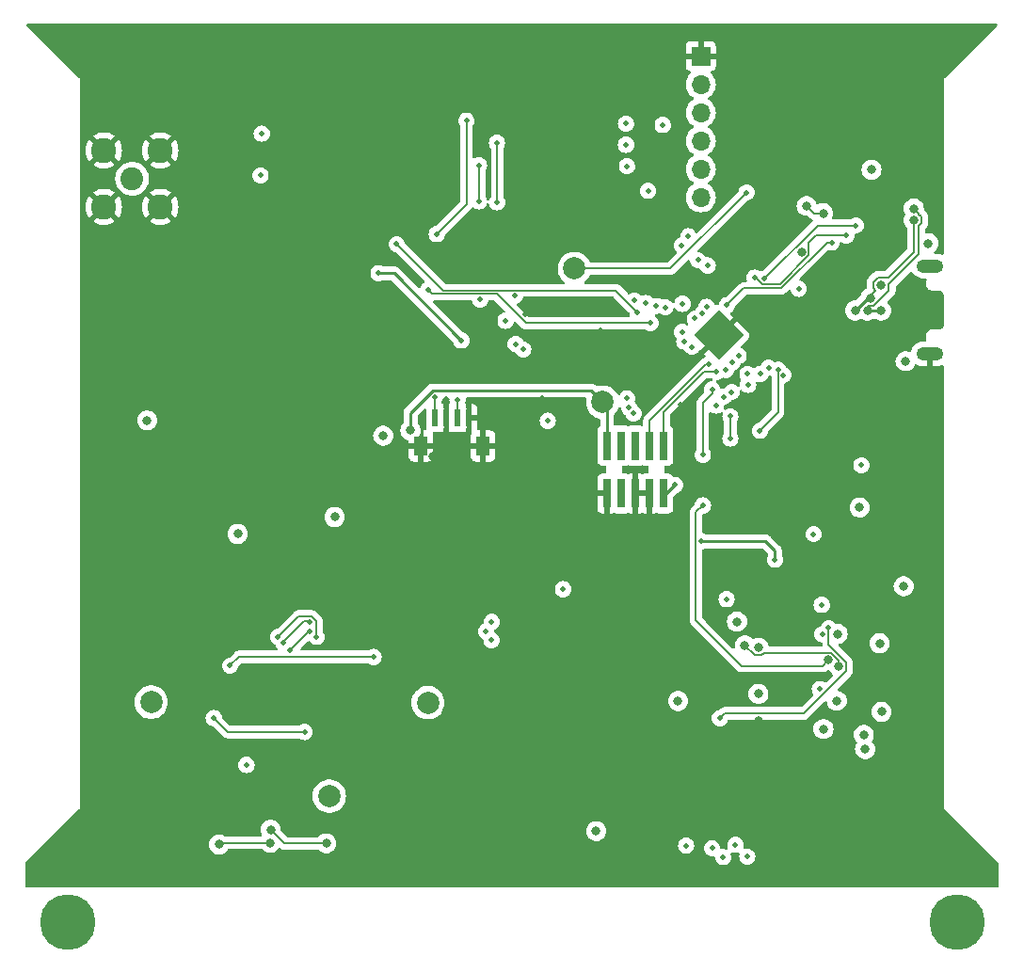
<source format=gbr>
%TF.GenerationSoftware,KiCad,Pcbnew,7.0.1*%
%TF.CreationDate,2024-01-18T19:19:16-07:00*%
%TF.ProjectId,flight_computer_dev_board_rfm98pw,666c6967-6874-45f6-936f-6d7075746572,rev?*%
%TF.SameCoordinates,Original*%
%TF.FileFunction,Copper,L4,Bot*%
%TF.FilePolarity,Positive*%
%FSLAX46Y46*%
G04 Gerber Fmt 4.6, Leading zero omitted, Abs format (unit mm)*
G04 Created by KiCad (PCBNEW 7.0.1) date 2024-01-18 19:19:16*
%MOMM*%
%LPD*%
G01*
G04 APERTURE LIST*
G04 Aperture macros list*
%AMRotRect*
0 Rectangle, with rotation*
0 The origin of the aperture is its center*
0 $1 length*
0 $2 width*
0 $3 Rotation angle, in degrees counterclockwise*
0 Add horizontal line*
21,1,$1,$2,0,0,$3*%
G04 Aperture macros list end*
%TA.AperFunction,ComponentPad*%
%ADD10C,2.000000*%
%TD*%
%TA.AperFunction,ComponentPad*%
%ADD11C,2.050000*%
%TD*%
%TA.AperFunction,ComponentPad*%
%ADD12C,2.250000*%
%TD*%
%TA.AperFunction,ComponentPad*%
%ADD13C,5.000000*%
%TD*%
%TA.AperFunction,ComponentPad*%
%ADD14C,0.500000*%
%TD*%
%TA.AperFunction,SMDPad,CuDef*%
%ADD15RotRect,3.200000X3.200000X315.000000*%
%TD*%
%TA.AperFunction,ComponentPad*%
%ADD16O,2.416000X1.208000*%
%TD*%
%TA.AperFunction,ComponentPad*%
%ADD17R,1.700000X1.700000*%
%TD*%
%TA.AperFunction,ComponentPad*%
%ADD18O,1.700000X1.700000*%
%TD*%
%TA.AperFunction,SMDPad,CuDef*%
%ADD19R,0.760000X2.600000*%
%TD*%
%TA.AperFunction,SMDPad,CuDef*%
%ADD20R,0.600000X1.550000*%
%TD*%
%TA.AperFunction,SMDPad,CuDef*%
%ADD21R,1.200000X1.800000*%
%TD*%
%TA.AperFunction,ViaPad*%
%ADD22C,0.460000*%
%TD*%
%TA.AperFunction,ViaPad*%
%ADD23C,0.800000*%
%TD*%
%TA.AperFunction,ViaPad*%
%ADD24C,0.600000*%
%TD*%
%TA.AperFunction,Conductor*%
%ADD25C,0.127000*%
%TD*%
%TA.AperFunction,Conductor*%
%ADD26C,0.250000*%
%TD*%
%TA.AperFunction,Conductor*%
%ADD27C,0.200000*%
%TD*%
G04 APERTURE END LIST*
D10*
%TO.P,TP5,1,1*%
%TO.N,+5V*%
X179780000Y-118360000D03*
%TD*%
D11*
%TO.P,J6,1,In*%
%TO.N,Net-(J6-In)*%
X153170000Y-71210000D03*
D12*
%TO.P,J6,2,Ext*%
%TO.N,GND*%
X150630000Y-68670000D03*
X150630000Y-73750000D03*
X155710000Y-68670000D03*
X155710000Y-73750000D03*
%TD*%
D10*
%TO.P,TP3,1,1*%
%TO.N,Net-(U9-RESET)*%
X154880000Y-118320000D03*
%TD*%
%TO.P,TP4,1,1*%
%TO.N,Net-(U9-STBY)*%
X170910000Y-126760000D03*
%TD*%
D13*
%TO.P,,1*%
%TO.N,N/C*%
X227414400Y-138100000D03*
%TD*%
%TO.P,,1*%
%TO.N,N/C*%
X147381083Y-138100000D03*
%TD*%
D10*
%TO.P,TP2,1,1*%
%TO.N,FC_RESET*%
X195510000Y-91320000D03*
%TD*%
D14*
%TO.P,IC1,57,GND*%
%TO.N,GND*%
X205930000Y-83400812D03*
X204020812Y-85310000D03*
D15*
X205930000Y-85310000D03*
D14*
X207839188Y-85310000D03*
X205930000Y-87219188D03*
%TD*%
D10*
%TO.P,TP1,1,1*%
%TO.N,/USBBOOT*%
X192960000Y-79300000D03*
%TD*%
D16*
%TO.P,J8,SH1,Shield*%
%TO.N,GND*%
X224920000Y-86970000D03*
%TO.P,J8,SH6*%
%TO.N,N/C*%
X224920000Y-79070000D03*
%TD*%
D17*
%TO.P,J3,1,Pin_1*%
%TO.N,GND*%
X204330000Y-60190000D03*
D18*
%TO.P,J3,2,Pin_2*%
%TO.N,TX*%
X204330000Y-62730000D03*
%TO.P,J3,3,Pin_3*%
%TO.N,RX*%
X204330000Y-65270000D03*
%TO.P,J3,4,Pin_4*%
%TO.N,SCL1*%
X204330000Y-67810000D03*
%TO.P,J3,5,Pin_5*%
%TO.N,SDA1*%
X204330000Y-70350000D03*
%TO.P,J3,6,Pin_6*%
%TO.N,3.3V*%
X204330000Y-72890000D03*
%TD*%
D19*
%TO.P,J1,1,VTref*%
%TO.N,3.3V*%
X200980000Y-99530000D03*
%TO.P,J1,2,SWDIO/TMS*%
%TO.N,SWDIO*%
X200980000Y-95230000D03*
%TO.P,J1,3,GND*%
%TO.N,GND*%
X199710000Y-99530000D03*
%TO.P,J1,4,SWDCLK/TCK*%
%TO.N,SWCLK*%
X199710000Y-95230000D03*
%TO.P,J1,5,GND*%
%TO.N,GND*%
X198440000Y-99530000D03*
%TO.P,J1,6,SWO/TDO*%
%TO.N,unconnected-(J1-SWO{slash}TDO-Pad6)*%
X198440000Y-95230000D03*
%TO.P,J1,7,KEY*%
%TO.N,unconnected-(J1-KEY-Pad7)*%
X197170000Y-99530000D03*
%TO.P,J1,8,NC/TDI*%
%TO.N,unconnected-(J1-NC{slash}TDI-Pad8)*%
X197170000Y-95230000D03*
%TO.P,J1,9,GNDDetect*%
%TO.N,GND*%
X195900000Y-99530000D03*
%TO.P,J1,10,~{RESET}*%
%TO.N,FC_RESET*%
X195900000Y-95230000D03*
%TD*%
D20*
%TO.P,J12,1,1*%
%TO.N,3.3V*%
X180440000Y-92747500D03*
%TO.P,J12,2,2*%
%TO.N,GND*%
X181440000Y-92747500D03*
%TO.P,J12,3,3*%
%TO.N,VCC_RF1*%
X182440000Y-92747500D03*
%TO.P,J12,4,4*%
%TO.N,GND*%
X183440000Y-92747500D03*
D21*
%TO.P,J12,S1,SHIELD*%
X179140000Y-95272500D03*
%TO.P,J12,S2,SHIELD*%
X184740000Y-95272500D03*
%TD*%
D22*
%TO.N,3.3V*%
X184480000Y-82086500D03*
%TO.N,GND*%
X184360000Y-92700000D03*
%TO.N,SPI0_MOSI*%
X185520000Y-111100000D03*
X197690000Y-90980000D03*
%TO.N,SPI0_SCK*%
X185010000Y-111946500D03*
X197874605Y-91817762D03*
%TO.N,SPI0_MISO*%
X185505000Y-112745000D03*
X198283882Y-92334905D03*
%TO.N,SPI0_CS1*%
X206050000Y-119760000D03*
X215830000Y-111650000D03*
%TO.N,D4*%
X205700000Y-91630000D03*
X206650000Y-109050000D03*
X215040000Y-117140000D03*
%TO.N,D6*%
X215280000Y-112190000D03*
%TO.N,D8*%
X215210000Y-109560000D03*
%TO.N,D9*%
X214480000Y-103200000D03*
%TO.N,GND*%
X208982438Y-91907561D03*
%TO.N,SPI0_MISO*%
X203010000Y-131230000D03*
%TO.N,SPI0_SCK*%
X205340000Y-131450000D03*
%TO.N,SPI0_MOSI*%
X207440000Y-131140000D03*
%TO.N,SPI0_MISO*%
X169760000Y-112440000D03*
X166300000Y-112450000D03*
%TO.N,SPI0_SCK*%
X169150000Y-111950000D03*
X167380000Y-113640000D03*
%TO.N,SPI0_MOSI*%
X169130000Y-111100000D03*
%TO.N,D0*%
X211765172Y-88884828D03*
%TO.N,D9*%
X210420000Y-88230000D03*
%TO.N,SPI0_CS1*%
X209680000Y-88780000D03*
%TO.N,D8*%
X207100000Y-90410000D03*
%TO.N,D6*%
X206400000Y-90840000D03*
D23*
%TO.N,HS*%
X215360000Y-120730000D03*
X218610000Y-100800000D03*
X222580000Y-107880000D03*
%TO.N,SDA0*%
X207590000Y-111070000D03*
X220410000Y-113017000D03*
D24*
%TO.N,GND*%
X153230000Y-62770000D03*
D22*
X165960000Y-118530000D03*
D23*
X180230000Y-96170000D03*
D22*
X165920000Y-120130000D03*
D23*
X215270000Y-86050000D03*
D24*
X159110000Y-58990000D03*
D23*
X168380000Y-108430000D03*
X216930000Y-106440000D03*
D24*
X152860000Y-64860000D03*
D22*
X163510000Y-118550000D03*
D23*
X154690000Y-90040000D03*
D24*
X154870000Y-65870000D03*
X151810000Y-60210000D03*
X164430000Y-59240000D03*
D22*
X170800000Y-129770000D03*
X184610000Y-84030000D03*
X173850000Y-115970000D03*
D23*
X218140000Y-68160000D03*
D22*
X208679998Y-97590002D03*
X200300000Y-81610000D03*
D24*
X155270000Y-61360000D03*
D23*
X221430000Y-75570000D03*
D24*
X153930000Y-65870000D03*
X155250000Y-62360000D03*
X153120000Y-58960000D03*
X164550000Y-61340000D03*
D22*
X180070000Y-127000000D03*
D24*
X158020000Y-58980000D03*
D22*
X172870000Y-124160000D03*
D23*
X213390000Y-77840000D03*
D24*
X164510000Y-60360000D03*
D22*
X177270000Y-120100000D03*
D24*
X154380000Y-58940000D03*
D23*
X222660000Y-96000000D03*
D22*
X189950000Y-85580000D03*
X165720000Y-128040000D03*
D24*
X153120000Y-63830000D03*
D23*
X209520000Y-120000000D03*
D24*
X153940000Y-66910000D03*
D22*
X198529500Y-89848715D03*
X162340000Y-128210000D03*
D24*
X155580000Y-58990000D03*
D23*
X196160000Y-78060000D03*
X220400000Y-84690000D03*
D22*
X205900000Y-77570000D03*
X204120000Y-132130000D03*
X169040000Y-125260000D03*
D24*
X162580000Y-58200000D03*
D22*
X224550000Y-101060000D03*
D23*
X164860000Y-134060000D03*
X211180000Y-71770000D03*
D24*
X151800000Y-61520000D03*
X151920000Y-58970000D03*
X161280000Y-58230000D03*
D22*
X195320000Y-84860000D03*
D24*
X156770000Y-58980000D03*
D22*
X163480000Y-120130000D03*
D24*
X163890000Y-58230000D03*
D22*
X194250000Y-93350000D03*
D24*
X155990000Y-65870000D03*
D23*
X201550000Y-106360000D03*
D22*
X202520000Y-91510000D03*
D23*
X208290000Y-76340000D03*
D24*
X159190000Y-60740000D03*
D23*
X189070000Y-95910000D03*
D24*
X160210000Y-58640000D03*
D22*
X188490000Y-83380000D03*
D24*
X152330000Y-66910000D03*
D22*
X190080000Y-90960000D03*
X181440000Y-91020000D03*
D24*
X152370000Y-65680000D03*
D22*
%TO.N,3.3V*%
X163460000Y-123970000D03*
D23*
X194910000Y-129920000D03*
X202280000Y-118210000D03*
X209510000Y-117560000D03*
X171390000Y-101650000D03*
X209530000Y-113420000D03*
D22*
X206340000Y-132250000D03*
X213130000Y-81120000D03*
X188360000Y-86580000D03*
X202010000Y-98770000D03*
D23*
X162670000Y-103180000D03*
D22*
X180430000Y-90840000D03*
D23*
X219690000Y-70410000D03*
X154520000Y-92960000D03*
%TO.N,VBUS*%
X220550000Y-80800000D03*
X222750000Y-87640000D03*
X224800000Y-77030000D03*
D22*
%TO.N,VCC_RF1*%
X182440000Y-91140000D03*
X182790000Y-85770000D03*
X211000000Y-105500000D03*
X204390000Y-103840000D03*
X175340000Y-79710000D03*
X190560000Y-93000000D03*
%TO.N,ENABLE_BURN {slash} D7*%
X203796738Y-83787000D03*
D23*
X216640000Y-112170000D03*
D22*
%TO.N,I2C_RESET {slash} D2*%
X202679075Y-82473441D03*
D23*
X220590000Y-119190000D03*
D22*
%TO.N,ENAB_RF {slash} D3*%
X202660000Y-85010000D03*
D23*
X216565145Y-118194854D03*
%TO.N,VBUS_RESET {slash} PC*%
X218990500Y-121250000D03*
D22*
X202849500Y-85860738D03*
D23*
%TO.N,BURN_RELAY_A {slash} VS*%
X219110000Y-122550000D03*
D22*
X203550000Y-86350000D03*
%TO.N,D5*%
X204510000Y-96070000D03*
X204517000Y-100610000D03*
D23*
X215808812Y-114531188D03*
D22*
X205337798Y-90170000D03*
%TO.N,SPI0_CS1*%
X208510000Y-132220000D03*
%TO.N,TX*%
X204950000Y-79020000D03*
%TO.N,RX*%
X204070000Y-78550000D03*
%TO.N,/USBBOOT*%
X208450000Y-72460000D03*
%TO.N,SPI0_CS2*%
X209650000Y-93900000D03*
X211270172Y-88389828D03*
X191943000Y-108150000D03*
X161980000Y-115040000D03*
X174890000Y-114250000D03*
%TO.N,SDA1*%
X203210000Y-76390000D03*
X186770000Y-84000000D03*
%TO.N,SCL1*%
X187678042Y-86101958D03*
X187600000Y-81760000D03*
X202620000Y-77230000D03*
%TO.N,SDA0*%
X204850522Y-82754243D03*
D23*
%TO.N,SCL0*%
X208292347Y-113207653D03*
D22*
X204462067Y-83351099D03*
D23*
X216760000Y-115090000D03*
%TO.N,D0*%
X175760000Y-94330000D03*
D22*
%TO.N,HS*%
X208583633Y-89766425D03*
D23*
%TO.N,FC_RESET*%
X178212868Y-93870119D03*
D22*
%TO.N,SWCLK*%
X205044501Y-87897613D03*
%TO.N,SWDIO*%
X205760000Y-88610000D03*
%TO.N,SPI0_MISO*%
X201127420Y-82797802D03*
X199590000Y-72310000D03*
%TO.N,SPI0_CS0*%
X200340891Y-82659109D03*
X197600000Y-66270000D03*
X183240000Y-66001499D03*
X180570000Y-76200000D03*
%TO.N,SPI0_SCK*%
X197600000Y-68170000D03*
X185990000Y-68001499D03*
X199392286Y-82407714D03*
X186010000Y-73340000D03*
%TO.N,SPI0_MOSI*%
X166790000Y-112980000D03*
X184370000Y-70001499D03*
X197690000Y-70090000D03*
X198371758Y-82190609D03*
X184370000Y-73260000D03*
%TO.N,RF1_RST*%
X200910000Y-66380000D03*
X206570000Y-88420000D03*
%TO.N,WDT_WDI*%
X206990000Y-92600000D03*
X206990000Y-94590000D03*
%TO.N,RF1_IO4*%
X198640000Y-83210000D03*
X176960000Y-77100000D03*
X164830000Y-67160000D03*
X207168321Y-87727200D03*
%TO.N,RF1_IO0*%
X207730000Y-87140000D03*
X199794371Y-84205629D03*
X164720000Y-70930000D03*
X179790000Y-81240000D03*
%TO.N,NEOPIX*%
X208534359Y-88793124D03*
X218780000Y-97000000D03*
%TO.N,/QSPI_DATA[3]*%
X218280000Y-75430000D03*
X210049974Y-80209974D03*
%TO.N,/QSPI_SCK*%
X217420000Y-76340000D03*
X209174194Y-80114194D03*
%TO.N,/QSPI_DATA[0]*%
X206690000Y-82590000D03*
X216096396Y-76966396D03*
D23*
%TO.N,/QSPI_DATA[2]*%
X213850000Y-73670000D03*
X215330000Y-74330000D03*
%TO.N,USB_D-*%
X223489169Y-74945000D03*
X218210000Y-83080000D03*
X219580000Y-81940000D03*
%TO.N,USB_D+*%
X219320000Y-83080000D03*
X220550000Y-83090000D03*
X223489169Y-73895000D03*
%TO.N,CANL*%
X165630000Y-129790000D03*
X170630000Y-131020000D03*
%TO.N,CANH*%
X161000000Y-131120000D03*
X165600000Y-130960000D03*
D22*
%TO.N,TXCAN*%
X160520000Y-119740000D03*
X168690000Y-121000000D03*
%TD*%
D25*
%TO.N,D5*%
X203896500Y-101230500D02*
X204517000Y-100610000D01*
X203896500Y-110966500D02*
X203896500Y-101230500D01*
X207990000Y-115060000D02*
X203896500Y-110966500D01*
X215280000Y-115060000D02*
X207990000Y-115060000D01*
X215808812Y-114531188D02*
X215280000Y-115060000D01*
%TO.N,SPI0_CS1*%
X206480000Y-119330000D02*
X206050000Y-119760000D01*
X213600000Y-119330000D02*
X206480000Y-119330000D01*
X217423500Y-115506500D02*
X213600000Y-119330000D01*
X217423500Y-114745097D02*
X217423500Y-115506500D01*
X215830000Y-113151597D02*
X217423500Y-114745097D01*
X215830000Y-111650000D02*
X215830000Y-113151597D01*
%TO.N,SPI0_MISO*%
X168143500Y-110606500D02*
X166300000Y-112450000D01*
X169334415Y-110606500D02*
X168143500Y-110606500D01*
X169760000Y-112440000D02*
X169760000Y-111032085D01*
X169760000Y-111032085D02*
X169334415Y-110606500D01*
%TO.N,SPI0_SCK*%
X167380000Y-113640000D02*
X169070000Y-111950000D01*
X169070000Y-111950000D02*
X169150000Y-111950000D01*
%TO.N,SPI0_CS2*%
X209650000Y-93880000D02*
X209650000Y-93900000D01*
X211270172Y-92259828D02*
X209650000Y-93880000D01*
X211270172Y-88389828D02*
X211270172Y-92259828D01*
D26*
%TO.N,VCC_RF1*%
X210130000Y-103840000D02*
X204390000Y-103840000D01*
X211000000Y-104710000D02*
X210130000Y-103840000D01*
X211000000Y-105500000D02*
X211000000Y-104710000D01*
D25*
%TO.N,3.3V*%
X180440000Y-90850000D02*
X180430000Y-90840000D01*
D26*
X200980000Y-99530000D02*
X201250000Y-99530000D01*
X201250000Y-99530000D02*
X202010000Y-98770000D01*
D25*
X180440000Y-92747500D02*
X180440000Y-90850000D01*
D26*
%TO.N,VCC_RF1*%
X176730000Y-79710000D02*
X182790000Y-85770000D01*
D25*
X182440000Y-92747500D02*
X182440000Y-91140000D01*
D26*
X175340000Y-79710000D02*
X176730000Y-79710000D01*
D25*
%TO.N,D5*%
X205337798Y-90572202D02*
X204510000Y-91400000D01*
X205337798Y-90170000D02*
X205337798Y-90572202D01*
X204510000Y-91400000D02*
X204510000Y-96070000D01*
%TO.N,/USBBOOT*%
X192960000Y-79300000D02*
X201610000Y-79300000D01*
X201610000Y-79300000D02*
X208450000Y-72460000D01*
%TO.N,SPI0_CS2*%
X162770000Y-114250000D02*
X161980000Y-115040000D01*
X174890000Y-114250000D02*
X162770000Y-114250000D01*
%TO.N,SCL0*%
X216760000Y-115090000D02*
X216760000Y-114544045D01*
X209804071Y-114084260D02*
X209168954Y-114084260D01*
X216083643Y-113867688D02*
X210020643Y-113867688D01*
X209168954Y-114084260D02*
X208292347Y-113207653D01*
X210020643Y-113867688D02*
X209804071Y-114084260D01*
X216760000Y-114544045D02*
X216083643Y-113867688D01*
D26*
%TO.N,FC_RESET*%
X195900000Y-91710000D02*
X195510000Y-91320000D01*
X195900000Y-95230000D02*
X195900000Y-91710000D01*
X178212868Y-93870119D02*
X178212868Y-92272243D01*
X178212868Y-92272243D02*
X180205111Y-90280000D01*
X194470000Y-90280000D02*
X195510000Y-91320000D01*
X180205111Y-90280000D02*
X194470000Y-90280000D01*
D25*
%TO.N,SWCLK*%
X205044501Y-87897613D02*
X204756601Y-87897613D01*
X199710000Y-92944214D02*
X199710000Y-95230000D01*
X204756601Y-87897613D02*
X199710000Y-92944214D01*
%TO.N,SWDIO*%
X205760000Y-88610000D02*
X204630000Y-88610000D01*
X200980000Y-92260000D02*
X200980000Y-95230000D01*
X204630000Y-88610000D02*
X200980000Y-92260000D01*
%TO.N,SPI0_CS0*%
X183240000Y-73530000D02*
X183240000Y-66001499D01*
X180570000Y-76200000D02*
X183240000Y-73530000D01*
%TO.N,SPI0_SCK*%
X186010000Y-73340000D02*
X186010000Y-68021499D01*
X186010000Y-68021499D02*
X185990000Y-68001499D01*
%TO.N,SPI0_MOSI*%
X168622085Y-111050000D02*
X166790000Y-112882085D01*
X184370000Y-73260000D02*
X184370000Y-70001499D01*
X169130000Y-111050000D02*
X168622085Y-111050000D01*
X166790000Y-112882085D02*
X166790000Y-112980000D01*
%TO.N,WDT_WDI*%
X206990000Y-92600000D02*
X206990000Y-94590000D01*
%TO.N,RF1_IO4*%
X196696500Y-81266500D02*
X198640000Y-83210000D01*
X176960000Y-77100000D02*
X181126500Y-81266500D01*
X181126500Y-81266500D02*
X196696500Y-81266500D01*
%TO.N,RF1_IO0*%
X188612129Y-84205629D02*
X199794371Y-84205629D01*
X179790000Y-81240000D02*
X180143500Y-81593500D01*
X186000000Y-81593500D02*
X188612129Y-84205629D01*
X180143500Y-81593500D02*
X186000000Y-81593500D01*
%TO.N,/QSPI_DATA[3]*%
X218280000Y-75430000D02*
X214829948Y-75430000D01*
X214829948Y-75430000D02*
X210049974Y-80209974D01*
%TO.N,/QSPI_SCK*%
X209845559Y-80703474D02*
X211464857Y-80703474D01*
X214680000Y-76340000D02*
X217420000Y-76340000D01*
X209174194Y-80114194D02*
X209256279Y-80114194D01*
X214053500Y-78114831D02*
X214053500Y-76966500D01*
X211464857Y-80703474D02*
X214053500Y-78114831D01*
X214053500Y-76966500D02*
X214680000Y-76340000D01*
X209256279Y-80114194D02*
X209845559Y-80703474D01*
%TO.N,/QSPI_DATA[0]*%
X208200000Y-81080000D02*
X206690000Y-82590000D01*
X215673604Y-76966396D02*
X211560000Y-81080000D01*
X216096396Y-76966396D02*
X215673604Y-76966396D01*
X211560000Y-81080000D02*
X208200000Y-81080000D01*
%TO.N,/QSPI_DATA[2]*%
X214510000Y-74330000D02*
X215330000Y-74330000D01*
X213850000Y-73670000D02*
X214510000Y-74330000D01*
D27*
%TO.N,USB_D-*%
X223489169Y-74945000D02*
X223489169Y-77800831D01*
X220025025Y-81264975D02*
X218210000Y-83080000D01*
X220260050Y-80100000D02*
X219850000Y-80510050D01*
X219850000Y-81089950D02*
X220025025Y-81264975D01*
X221190000Y-80100000D02*
X220260050Y-80100000D01*
D26*
X219350000Y-81940000D02*
X218210000Y-83080000D01*
D27*
X223489169Y-77800831D02*
X221190000Y-80100000D01*
X219850000Y-80510050D02*
X219850000Y-81089950D01*
D26*
X219580000Y-81940000D02*
X219350000Y-81940000D01*
D27*
%TO.N,USB_D+*%
X221250000Y-80676397D02*
X221250000Y-81259950D01*
X224189169Y-74655050D02*
X224189169Y-75234950D01*
X219869950Y-82640000D02*
X219320000Y-82640000D01*
X223489169Y-73895000D02*
X223939169Y-74345000D01*
X223939169Y-77987228D02*
X221250000Y-80676397D01*
D26*
X220540000Y-83080000D02*
X220550000Y-83090000D01*
D27*
X223939169Y-74405050D02*
X224189169Y-74655050D01*
X219320000Y-82640000D02*
X219320000Y-83080000D01*
X223939169Y-75484950D02*
X223939169Y-77987228D01*
X223939169Y-74345000D02*
X223939169Y-74405050D01*
X221250000Y-81259950D02*
X219869950Y-82640000D01*
D26*
X219320000Y-83080000D02*
X220540000Y-83080000D01*
D27*
X224189169Y-75234950D02*
X223939169Y-75484950D01*
D25*
%TO.N,CANL*%
X165630000Y-129790000D02*
X166860000Y-131020000D01*
X166860000Y-131020000D02*
X170630000Y-131020000D01*
%TO.N,CANH*%
X165600000Y-130960000D02*
X161160000Y-130960000D01*
X161160000Y-130960000D02*
X161000000Y-131120000D01*
%TO.N,TXCAN*%
X161780000Y-121000000D02*
X160520000Y-119740000D01*
X168690000Y-121000000D02*
X161780000Y-121000000D01*
%TD*%
%TA.AperFunction,Conductor*%
%TO.N,GND*%
G36*
X196458974Y-81839939D02*
G01*
X196499202Y-81866819D01*
X197882132Y-83249749D01*
X197906171Y-83283628D01*
X197917671Y-83323546D01*
X197923308Y-83373580D01*
X197959383Y-83476674D01*
X197965125Y-83534963D01*
X197943472Y-83589384D01*
X197899256Y-83627796D01*
X197842342Y-83641629D01*
X188897107Y-83641629D01*
X188849654Y-83632190D01*
X188809426Y-83605310D01*
X187841807Y-82637690D01*
X187810334Y-82584336D01*
X187808597Y-82522416D01*
X187837029Y-82467382D01*
X187888532Y-82432968D01*
X187918957Y-82422322D01*
X188058341Y-82334742D01*
X188174742Y-82218341D01*
X188262322Y-82078957D01*
X188283260Y-82019120D01*
X188320203Y-81913545D01*
X188346346Y-81870158D01*
X188387657Y-81840846D01*
X188437244Y-81830500D01*
X196411521Y-81830500D01*
X196458974Y-81839939D01*
G37*
%TD.AperFunction*%
%TA.AperFunction,Conductor*%
G36*
X230926583Y-57283515D02*
G01*
X230970606Y-57321115D01*
X230992761Y-57374602D01*
X230988219Y-57432318D01*
X230957969Y-57481681D01*
X226267208Y-62172441D01*
X226245311Y-62187978D01*
X226224598Y-62213950D01*
X226215345Y-62224304D01*
X226212252Y-62227396D01*
X226209922Y-62231105D01*
X226201889Y-62242426D01*
X226181176Y-62268400D01*
X226176517Y-62279647D01*
X226172800Y-62312641D01*
X226170475Y-62326333D01*
X226169500Y-62330607D01*
X226169500Y-62334978D01*
X226168721Y-62348859D01*
X226165002Y-62381865D01*
X226169500Y-62408332D01*
X226169500Y-77955488D01*
X226155032Y-78013616D01*
X226115003Y-78058179D01*
X226058755Y-78078778D01*
X225999417Y-78070606D01*
X225836589Y-78005420D01*
X225836587Y-78005419D01*
X225629467Y-77965500D01*
X225426050Y-77965500D01*
X225366313Y-77950162D01*
X225321353Y-77907943D01*
X225302295Y-77849286D01*
X225313851Y-77788704D01*
X225353164Y-77741182D01*
X225405872Y-77702887D01*
X225532533Y-77562216D01*
X225627179Y-77398284D01*
X225628707Y-77393580D01*
X225685674Y-77218256D01*
X225705460Y-77030000D01*
X225685674Y-76841744D01*
X225627179Y-76661716D01*
X225627179Y-76661715D01*
X225532533Y-76497783D01*
X225405870Y-76357110D01*
X225252730Y-76245848D01*
X225079802Y-76168855D01*
X224894648Y-76129500D01*
X224894646Y-76129500D01*
X224705354Y-76129500D01*
X224705351Y-76129500D01*
X224689449Y-76132880D01*
X224634721Y-76132164D01*
X224585633Y-76107956D01*
X224551748Y-76064973D01*
X224539669Y-76011590D01*
X224539669Y-75785046D01*
X224549105Y-75737600D01*
X224575974Y-75697378D01*
X224580211Y-75693141D01*
X224592381Y-75682467D01*
X224617451Y-75663232D01*
X224713705Y-75537791D01*
X224774213Y-75391712D01*
X224789669Y-75274311D01*
X224794851Y-75234950D01*
X224790729Y-75203647D01*
X224789669Y-75187463D01*
X224789669Y-74702537D01*
X224790730Y-74686351D01*
X224794851Y-74655049D01*
X224788501Y-74606819D01*
X224774213Y-74498288D01*
X224741785Y-74420000D01*
X224713706Y-74352210D01*
X224696504Y-74329793D01*
X224696502Y-74329790D01*
X224617451Y-74226767D01*
X224592398Y-74207544D01*
X224580203Y-74196849D01*
X224508151Y-74124797D01*
X224481271Y-74084569D01*
X224463705Y-74042159D01*
X224460732Y-74038284D01*
X224419461Y-73984499D01*
X224398493Y-73942670D01*
X224394518Y-73896051D01*
X224394629Y-73895000D01*
X224374843Y-73706744D01*
X224322565Y-73545849D01*
X224316348Y-73526715D01*
X224221702Y-73362783D01*
X224095039Y-73222110D01*
X223941899Y-73110848D01*
X223768971Y-73033855D01*
X223583817Y-72994500D01*
X223583815Y-72994500D01*
X223394523Y-72994500D01*
X223394521Y-72994500D01*
X223209366Y-73033855D01*
X223036438Y-73110848D01*
X222883298Y-73222110D01*
X222756635Y-73362783D01*
X222661989Y-73526715D01*
X222603495Y-73706742D01*
X222583709Y-73894999D01*
X222603495Y-74083257D01*
X222661989Y-74263283D01*
X222716674Y-74358001D01*
X222733286Y-74420000D01*
X222716674Y-74481999D01*
X222661989Y-74576716D01*
X222603495Y-74756742D01*
X222583709Y-74945000D01*
X222603495Y-75133257D01*
X222661989Y-75313284D01*
X222756635Y-75477216D01*
X222856819Y-75588481D01*
X222880433Y-75627015D01*
X222888669Y-75671453D01*
X222888669Y-77500734D01*
X222879230Y-77548187D01*
X222852350Y-77588415D01*
X220977584Y-79463181D01*
X220937356Y-79490061D01*
X220889903Y-79499500D01*
X220307537Y-79499500D01*
X220291352Y-79498439D01*
X220287426Y-79497922D01*
X220260049Y-79494317D01*
X220224791Y-79498959D01*
X220220689Y-79499500D01*
X220103287Y-79514956D01*
X219957209Y-79575463D01*
X219831766Y-79671718D01*
X219812544Y-79696770D01*
X219801850Y-79708964D01*
X219458965Y-80051848D01*
X219446774Y-80062540D01*
X219421721Y-80081765D01*
X219421719Y-80081766D01*
X219421718Y-80081768D01*
X219346883Y-80179295D01*
X219333637Y-80196558D01*
X219325462Y-80207211D01*
X219264956Y-80353287D01*
X219244317Y-80510049D01*
X219248439Y-80541351D01*
X219249500Y-80557537D01*
X219249500Y-81020902D01*
X219240471Y-81067353D01*
X219214699Y-81107039D01*
X219175936Y-81134181D01*
X219127269Y-81155849D01*
X218974129Y-81267111D01*
X218847465Y-81407785D01*
X218752821Y-81571715D01*
X218723094Y-81663201D01*
X218692845Y-81712562D01*
X218262228Y-82143181D01*
X218222000Y-82170061D01*
X218174547Y-82179500D01*
X218115352Y-82179500D01*
X217930197Y-82218855D01*
X217757269Y-82295848D01*
X217604129Y-82407110D01*
X217477466Y-82547783D01*
X217382820Y-82711715D01*
X217324326Y-82891742D01*
X217304540Y-83080000D01*
X217324326Y-83268257D01*
X217382820Y-83448284D01*
X217477466Y-83612216D01*
X217604129Y-83752889D01*
X217757269Y-83864151D01*
X217930197Y-83941144D01*
X218115352Y-83980500D01*
X218115354Y-83980500D01*
X218304646Y-83980500D01*
X218304648Y-83980500D01*
X218442756Y-83951144D01*
X218489803Y-83941144D01*
X218662730Y-83864151D01*
X218692114Y-83842801D01*
X218739219Y-83821829D01*
X218790781Y-83821829D01*
X218837885Y-83842801D01*
X218867270Y-83864151D01*
X219040196Y-83941143D01*
X219040197Y-83941144D01*
X219225352Y-83980500D01*
X219225354Y-83980500D01*
X219414646Y-83980500D01*
X219414648Y-83980500D01*
X219552756Y-83951144D01*
X219599803Y-83941144D01*
X219772730Y-83864151D01*
X219772731Y-83864150D01*
X219855233Y-83804210D01*
X219902337Y-83783238D01*
X219953899Y-83783238D01*
X220001003Y-83804210D01*
X220097269Y-83874151D01*
X220270197Y-83951144D01*
X220455352Y-83990500D01*
X220455354Y-83990500D01*
X220644646Y-83990500D01*
X220644648Y-83990500D01*
X220768083Y-83964262D01*
X220829803Y-83951144D01*
X221002730Y-83874151D01*
X221045878Y-83842802D01*
X221155870Y-83762889D01*
X221282533Y-83622216D01*
X221377179Y-83458284D01*
X221395202Y-83402815D01*
X221435674Y-83278256D01*
X221455460Y-83090000D01*
X221435674Y-82901744D01*
X221387748Y-82754243D01*
X221377179Y-82721715D01*
X221282533Y-82557783D01*
X221155872Y-82417113D01*
X221155871Y-82417112D01*
X221149497Y-82412481D01*
X221114194Y-82372754D01*
X221098764Y-82321893D01*
X221106046Y-82269245D01*
X221134699Y-82224484D01*
X221641043Y-81718140D01*
X221653223Y-81707459D01*
X221678282Y-81688232D01*
X221774536Y-81562791D01*
X221835044Y-81416712D01*
X221850500Y-81299311D01*
X221855682Y-81259950D01*
X221851560Y-81228647D01*
X221850500Y-81212463D01*
X221850500Y-80976494D01*
X221859939Y-80929041D01*
X221886819Y-80888813D01*
X222203926Y-80571706D01*
X223166516Y-79609115D01*
X223211552Y-79580361D01*
X223264511Y-79573228D01*
X223315554Y-79589044D01*
X223355201Y-79624871D01*
X223447953Y-79755122D01*
X223477478Y-79796584D01*
X223630138Y-79942145D01*
X223807587Y-80056184D01*
X224003411Y-80134580D01*
X224210533Y-80174500D01*
X224527236Y-80174500D01*
X224587217Y-80189972D01*
X224632230Y-80232528D01*
X224651041Y-80291548D01*
X224638956Y-80352300D01*
X224610906Y-80410547D01*
X224602119Y-80428794D01*
X224569500Y-80571706D01*
X224569500Y-80718294D01*
X224602119Y-80861207D01*
X224665719Y-80993275D01*
X224665721Y-80993277D01*
X224757117Y-81107883D01*
X224852422Y-81183887D01*
X224871724Y-81199280D01*
X224995027Y-81258659D01*
X225003794Y-81262881D01*
X225146706Y-81295500D01*
X225197410Y-81295500D01*
X225220000Y-81295500D01*
X225259882Y-81295500D01*
X225835989Y-81295500D01*
X225865067Y-81298958D01*
X225921388Y-81312544D01*
X225951611Y-81324185D01*
X225974334Y-81336559D01*
X226007277Y-81354498D01*
X226033453Y-81373569D01*
X226055373Y-81394428D01*
X226079368Y-81417263D01*
X226099714Y-81442466D01*
X226132744Y-81496557D01*
X226145869Y-81526167D01*
X226163764Y-81586964D01*
X226168773Y-81618967D01*
X226170201Y-81677771D01*
X226169371Y-81686215D01*
X226169433Y-81702821D01*
X226168729Y-81716482D01*
X226166019Y-81741790D01*
X226169676Y-81766856D01*
X226174442Y-83019684D01*
X226174443Y-83020156D01*
X226174443Y-84272753D01*
X226170915Y-84297258D01*
X226173737Y-84323592D01*
X226174443Y-84336803D01*
X226174443Y-84355686D01*
X226175071Y-84361946D01*
X226173651Y-84420513D01*
X226168644Y-84452512D01*
X226150755Y-84513304D01*
X226137630Y-84542917D01*
X226104608Y-84597001D01*
X226084263Y-84622204D01*
X226038358Y-84665894D01*
X226012181Y-84684969D01*
X225956531Y-84715279D01*
X225926309Y-84726923D01*
X225892332Y-84735122D01*
X225867805Y-84741040D01*
X225838720Y-84744500D01*
X225146706Y-84744500D01*
X225003792Y-84777119D01*
X224871724Y-84840719D01*
X224757117Y-84932117D01*
X224665719Y-85046724D01*
X224602119Y-85178792D01*
X224569500Y-85321706D01*
X224569500Y-85468294D01*
X224602119Y-85611208D01*
X224639196Y-85688199D01*
X224651281Y-85748953D01*
X224632470Y-85807972D01*
X224587457Y-85850528D01*
X224527476Y-85866000D01*
X224263411Y-85866000D01*
X224106113Y-85881019D01*
X223903819Y-85940419D01*
X223716414Y-86037032D01*
X223550688Y-86167361D01*
X223412615Y-86326705D01*
X223307197Y-86509296D01*
X223234367Y-86719727D01*
X223231938Y-86718886D01*
X223218823Y-86752335D01*
X223176743Y-86790404D01*
X223122110Y-86805741D01*
X223066365Y-86795134D01*
X223029802Y-86778855D01*
X222844648Y-86739500D01*
X222844646Y-86739500D01*
X222655354Y-86739500D01*
X222655352Y-86739500D01*
X222470197Y-86778855D01*
X222297269Y-86855848D01*
X222144129Y-86967110D01*
X222017466Y-87107783D01*
X221922820Y-87271715D01*
X221864326Y-87451742D01*
X221844540Y-87640000D01*
X221864326Y-87828257D01*
X221922820Y-88008284D01*
X222017466Y-88172216D01*
X222144129Y-88312889D01*
X222297269Y-88424151D01*
X222470197Y-88501144D01*
X222655352Y-88540500D01*
X222655354Y-88540500D01*
X222844646Y-88540500D01*
X222844648Y-88540500D01*
X222968083Y-88514262D01*
X223029803Y-88501144D01*
X223202730Y-88424151D01*
X223325735Y-88334783D01*
X223355870Y-88312889D01*
X223482533Y-88172216D01*
X223577178Y-88008286D01*
X223581451Y-87995135D01*
X223610458Y-87947032D01*
X223657712Y-87916663D01*
X223713518Y-87910259D01*
X223766423Y-87929136D01*
X223807814Y-87955737D01*
X224003554Y-88034099D01*
X224210580Y-88074000D01*
X224670000Y-88074000D01*
X224670000Y-86844000D01*
X224686613Y-86782000D01*
X224732000Y-86736613D01*
X224794000Y-86720000D01*
X225046000Y-86720000D01*
X225108000Y-86736613D01*
X225153387Y-86782000D01*
X225170000Y-86844000D01*
X225170000Y-88074000D01*
X225576589Y-88074000D01*
X225733886Y-88058980D01*
X225936180Y-87999580D01*
X225988680Y-87972515D01*
X226049926Y-87958810D01*
X226110038Y-87976850D01*
X226153617Y-88022013D01*
X226169500Y-88082731D01*
X226169500Y-127681668D01*
X226165002Y-127708134D01*
X226168721Y-127741141D01*
X226169500Y-127755022D01*
X226169500Y-127759389D01*
X226170473Y-127763653D01*
X226172800Y-127777356D01*
X226176517Y-127810354D01*
X226181176Y-127821600D01*
X226201888Y-127847573D01*
X226209928Y-127858903D01*
X226212252Y-127862601D01*
X226215336Y-127865685D01*
X226224601Y-127876052D01*
X226245312Y-127902022D01*
X226267213Y-127917562D01*
X231106381Y-132756731D01*
X231133261Y-132796959D01*
X231142700Y-132844412D01*
X231142700Y-134816000D01*
X231126087Y-134878000D01*
X231080700Y-134923387D01*
X231018700Y-134940000D01*
X143667700Y-134940000D01*
X143605700Y-134923387D01*
X143560313Y-134878000D01*
X143543700Y-134816000D01*
X143543700Y-132844411D01*
X143553139Y-132796958D01*
X143580019Y-132756730D01*
X144787792Y-131548957D01*
X145216750Y-131119999D01*
X160094540Y-131119999D01*
X160114326Y-131308257D01*
X160172820Y-131488284D01*
X160267466Y-131652216D01*
X160394129Y-131792889D01*
X160547269Y-131904151D01*
X160720197Y-131981144D01*
X160905352Y-132020500D01*
X160905354Y-132020500D01*
X161094646Y-132020500D01*
X161094648Y-132020500D01*
X161218083Y-131994262D01*
X161279803Y-131981144D01*
X161452730Y-131904151D01*
X161512811Y-131860500D01*
X161605870Y-131792889D01*
X161732533Y-131652216D01*
X161770763Y-131586000D01*
X161816150Y-131540613D01*
X161878150Y-131524000D01*
X164840878Y-131524000D01*
X164891314Y-131534720D01*
X164933027Y-131565027D01*
X164963023Y-131598341D01*
X164994130Y-131632889D01*
X165147269Y-131744151D01*
X165320197Y-131821144D01*
X165505352Y-131860500D01*
X165505354Y-131860500D01*
X165694646Y-131860500D01*
X165694648Y-131860500D01*
X165818083Y-131834262D01*
X165879803Y-131821144D01*
X166052730Y-131744151D01*
X166093208Y-131714742D01*
X166205870Y-131632889D01*
X166341254Y-131482531D01*
X166343752Y-131484780D01*
X166378385Y-131451616D01*
X166446456Y-131438068D01*
X166511144Y-131463221D01*
X166563387Y-131503308D01*
X166575567Y-131512654D01*
X166712766Y-131569483D01*
X166860000Y-131588868D01*
X166888916Y-131585060D01*
X166905102Y-131584000D01*
X169870878Y-131584000D01*
X169921314Y-131594720D01*
X169963028Y-131625028D01*
X170024130Y-131692889D01*
X170177269Y-131804151D01*
X170350197Y-131881144D01*
X170535352Y-131920500D01*
X170535354Y-131920500D01*
X170724646Y-131920500D01*
X170724648Y-131920500D01*
X170857214Y-131892322D01*
X170909803Y-131881144D01*
X171082730Y-131804151D01*
X171131171Y-131768957D01*
X171235870Y-131692889D01*
X171362533Y-131552216D01*
X171457179Y-131388284D01*
X171465138Y-131363788D01*
X171508609Y-131229999D01*
X202274877Y-131229999D01*
X202293308Y-131393580D01*
X202347677Y-131548957D01*
X202435257Y-131688341D01*
X202551658Y-131804742D01*
X202691042Y-131892322D01*
X202846419Y-131946691D01*
X203010000Y-131965122D01*
X203173580Y-131946691D01*
X203328957Y-131892322D01*
X203468341Y-131804742D01*
X203584742Y-131688341D01*
X203672322Y-131548957D01*
X203706949Y-131450000D01*
X204604877Y-131450000D01*
X204623308Y-131613580D01*
X204677677Y-131768957D01*
X204765257Y-131908341D01*
X204881658Y-132024742D01*
X205021042Y-132112322D01*
X205176419Y-132166691D01*
X205339999Y-132185122D01*
X205339999Y-132185121D01*
X205340000Y-132185122D01*
X205471119Y-132170348D01*
X205534588Y-132179914D01*
X205584772Y-132219934D01*
X205608222Y-132279684D01*
X205623308Y-132413580D01*
X205677677Y-132568957D01*
X205765257Y-132708341D01*
X205881658Y-132824742D01*
X206021042Y-132912322D01*
X206176419Y-132966691D01*
X206340000Y-132985122D01*
X206503580Y-132966691D01*
X206658957Y-132912322D01*
X206798341Y-132824742D01*
X206914742Y-132708341D01*
X207002322Y-132568957D01*
X207056691Y-132413580D01*
X207075122Y-132250000D01*
X207061192Y-132126370D01*
X207056691Y-132086419D01*
X207019475Y-131980063D01*
X207015625Y-131911516D01*
X207048835Y-131851427D01*
X207108924Y-131818217D01*
X207177470Y-131822066D01*
X207276420Y-131856691D01*
X207440000Y-131875122D01*
X207603580Y-131856691D01*
X207656381Y-131838214D01*
X207724926Y-131834365D01*
X207785015Y-131867574D01*
X207818226Y-131927662D01*
X207814377Y-131996210D01*
X207793308Y-132056421D01*
X207774877Y-132220000D01*
X207793308Y-132383580D01*
X207847677Y-132538957D01*
X207935257Y-132678341D01*
X208051658Y-132794742D01*
X208191042Y-132882322D01*
X208346419Y-132936691D01*
X208510000Y-132955122D01*
X208673580Y-132936691D01*
X208828957Y-132882322D01*
X208968341Y-132794742D01*
X209084742Y-132678341D01*
X209172322Y-132538957D01*
X209226691Y-132383580D01*
X209245122Y-132220000D01*
X209239116Y-132166691D01*
X209226691Y-132056419D01*
X209172322Y-131901042D01*
X209084742Y-131761658D01*
X208968341Y-131645257D01*
X208828957Y-131557677D01*
X208673580Y-131503308D01*
X208510000Y-131484877D01*
X208346422Y-131503308D01*
X208293618Y-131521785D01*
X208225071Y-131525634D01*
X208164982Y-131492424D01*
X208131773Y-131432335D01*
X208135623Y-131363788D01*
X208155054Y-131308257D01*
X208156691Y-131303580D01*
X208175122Y-131140000D01*
X208156691Y-130976420D01*
X208141057Y-130931742D01*
X208102322Y-130821042D01*
X208014742Y-130681658D01*
X207898341Y-130565257D01*
X207758957Y-130477677D01*
X207603580Y-130423308D01*
X207440000Y-130404877D01*
X207276419Y-130423308D01*
X207121042Y-130477677D01*
X206981658Y-130565257D01*
X206865257Y-130681658D01*
X206777677Y-130821042D01*
X206723308Y-130976419D01*
X206704877Y-131140000D01*
X206723308Y-131303577D01*
X206760525Y-131409937D01*
X206764374Y-131478484D01*
X206731164Y-131538572D01*
X206671076Y-131571782D01*
X206602529Y-131567933D01*
X206503580Y-131533309D01*
X206503578Y-131533308D01*
X206503576Y-131533308D01*
X206339999Y-131514877D01*
X206208881Y-131529651D01*
X206145410Y-131520085D01*
X206095227Y-131480064D01*
X206071777Y-131420314D01*
X206056691Y-131286419D01*
X206002322Y-131131042D01*
X205914742Y-130991658D01*
X205798341Y-130875257D01*
X205658957Y-130787677D01*
X205503580Y-130733308D01*
X205340000Y-130714877D01*
X205176419Y-130733308D01*
X205021042Y-130787677D01*
X204881658Y-130875257D01*
X204765257Y-130991658D01*
X204677677Y-131131042D01*
X204623308Y-131286419D01*
X204604877Y-131450000D01*
X203706949Y-131450000D01*
X203726691Y-131393580D01*
X203745122Y-131230000D01*
X203734981Y-131140000D01*
X203726691Y-131066419D01*
X203672322Y-130911042D01*
X203584742Y-130771658D01*
X203468341Y-130655257D01*
X203328957Y-130567677D01*
X203173580Y-130513308D01*
X203010000Y-130494877D01*
X202846419Y-130513308D01*
X202691042Y-130567677D01*
X202551658Y-130655257D01*
X202435257Y-130771658D01*
X202347677Y-130911042D01*
X202293308Y-131066419D01*
X202274877Y-131229999D01*
X171508609Y-131229999D01*
X171515674Y-131208256D01*
X171535460Y-131020000D01*
X171515674Y-130831744D01*
X171457179Y-130651716D01*
X171457179Y-130651715D01*
X171362533Y-130487783D01*
X171235870Y-130347110D01*
X171082730Y-130235848D01*
X170909802Y-130158855D01*
X170724648Y-130119500D01*
X170724646Y-130119500D01*
X170535354Y-130119500D01*
X170535352Y-130119500D01*
X170350197Y-130158855D01*
X170177269Y-130235848D01*
X170024130Y-130347110D01*
X169963028Y-130414972D01*
X169921314Y-130445280D01*
X169870878Y-130456000D01*
X167144979Y-130456000D01*
X167097526Y-130446561D01*
X167057298Y-130419681D01*
X166567025Y-129929408D01*
X166561088Y-129919999D01*
X194004540Y-129919999D01*
X194024326Y-130108257D01*
X194082820Y-130288284D01*
X194177466Y-130452216D01*
X194304129Y-130592889D01*
X194457269Y-130704151D01*
X194630197Y-130781144D01*
X194815352Y-130820500D01*
X194815354Y-130820500D01*
X195004646Y-130820500D01*
X195004648Y-130820500D01*
X195128084Y-130794262D01*
X195189803Y-130781144D01*
X195362730Y-130704151D01*
X195515871Y-130592888D01*
X195642533Y-130452216D01*
X195737179Y-130288284D01*
X195795674Y-130108256D01*
X195815460Y-129920000D01*
X195795674Y-129731744D01*
X195737179Y-129551716D01*
X195737179Y-129551715D01*
X195642533Y-129387783D01*
X195515870Y-129247110D01*
X195362730Y-129135848D01*
X195189802Y-129058855D01*
X195004648Y-129019500D01*
X195004646Y-129019500D01*
X194815354Y-129019500D01*
X194815352Y-129019500D01*
X194630197Y-129058855D01*
X194457269Y-129135848D01*
X194304129Y-129247110D01*
X194177466Y-129387783D01*
X194082820Y-129551715D01*
X194024326Y-129731742D01*
X194004540Y-129919999D01*
X166561088Y-129919999D01*
X166537818Y-129883119D01*
X166531385Y-129828767D01*
X166535460Y-129790000D01*
X166515674Y-129601744D01*
X166457179Y-129421716D01*
X166457179Y-129421715D01*
X166362533Y-129257783D01*
X166235870Y-129117110D01*
X166082730Y-129005848D01*
X165909802Y-128928855D01*
X165724648Y-128889500D01*
X165724646Y-128889500D01*
X165535354Y-128889500D01*
X165535352Y-128889500D01*
X165350197Y-128928855D01*
X165177269Y-129005848D01*
X165024129Y-129117110D01*
X164897466Y-129257783D01*
X164802820Y-129421715D01*
X164744326Y-129601742D01*
X164724540Y-129789999D01*
X164744326Y-129978257D01*
X164802820Y-130158284D01*
X164832679Y-130210000D01*
X164849292Y-130272000D01*
X164832679Y-130334000D01*
X164787292Y-130379387D01*
X164725292Y-130396000D01*
X161575811Y-130396000D01*
X161537493Y-130389931D01*
X161502925Y-130372318D01*
X161452727Y-130335846D01*
X161279802Y-130258855D01*
X161094648Y-130219500D01*
X161094646Y-130219500D01*
X160905354Y-130219500D01*
X160905352Y-130219500D01*
X160720197Y-130258855D01*
X160547269Y-130335848D01*
X160394129Y-130447110D01*
X160267466Y-130587783D01*
X160172820Y-130751715D01*
X160114326Y-130931742D01*
X160094540Y-131119999D01*
X145216750Y-131119999D01*
X148422787Y-127913960D01*
X148444686Y-127898423D01*
X148448222Y-127893988D01*
X148448224Y-127893988D01*
X148465397Y-127872452D01*
X148474662Y-127862085D01*
X148477748Y-127859001D01*
X148480069Y-127855306D01*
X148488115Y-127843966D01*
X148505290Y-127822431D01*
X148505290Y-127822428D01*
X148508830Y-127817990D01*
X148513479Y-127806766D01*
X148514114Y-127801126D01*
X148514116Y-127801124D01*
X148517198Y-127773753D01*
X148519527Y-127760049D01*
X148520500Y-127755790D01*
X148520500Y-127751422D01*
X148521279Y-127737541D01*
X148524997Y-127704534D01*
X148520500Y-127678068D01*
X148520500Y-126759999D01*
X169404356Y-126759999D01*
X169424891Y-127007816D01*
X169424891Y-127007819D01*
X169424892Y-127007821D01*
X169485937Y-127248881D01*
X169530960Y-127351523D01*
X169585825Y-127476604D01*
X169585827Y-127476607D01*
X169721836Y-127684785D01*
X169890256Y-127867738D01*
X169896324Y-127872461D01*
X170086485Y-128020470D01*
X170086487Y-128020471D01*
X170086491Y-128020474D01*
X170305190Y-128138828D01*
X170540386Y-128219571D01*
X170785665Y-128260500D01*
X171034335Y-128260500D01*
X171279614Y-128219571D01*
X171514810Y-128138828D01*
X171733509Y-128020474D01*
X171929744Y-127867738D01*
X172098164Y-127684785D01*
X172234173Y-127476607D01*
X172334063Y-127248881D01*
X172395108Y-127007821D01*
X172415643Y-126760000D01*
X172395108Y-126512179D01*
X172334063Y-126271119D01*
X172234173Y-126043393D01*
X172098164Y-125835215D01*
X171929744Y-125652262D01*
X171907612Y-125635036D01*
X171733514Y-125499529D01*
X171733510Y-125499526D01*
X171733509Y-125499526D01*
X171514810Y-125381172D01*
X171514806Y-125381170D01*
X171514805Y-125381170D01*
X171279615Y-125300429D01*
X171034335Y-125259500D01*
X170785665Y-125259500D01*
X170540384Y-125300429D01*
X170305194Y-125381170D01*
X170086485Y-125499529D01*
X169890259Y-125652259D01*
X169721837Y-125835214D01*
X169585825Y-126043395D01*
X169485938Y-126271117D01*
X169424891Y-126512183D01*
X169404356Y-126759999D01*
X148520500Y-126759999D01*
X148520500Y-123970000D01*
X162724877Y-123970000D01*
X162743308Y-124133580D01*
X162797677Y-124288957D01*
X162885257Y-124428341D01*
X163001658Y-124544742D01*
X163141042Y-124632322D01*
X163296419Y-124686691D01*
X163460000Y-124705122D01*
X163623580Y-124686691D01*
X163778957Y-124632322D01*
X163918341Y-124544742D01*
X164034742Y-124428341D01*
X164122322Y-124288957D01*
X164176691Y-124133580D01*
X164195122Y-123970000D01*
X164176691Y-123806420D01*
X164122322Y-123651043D01*
X164122322Y-123651042D01*
X164034742Y-123511658D01*
X163918341Y-123395257D01*
X163778957Y-123307677D01*
X163623580Y-123253308D01*
X163460000Y-123234877D01*
X163296419Y-123253308D01*
X163141042Y-123307677D01*
X163001658Y-123395257D01*
X162885257Y-123511658D01*
X162797677Y-123651042D01*
X162743308Y-123806419D01*
X162724877Y-123970000D01*
X148520500Y-123970000D01*
X148520500Y-118319999D01*
X153374356Y-118319999D01*
X153394891Y-118567816D01*
X153394891Y-118567819D01*
X153394892Y-118567821D01*
X153455937Y-118808881D01*
X153500960Y-118911523D01*
X153555825Y-119036604D01*
X153555827Y-119036607D01*
X153691836Y-119244785D01*
X153860256Y-119427738D01*
X153911648Y-119467738D01*
X154056485Y-119580470D01*
X154056487Y-119580471D01*
X154056491Y-119580474D01*
X154275190Y-119698828D01*
X154510386Y-119779571D01*
X154755665Y-119820500D01*
X155004335Y-119820500D01*
X155249614Y-119779571D01*
X155364883Y-119739999D01*
X159784877Y-119739999D01*
X159803308Y-119903580D01*
X159857677Y-120058957D01*
X159945257Y-120198341D01*
X160061658Y-120314742D01*
X160201042Y-120402322D01*
X160356420Y-120456691D01*
X160406451Y-120462328D01*
X160446370Y-120473828D01*
X160480250Y-120497867D01*
X161349299Y-121366915D01*
X161359994Y-121379110D01*
X161377750Y-121402250D01*
X161450850Y-121458341D01*
X161489118Y-121487704D01*
X161494039Y-121492019D01*
X161495564Y-121492650D01*
X161495566Y-121492652D01*
X161495567Y-121492653D01*
X161632766Y-121549483D01*
X161762870Y-121566611D01*
X161779999Y-121568867D01*
X161779999Y-121568866D01*
X161780000Y-121568867D01*
X161808910Y-121565060D01*
X161825094Y-121564000D01*
X168178839Y-121564000D01*
X168244810Y-121583006D01*
X168371042Y-121662322D01*
X168526419Y-121716691D01*
X168690000Y-121735122D01*
X168853580Y-121716691D01*
X169008957Y-121662322D01*
X169148341Y-121574742D01*
X169264742Y-121458341D01*
X169352322Y-121318957D01*
X169406691Y-121163580D01*
X169425122Y-121000000D01*
X169406691Y-120836420D01*
X169369453Y-120730000D01*
X214454540Y-120730000D01*
X214474326Y-120918257D01*
X214532820Y-121098284D01*
X214627466Y-121262216D01*
X214754129Y-121402889D01*
X214907269Y-121514151D01*
X215080197Y-121591144D01*
X215265352Y-121630500D01*
X215265354Y-121630500D01*
X215454646Y-121630500D01*
X215454648Y-121630500D01*
X215578083Y-121604262D01*
X215639803Y-121591144D01*
X215812730Y-121514151D01*
X215965871Y-121402888D01*
X216092533Y-121262216D01*
X216099586Y-121250000D01*
X218085040Y-121250000D01*
X218104826Y-121438257D01*
X218163320Y-121618284D01*
X218257964Y-121782213D01*
X218257967Y-121782216D01*
X218353366Y-121888167D01*
X218379146Y-121932820D01*
X218384536Y-121984099D01*
X218368602Y-122033138D01*
X218282820Y-122181715D01*
X218224326Y-122361742D01*
X218204540Y-122550000D01*
X218224326Y-122738257D01*
X218282820Y-122918284D01*
X218377466Y-123082216D01*
X218504129Y-123222889D01*
X218657269Y-123334151D01*
X218830197Y-123411144D01*
X219015352Y-123450500D01*
X219015354Y-123450500D01*
X219204646Y-123450500D01*
X219204648Y-123450500D01*
X219328083Y-123424262D01*
X219389803Y-123411144D01*
X219562730Y-123334151D01*
X219599167Y-123307678D01*
X219715870Y-123222889D01*
X219842533Y-123082216D01*
X219937179Y-122918284D01*
X219937179Y-122918283D01*
X219995674Y-122738256D01*
X220015460Y-122550000D01*
X219995674Y-122361744D01*
X219937179Y-122181716D01*
X219937179Y-122181715D01*
X219842535Y-122017786D01*
X219812203Y-121984099D01*
X219747132Y-121911831D01*
X219721353Y-121867179D01*
X219715963Y-121815899D01*
X219731894Y-121766867D01*
X219817679Y-121618284D01*
X219876174Y-121438256D01*
X219895960Y-121250000D01*
X219876174Y-121061744D01*
X219817679Y-120881716D01*
X219817679Y-120881715D01*
X219723033Y-120717783D01*
X219596370Y-120577110D01*
X219443230Y-120465848D01*
X219270302Y-120388855D01*
X219085148Y-120349500D01*
X219085146Y-120349500D01*
X218895854Y-120349500D01*
X218895852Y-120349500D01*
X218710697Y-120388855D01*
X218537769Y-120465848D01*
X218384629Y-120577110D01*
X218257966Y-120717783D01*
X218163320Y-120881715D01*
X218104826Y-121061742D01*
X218085040Y-121250000D01*
X216099586Y-121250000D01*
X216187179Y-121098284D01*
X216245674Y-120918256D01*
X216265460Y-120730000D01*
X216245674Y-120541744D01*
X216215332Y-120448363D01*
X216187179Y-120361715D01*
X216092533Y-120197783D01*
X215965870Y-120057110D01*
X215812730Y-119945848D01*
X215639802Y-119868855D01*
X215454648Y-119829500D01*
X215454646Y-119829500D01*
X215265354Y-119829500D01*
X215265352Y-119829500D01*
X215080197Y-119868855D01*
X214907269Y-119945848D01*
X214754129Y-120057110D01*
X214627466Y-120197783D01*
X214532820Y-120361715D01*
X214474326Y-120541742D01*
X214454540Y-120730000D01*
X169369453Y-120730000D01*
X169365178Y-120717784D01*
X169352322Y-120681042D01*
X169264742Y-120541658D01*
X169148341Y-120425257D01*
X169008957Y-120337677D01*
X168853580Y-120283308D01*
X168690000Y-120264877D01*
X168526419Y-120283308D01*
X168371042Y-120337677D01*
X168244810Y-120416994D01*
X168178839Y-120436000D01*
X162064978Y-120436000D01*
X162017525Y-120426561D01*
X161977297Y-120399681D01*
X161628760Y-120051144D01*
X161277867Y-119700250D01*
X161253828Y-119666370D01*
X161242328Y-119626451D01*
X161236691Y-119576420D01*
X161182322Y-119421042D01*
X161094742Y-119281658D01*
X160978341Y-119165257D01*
X160838957Y-119077677D01*
X160683580Y-119023308D01*
X160519999Y-119004877D01*
X160356419Y-119023308D01*
X160201042Y-119077677D01*
X160061658Y-119165257D01*
X159945257Y-119281658D01*
X159857677Y-119421042D01*
X159803308Y-119576419D01*
X159784877Y-119739999D01*
X155364883Y-119739999D01*
X155484810Y-119698828D01*
X155703509Y-119580474D01*
X155899744Y-119427738D01*
X156068164Y-119244785D01*
X156204173Y-119036607D01*
X156304063Y-118808881D01*
X156365108Y-118567821D01*
X156382329Y-118359999D01*
X178274356Y-118359999D01*
X178294891Y-118607816D01*
X178294891Y-118607819D01*
X178294892Y-118607821D01*
X178355937Y-118848881D01*
X178374833Y-118891959D01*
X178455825Y-119076604D01*
X178455827Y-119076607D01*
X178591836Y-119284785D01*
X178760256Y-119467738D01*
X178760259Y-119467740D01*
X178956485Y-119620470D01*
X178956487Y-119620471D01*
X178956491Y-119620474D01*
X179175190Y-119738828D01*
X179410386Y-119819571D01*
X179655665Y-119860500D01*
X179904335Y-119860500D01*
X180149614Y-119819571D01*
X180384810Y-119738828D01*
X180603509Y-119620474D01*
X180799744Y-119467738D01*
X180968164Y-119284785D01*
X181104173Y-119076607D01*
X181204063Y-118848881D01*
X181265108Y-118607821D01*
X181285643Y-118360000D01*
X181273214Y-118210000D01*
X201374540Y-118210000D01*
X201382896Y-118289500D01*
X201394326Y-118398257D01*
X201452820Y-118578284D01*
X201547466Y-118742216D01*
X201674129Y-118882889D01*
X201827269Y-118994151D01*
X202000197Y-119071144D01*
X202185352Y-119110500D01*
X202185354Y-119110500D01*
X202374646Y-119110500D01*
X202374648Y-119110500D01*
X202498083Y-119084262D01*
X202559803Y-119071144D01*
X202732730Y-118994151D01*
X202873386Y-118891959D01*
X202885870Y-118882889D01*
X202899509Y-118867742D01*
X203012533Y-118742216D01*
X203107179Y-118578284D01*
X203165674Y-118398256D01*
X203185460Y-118210000D01*
X203165674Y-118021744D01*
X203107179Y-117841716D01*
X203107179Y-117841715D01*
X203012533Y-117677783D01*
X202906479Y-117559999D01*
X208604540Y-117559999D01*
X208624326Y-117748257D01*
X208682820Y-117928284D01*
X208777466Y-118092216D01*
X208904129Y-118232889D01*
X209057269Y-118344151D01*
X209230197Y-118421144D01*
X209415352Y-118460500D01*
X209415354Y-118460500D01*
X209604646Y-118460500D01*
X209604648Y-118460500D01*
X209728084Y-118434262D01*
X209789803Y-118421144D01*
X209962730Y-118344151D01*
X210073284Y-118263829D01*
X210115870Y-118232889D01*
X210136480Y-118210000D01*
X210242533Y-118092216D01*
X210337179Y-117928284D01*
X210395674Y-117748256D01*
X210415460Y-117560000D01*
X210395674Y-117371744D01*
X210337179Y-117191716D01*
X210337179Y-117191715D01*
X210242533Y-117027783D01*
X210115870Y-116887110D01*
X209962730Y-116775848D01*
X209789802Y-116698855D01*
X209604648Y-116659500D01*
X209604646Y-116659500D01*
X209415354Y-116659500D01*
X209415352Y-116659500D01*
X209230197Y-116698855D01*
X209057269Y-116775848D01*
X208904129Y-116887110D01*
X208777466Y-117027783D01*
X208682820Y-117191715D01*
X208624326Y-117371742D01*
X208604540Y-117559999D01*
X202906479Y-117559999D01*
X202885870Y-117537110D01*
X202732730Y-117425848D01*
X202559802Y-117348855D01*
X202374648Y-117309500D01*
X202374646Y-117309500D01*
X202185354Y-117309500D01*
X202185352Y-117309500D01*
X202000197Y-117348855D01*
X201827269Y-117425848D01*
X201674129Y-117537110D01*
X201547466Y-117677783D01*
X201452820Y-117841715D01*
X201394326Y-118021742D01*
X201394325Y-118021744D01*
X201394326Y-118021744D01*
X201374540Y-118210000D01*
X181273214Y-118210000D01*
X181265108Y-118112179D01*
X181204063Y-117871119D01*
X181104173Y-117643393D01*
X180968164Y-117435215D01*
X180799744Y-117252262D01*
X180721955Y-117191716D01*
X180603514Y-117099529D01*
X180603510Y-117099526D01*
X180603509Y-117099526D01*
X180384810Y-116981172D01*
X180384806Y-116981170D01*
X180384805Y-116981170D01*
X180149615Y-116900429D01*
X179904335Y-116859500D01*
X179655665Y-116859500D01*
X179410384Y-116900429D01*
X179175194Y-116981170D01*
X178956485Y-117099529D01*
X178760259Y-117252259D01*
X178760256Y-117252261D01*
X178760256Y-117252262D01*
X178628659Y-117395215D01*
X178591837Y-117435214D01*
X178455825Y-117643395D01*
X178373483Y-117831119D01*
X178355937Y-117871119D01*
X178299947Y-118092216D01*
X178294891Y-118112183D01*
X178274356Y-118359999D01*
X156382329Y-118359999D01*
X156385643Y-118320000D01*
X156365108Y-118072179D01*
X156304063Y-117831119D01*
X156204173Y-117603393D01*
X156068164Y-117395215D01*
X155899744Y-117212262D01*
X155806901Y-117139999D01*
X155703514Y-117059529D01*
X155703510Y-117059526D01*
X155703509Y-117059526D01*
X155484810Y-116941172D01*
X155484806Y-116941170D01*
X155484805Y-116941170D01*
X155249615Y-116860429D01*
X155004335Y-116819500D01*
X154755665Y-116819500D01*
X154510384Y-116860429D01*
X154275194Y-116941170D01*
X154275190Y-116941171D01*
X154275190Y-116941172D01*
X154187710Y-116988513D01*
X154056485Y-117059529D01*
X153860259Y-117212259D01*
X153860256Y-117212261D01*
X153860256Y-117212262D01*
X153691836Y-117395215D01*
X153665703Y-117435215D01*
X153555825Y-117603395D01*
X153465780Y-117808678D01*
X153455937Y-117831119D01*
X153394892Y-118072179D01*
X153394891Y-118072183D01*
X153374356Y-118319999D01*
X148520500Y-118319999D01*
X148520500Y-115040000D01*
X161244877Y-115040000D01*
X161263308Y-115203580D01*
X161317677Y-115358957D01*
X161405257Y-115498341D01*
X161521658Y-115614742D01*
X161661042Y-115702322D01*
X161816419Y-115756691D01*
X161980000Y-115775122D01*
X162143580Y-115756691D01*
X162298957Y-115702322D01*
X162438341Y-115614742D01*
X162554742Y-115498341D01*
X162642322Y-115358957D01*
X162696691Y-115203580D01*
X162702328Y-115153546D01*
X162713828Y-115113628D01*
X162737861Y-115079754D01*
X162967300Y-114850316D01*
X163007527Y-114823439D01*
X163054979Y-114814000D01*
X174378839Y-114814000D01*
X174444810Y-114833006D01*
X174571042Y-114912322D01*
X174726419Y-114966691D01*
X174890000Y-114985122D01*
X175053580Y-114966691D01*
X175208957Y-114912322D01*
X175348341Y-114824742D01*
X175464742Y-114708341D01*
X175552322Y-114568957D01*
X175606691Y-114413580D01*
X175625122Y-114250000D01*
X175608272Y-114100455D01*
X175606691Y-114086419D01*
X175552322Y-113931042D01*
X175464742Y-113791658D01*
X175348341Y-113675257D01*
X175208957Y-113587677D01*
X175053580Y-113533308D01*
X174890000Y-113514877D01*
X174726419Y-113533308D01*
X174571042Y-113587677D01*
X174444810Y-113666994D01*
X174378839Y-113686000D01*
X168430979Y-113686000D01*
X168374684Y-113672485D01*
X168330661Y-113634885D01*
X168308506Y-113581398D01*
X168313048Y-113523682D01*
X168343298Y-113474319D01*
X168497875Y-113319742D01*
X168972675Y-112844941D01*
X169019399Y-112815582D01*
X169074237Y-112809404D01*
X169126326Y-112827631D01*
X169165346Y-112866651D01*
X169178624Y-112887783D01*
X169185260Y-112898344D01*
X169301658Y-113014742D01*
X169441042Y-113102322D01*
X169596419Y-113156691D01*
X169760000Y-113175122D01*
X169923580Y-113156691D01*
X170078957Y-113102322D01*
X170218341Y-113014742D01*
X170334742Y-112898341D01*
X170422322Y-112758957D01*
X170476691Y-112603580D01*
X170495122Y-112440000D01*
X170476691Y-112276420D01*
X170461444Y-112232848D01*
X170422322Y-112121042D01*
X170343006Y-111994810D01*
X170329088Y-111946500D01*
X184274877Y-111946500D01*
X184293308Y-112110080D01*
X184347677Y-112265457D01*
X184435257Y-112404841D01*
X184551658Y-112521242D01*
X184702872Y-112616255D01*
X184702529Y-112616800D01*
X184735034Y-112637223D01*
X184764396Y-112683948D01*
X184770577Y-112738785D01*
X184769877Y-112744998D01*
X184788308Y-112908580D01*
X184842677Y-113063957D01*
X184930257Y-113203341D01*
X185046658Y-113319742D01*
X185186042Y-113407322D01*
X185341419Y-113461691D01*
X185504999Y-113480122D01*
X185504999Y-113480121D01*
X185505000Y-113480122D01*
X185668580Y-113461691D01*
X185823957Y-113407322D01*
X185963341Y-113319742D01*
X186079742Y-113203341D01*
X186167322Y-113063957D01*
X186221691Y-112908580D01*
X186240122Y-112745000D01*
X186228055Y-112637905D01*
X186221691Y-112581419D01*
X186167322Y-112426042D01*
X186079742Y-112286658D01*
X185963341Y-112170257D01*
X185812128Y-112075245D01*
X185812470Y-112074700D01*
X185779959Y-112054272D01*
X185750599Y-112007542D01*
X185744422Y-111952706D01*
X185745122Y-111946500D01*
X185739788Y-111899161D01*
X185745966Y-111844322D01*
X185775328Y-111797595D01*
X185822051Y-111768237D01*
X185838957Y-111762322D01*
X185978341Y-111674742D01*
X186094742Y-111558341D01*
X186182322Y-111418957D01*
X186236691Y-111263580D01*
X186255122Y-111100000D01*
X186244245Y-111003468D01*
X186236691Y-110936419D01*
X186182322Y-110781042D01*
X186094742Y-110641658D01*
X185978341Y-110525257D01*
X185838957Y-110437677D01*
X185683580Y-110383308D01*
X185519999Y-110364877D01*
X185356419Y-110383308D01*
X185201042Y-110437677D01*
X185061658Y-110525257D01*
X184945257Y-110641658D01*
X184857677Y-110781042D01*
X184803308Y-110936419D01*
X184784877Y-111100000D01*
X184790211Y-111147337D01*
X184784033Y-111202174D01*
X184754674Y-111248900D01*
X184707949Y-111278261D01*
X184691044Y-111284176D01*
X184551658Y-111371757D01*
X184435257Y-111488158D01*
X184347677Y-111627542D01*
X184293308Y-111782919D01*
X184274877Y-111946500D01*
X170329088Y-111946500D01*
X170324000Y-111928839D01*
X170324000Y-111077179D01*
X170325061Y-111060993D01*
X170328867Y-111032084D01*
X170325099Y-111003467D01*
X170309483Y-110884851D01*
X170252653Y-110747652D01*
X170248370Y-110742070D01*
X170248369Y-110742069D01*
X170248369Y-110742068D01*
X170162250Y-110629834D01*
X170139110Y-110612079D01*
X170126915Y-110601384D01*
X169765111Y-110239579D01*
X169754415Y-110227383D01*
X169736664Y-110204249D01*
X169691378Y-110169501D01*
X169691377Y-110169500D01*
X169618848Y-110113847D01*
X169618841Y-110113844D01*
X169481649Y-110057017D01*
X169464519Y-110054761D01*
X169334415Y-110037632D01*
X169308934Y-110040987D01*
X169305504Y-110041439D01*
X169289321Y-110042500D01*
X168188601Y-110042500D01*
X168172415Y-110041439D01*
X168143500Y-110037632D01*
X167996264Y-110057017D01*
X167859069Y-110113844D01*
X167831835Y-110134742D01*
X167770832Y-110181551D01*
X167741250Y-110204250D01*
X167741249Y-110204251D01*
X167723493Y-110227390D01*
X167712801Y-110239580D01*
X166260249Y-111692132D01*
X166226370Y-111716171D01*
X166186452Y-111727671D01*
X166136419Y-111733308D01*
X165981042Y-111787677D01*
X165841658Y-111875257D01*
X165725257Y-111991658D01*
X165637677Y-112131042D01*
X165583308Y-112286419D01*
X165564877Y-112449999D01*
X165583308Y-112613580D01*
X165637677Y-112768957D01*
X165725257Y-112908341D01*
X165841658Y-113024742D01*
X165914483Y-113070500D01*
X165981043Y-113112322D01*
X166017353Y-113125027D01*
X166064080Y-113154387D01*
X166093440Y-113201114D01*
X166127677Y-113298957D01*
X166215257Y-113438341D01*
X166251235Y-113474319D01*
X166281485Y-113523682D01*
X166286027Y-113581398D01*
X166263872Y-113634885D01*
X166219849Y-113672485D01*
X166163554Y-113686000D01*
X162815101Y-113686000D01*
X162798915Y-113684939D01*
X162770000Y-113681132D01*
X162622764Y-113700517D01*
X162485567Y-113757345D01*
X162425314Y-113803578D01*
X162425313Y-113803581D01*
X162367749Y-113847750D01*
X162349994Y-113870888D01*
X162339301Y-113883080D01*
X161940249Y-114282132D01*
X161906370Y-114306171D01*
X161866452Y-114317671D01*
X161816419Y-114323308D01*
X161661042Y-114377677D01*
X161521658Y-114465257D01*
X161405257Y-114581658D01*
X161317677Y-114721042D01*
X161263308Y-114876419D01*
X161244877Y-115040000D01*
X148520500Y-115040000D01*
X148520500Y-108149999D01*
X191207877Y-108149999D01*
X191226308Y-108313580D01*
X191280677Y-108468957D01*
X191368257Y-108608341D01*
X191484658Y-108724742D01*
X191624042Y-108812322D01*
X191779419Y-108866691D01*
X191943000Y-108885122D01*
X192106580Y-108866691D01*
X192261957Y-108812322D01*
X192401341Y-108724742D01*
X192517742Y-108608341D01*
X192605322Y-108468957D01*
X192659691Y-108313580D01*
X192678122Y-108150000D01*
X192659691Y-107986420D01*
X192605322Y-107831043D01*
X192605322Y-107831042D01*
X192517742Y-107691658D01*
X192401341Y-107575257D01*
X192261957Y-107487677D01*
X192106580Y-107433308D01*
X191943000Y-107414877D01*
X191779419Y-107433308D01*
X191624042Y-107487677D01*
X191484658Y-107575257D01*
X191368257Y-107691658D01*
X191280677Y-107831042D01*
X191226308Y-107986419D01*
X191207877Y-108149999D01*
X148520500Y-108149999D01*
X148520500Y-103180000D01*
X161764540Y-103180000D01*
X161784326Y-103368257D01*
X161842820Y-103548284D01*
X161937466Y-103712216D01*
X162064129Y-103852889D01*
X162217269Y-103964151D01*
X162390197Y-104041144D01*
X162575352Y-104080500D01*
X162575354Y-104080500D01*
X162764646Y-104080500D01*
X162764648Y-104080500D01*
X162888083Y-104054262D01*
X162949803Y-104041144D01*
X163122730Y-103964151D01*
X163162685Y-103935122D01*
X163275870Y-103852889D01*
X163402533Y-103712216D01*
X163497179Y-103548284D01*
X163506708Y-103518957D01*
X163555674Y-103368256D01*
X163575460Y-103180000D01*
X163555674Y-102991744D01*
X163497179Y-102811716D01*
X163497179Y-102811715D01*
X163402533Y-102647783D01*
X163275870Y-102507110D01*
X163122730Y-102395848D01*
X162949802Y-102318855D01*
X162764648Y-102279500D01*
X162764646Y-102279500D01*
X162575354Y-102279500D01*
X162575352Y-102279500D01*
X162390197Y-102318855D01*
X162217269Y-102395848D01*
X162064129Y-102507110D01*
X161937466Y-102647783D01*
X161842820Y-102811715D01*
X161784326Y-102991742D01*
X161764540Y-103180000D01*
X148520500Y-103180000D01*
X148520500Y-101649999D01*
X170484540Y-101649999D01*
X170504326Y-101838257D01*
X170562820Y-102018284D01*
X170657466Y-102182216D01*
X170784129Y-102322889D01*
X170937269Y-102434151D01*
X171110197Y-102511144D01*
X171295352Y-102550500D01*
X171295354Y-102550500D01*
X171484646Y-102550500D01*
X171484648Y-102550500D01*
X171608084Y-102524262D01*
X171669803Y-102511144D01*
X171842730Y-102434151D01*
X171842729Y-102434151D01*
X171995870Y-102322889D01*
X172122533Y-102182216D01*
X172217179Y-102018284D01*
X172217179Y-102018283D01*
X172275674Y-101838256D01*
X172295460Y-101650000D01*
X172275674Y-101461744D01*
X172237361Y-101343828D01*
X172217179Y-101281715D01*
X172122533Y-101117783D01*
X171995870Y-100977110D01*
X171842730Y-100865848D01*
X171669802Y-100788855D01*
X171484648Y-100749500D01*
X171484646Y-100749500D01*
X171295354Y-100749500D01*
X171295352Y-100749500D01*
X171110197Y-100788855D01*
X170937269Y-100865848D01*
X170784129Y-100977110D01*
X170657466Y-101117783D01*
X170562820Y-101281715D01*
X170504326Y-101461742D01*
X170484540Y-101649999D01*
X148520500Y-101649999D01*
X148520500Y-99780000D01*
X195020000Y-99780000D01*
X195020000Y-100877824D01*
X195026402Y-100937375D01*
X195076647Y-101072089D01*
X195162811Y-101187188D01*
X195277910Y-101273352D01*
X195412624Y-101323597D01*
X195472176Y-101330000D01*
X195650000Y-101330000D01*
X195650000Y-99780000D01*
X195020000Y-99780000D01*
X148520500Y-99780000D01*
X148520500Y-95522500D01*
X178040000Y-95522500D01*
X178040000Y-96220324D01*
X178046402Y-96279875D01*
X178096647Y-96414589D01*
X178182811Y-96529688D01*
X178297910Y-96615852D01*
X178432624Y-96666097D01*
X178492176Y-96672500D01*
X178890000Y-96672500D01*
X178890000Y-95522500D01*
X179390000Y-95522500D01*
X179390000Y-96672500D01*
X179787824Y-96672500D01*
X179847375Y-96666097D01*
X179982089Y-96615852D01*
X180097188Y-96529688D01*
X180183352Y-96414589D01*
X180233597Y-96279875D01*
X180240000Y-96220324D01*
X180240000Y-95522500D01*
X183640000Y-95522500D01*
X183640000Y-96220324D01*
X183646402Y-96279875D01*
X183696647Y-96414589D01*
X183782811Y-96529688D01*
X183897910Y-96615852D01*
X184032624Y-96666097D01*
X184092176Y-96672500D01*
X184490000Y-96672500D01*
X184490000Y-95522500D01*
X184990000Y-95522500D01*
X184990000Y-96672500D01*
X185387824Y-96672500D01*
X185447375Y-96666097D01*
X185582089Y-96615852D01*
X185697188Y-96529688D01*
X185783352Y-96414589D01*
X185833597Y-96279875D01*
X185840000Y-96220324D01*
X185840000Y-95522500D01*
X184990000Y-95522500D01*
X184490000Y-95522500D01*
X183640000Y-95522500D01*
X180240000Y-95522500D01*
X179390000Y-95522500D01*
X178890000Y-95522500D01*
X178040000Y-95522500D01*
X148520500Y-95522500D01*
X148520500Y-94329999D01*
X174854540Y-94329999D01*
X174874326Y-94518257D01*
X174932820Y-94698284D01*
X175027466Y-94862216D01*
X175154129Y-95002889D01*
X175307269Y-95114151D01*
X175480197Y-95191144D01*
X175665352Y-95230500D01*
X175665354Y-95230500D01*
X175854646Y-95230500D01*
X175854648Y-95230500D01*
X175978083Y-95204262D01*
X176039803Y-95191144D01*
X176212730Y-95114151D01*
X176303310Y-95048341D01*
X176365870Y-95002889D01*
X176492533Y-94862216D01*
X176587179Y-94698284D01*
X176601480Y-94654269D01*
X176645674Y-94518256D01*
X176665460Y-94330000D01*
X176645674Y-94141744D01*
X176596696Y-93991006D01*
X176587179Y-93961715D01*
X176534296Y-93870118D01*
X177307408Y-93870118D01*
X177327194Y-94058376D01*
X177385688Y-94238403D01*
X177480334Y-94402335D01*
X177606997Y-94543008D01*
X177760135Y-94654269D01*
X177825328Y-94683294D01*
X177933065Y-94731263D01*
X177941785Y-94733116D01*
X177992343Y-94756694D01*
X178027451Y-94800049D01*
X178040000Y-94854406D01*
X178040000Y-95022500D01*
X178890000Y-95022500D01*
X178890000Y-94511463D01*
X178898236Y-94467025D01*
X178921851Y-94428490D01*
X178924924Y-94425076D01*
X178945401Y-94402335D01*
X179040047Y-94238403D01*
X179098542Y-94058375D01*
X179118328Y-93870119D01*
X179098542Y-93681863D01*
X179062992Y-93572451D01*
X179040047Y-93501834D01*
X178945403Y-93337905D01*
X178925570Y-93315879D01*
X178870215Y-93254401D01*
X178846604Y-93215870D01*
X178838368Y-93171432D01*
X178838368Y-92582695D01*
X178847807Y-92535242D01*
X178874687Y-92495014D01*
X179356363Y-92013338D01*
X179427820Y-91941881D01*
X179477182Y-91911632D01*
X179534898Y-91907090D01*
X179588385Y-91929245D01*
X179625985Y-91973268D01*
X179639500Y-92029563D01*
X179639500Y-93570369D01*
X179640648Y-93581043D01*
X179645909Y-93629983D01*
X179673950Y-93705166D01*
X179673951Y-93705167D01*
X179680802Y-93763954D01*
X179659625Y-93819220D01*
X179615244Y-93858376D01*
X179557769Y-93872500D01*
X179390000Y-93872500D01*
X179390000Y-95022500D01*
X180240000Y-95022500D01*
X183640000Y-95022500D01*
X184490000Y-95022500D01*
X184490000Y-93872500D01*
X184990000Y-93872500D01*
X184990000Y-95022500D01*
X185840000Y-95022500D01*
X185840000Y-94324676D01*
X185833597Y-94265124D01*
X185783352Y-94130410D01*
X185697188Y-94015311D01*
X185582089Y-93929147D01*
X185447375Y-93878902D01*
X185387824Y-93872500D01*
X184990000Y-93872500D01*
X184490000Y-93872500D01*
X184321698Y-93872500D01*
X184264223Y-93858376D01*
X184219842Y-93819220D01*
X184198665Y-93763953D01*
X184205516Y-93705166D01*
X184233597Y-93629875D01*
X184240000Y-93570324D01*
X184240000Y-93000000D01*
X189824877Y-93000000D01*
X189843308Y-93163580D01*
X189897677Y-93318957D01*
X189985257Y-93458341D01*
X190101658Y-93574742D01*
X190241042Y-93662322D01*
X190396419Y-93716691D01*
X190560000Y-93735122D01*
X190723580Y-93716691D01*
X190878957Y-93662322D01*
X191018341Y-93574742D01*
X191134742Y-93458341D01*
X191222322Y-93318957D01*
X191276691Y-93163580D01*
X191295122Y-93000000D01*
X191276691Y-92836420D01*
X191266416Y-92807057D01*
X191222322Y-92681042D01*
X191134742Y-92541658D01*
X191018341Y-92425257D01*
X190878957Y-92337677D01*
X190723580Y-92283308D01*
X190560000Y-92264877D01*
X190396419Y-92283308D01*
X190241042Y-92337677D01*
X190101658Y-92425257D01*
X189985257Y-92541658D01*
X189897677Y-92681042D01*
X189843308Y-92836419D01*
X189824877Y-93000000D01*
X184240000Y-93000000D01*
X184240000Y-92997500D01*
X183690000Y-92997500D01*
X183690000Y-94040950D01*
X183701291Y-94061628D01*
X183696307Y-94131320D01*
X183646402Y-94265122D01*
X183640000Y-94324676D01*
X183640000Y-95022500D01*
X180240000Y-95022500D01*
X180240000Y-94324676D01*
X180233597Y-94265124D01*
X180205702Y-94190333D01*
X180198851Y-94131546D01*
X180220028Y-94076279D01*
X180264409Y-94037123D01*
X180321881Y-94022999D01*
X180787872Y-94022999D01*
X180847483Y-94016591D01*
X180897386Y-93997978D01*
X180940712Y-93990161D01*
X180984048Y-93997980D01*
X181032621Y-94016097D01*
X181092176Y-94022500D01*
X181190000Y-94022500D01*
X181190000Y-93770569D01*
X181197818Y-93727235D01*
X181206049Y-93705167D01*
X181234091Y-93629983D01*
X181240500Y-93570373D01*
X181240499Y-91924628D01*
X181234091Y-91865017D01*
X181197817Y-91767763D01*
X181190000Y-91724431D01*
X181190000Y-91472500D01*
X181128000Y-91472500D01*
X181066000Y-91455887D01*
X181020613Y-91410500D01*
X181004000Y-91348500D01*
X181004000Y-91335246D01*
X181023006Y-91269275D01*
X181092322Y-91158957D01*
X181151306Y-90990392D01*
X181154305Y-90991441D01*
X181166099Y-90959652D01*
X181210612Y-90919871D01*
X181268555Y-90905500D01*
X181592544Y-90905500D01*
X181658516Y-90924506D01*
X181704264Y-90975699D01*
X181715764Y-91043384D01*
X181704877Y-91140000D01*
X181723308Y-91303576D01*
X181723308Y-91303578D01*
X181723309Y-91303580D01*
X181732728Y-91330498D01*
X181736577Y-91399043D01*
X181703368Y-91459131D01*
X181690000Y-91472499D01*
X181690000Y-91724431D01*
X181682182Y-91767762D01*
X181672554Y-91793578D01*
X181645909Y-91865016D01*
X181644306Y-91879919D01*
X181641179Y-91909016D01*
X181639500Y-91924630D01*
X181639500Y-93570369D01*
X181645909Y-93629984D01*
X181682182Y-93727236D01*
X181690000Y-93770569D01*
X181690000Y-94022500D01*
X181787824Y-94022500D01*
X181847374Y-94016098D01*
X181895947Y-93997980D01*
X181939283Y-93990161D01*
X181982617Y-93997979D01*
X182017201Y-94010878D01*
X182031192Y-94016097D01*
X182032517Y-94016591D01*
X182092127Y-94023000D01*
X182787872Y-94022999D01*
X182847483Y-94016591D01*
X182897386Y-93997978D01*
X182940712Y-93990161D01*
X182984048Y-93997980D01*
X183032621Y-94016097D01*
X183092176Y-94022500D01*
X183190000Y-94022500D01*
X183190000Y-93770569D01*
X183197818Y-93727235D01*
X183206049Y-93705167D01*
X183234091Y-93629983D01*
X183240500Y-93570373D01*
X183240499Y-91924628D01*
X183234091Y-91865017D01*
X183197817Y-91767763D01*
X183190000Y-91724431D01*
X183190000Y-91472500D01*
X183690000Y-91472500D01*
X183690000Y-92497500D01*
X184240000Y-92497500D01*
X184240000Y-91924676D01*
X184233597Y-91865124D01*
X184183352Y-91730410D01*
X184097188Y-91615311D01*
X183982089Y-91529147D01*
X183847375Y-91478902D01*
X183787824Y-91472500D01*
X183690000Y-91472500D01*
X183190000Y-91472500D01*
X183176632Y-91459132D01*
X183143422Y-91399042D01*
X183147271Y-91330498D01*
X183156691Y-91303580D01*
X183175122Y-91140000D01*
X183164236Y-91043383D01*
X183175736Y-90975699D01*
X183221484Y-90924506D01*
X183287456Y-90905500D01*
X193907786Y-90905500D01*
X193962247Y-90918100D01*
X194005640Y-90953339D01*
X194029147Y-91004055D01*
X194027991Y-91059942D01*
X194024891Y-91072181D01*
X194004356Y-91320000D01*
X194024891Y-91567816D01*
X194024891Y-91567819D01*
X194024892Y-91567821D01*
X194085937Y-91808881D01*
X194110800Y-91865562D01*
X194185825Y-92036604D01*
X194185827Y-92036607D01*
X194321836Y-92244785D01*
X194490256Y-92427738D01*
X194501411Y-92436420D01*
X194686485Y-92580470D01*
X194686487Y-92580471D01*
X194686491Y-92580474D01*
X194905190Y-92698828D01*
X194988014Y-92727261D01*
X195140384Y-92779571D01*
X195170908Y-92784664D01*
X195223936Y-92807057D01*
X195261139Y-92850982D01*
X195274500Y-92906973D01*
X195274500Y-93426506D01*
X195261384Y-93482010D01*
X195224811Y-93525772D01*
X195162456Y-93572451D01*
X195076204Y-93687668D01*
X195025909Y-93822516D01*
X195019500Y-93882130D01*
X195019500Y-96577869D01*
X195025909Y-96637483D01*
X195076204Y-96772331D01*
X195162454Y-96887546D01*
X195277669Y-96973796D01*
X195412517Y-97024091D01*
X195472127Y-97030500D01*
X195685486Y-97030499D01*
X195741136Y-97043688D01*
X195784948Y-97080450D01*
X195807602Y-97132965D01*
X195804277Y-97190061D01*
X195786905Y-97248090D01*
X195776648Y-97424168D01*
X195792120Y-97511906D01*
X195804914Y-97584469D01*
X195802574Y-97638093D01*
X195777789Y-97685705D01*
X195735204Y-97718382D01*
X195682799Y-97730000D01*
X195472176Y-97730000D01*
X195412624Y-97736402D01*
X195277910Y-97786647D01*
X195162811Y-97872811D01*
X195076647Y-97987910D01*
X195026402Y-98122624D01*
X195020000Y-98182176D01*
X195020000Y-99280000D01*
X196026000Y-99280000D01*
X196088000Y-99296613D01*
X196133387Y-99342000D01*
X196150000Y-99404000D01*
X196150000Y-101330000D01*
X196327824Y-101330000D01*
X196387375Y-101323597D01*
X196490951Y-101284966D01*
X196534285Y-101277148D01*
X196577615Y-101284965D01*
X196682517Y-101324091D01*
X196742127Y-101330500D01*
X197597872Y-101330499D01*
X197657483Y-101324091D01*
X197762383Y-101284965D01*
X197805715Y-101277148D01*
X197849049Y-101284966D01*
X197952624Y-101323597D01*
X198012176Y-101330000D01*
X198190000Y-101330000D01*
X198190000Y-99780000D01*
X198690000Y-99780000D01*
X198690000Y-101330000D01*
X198867824Y-101330000D01*
X198927375Y-101323597D01*
X199031666Y-101284699D01*
X199075000Y-101276881D01*
X199118334Y-101284699D01*
X199222624Y-101323597D01*
X199282176Y-101330000D01*
X199460000Y-101330000D01*
X199460000Y-99780000D01*
X198690000Y-99780000D01*
X198190000Y-99780000D01*
X198190000Y-97730000D01*
X198012176Y-97730000D01*
X197952622Y-97736402D01*
X197849048Y-97775033D01*
X197805715Y-97782851D01*
X197762382Y-97775033D01*
X197657485Y-97735909D01*
X197637612Y-97733772D01*
X197597873Y-97729500D01*
X197597869Y-97729500D01*
X197384513Y-97729500D01*
X197328862Y-97716310D01*
X197285050Y-97679548D01*
X197262397Y-97627032D01*
X197265721Y-97569940D01*
X197283095Y-97511909D01*
X197293351Y-97335831D01*
X197265173Y-97176029D01*
X197267514Y-97122406D01*
X197292299Y-97074794D01*
X197334884Y-97042117D01*
X197387289Y-97030499D01*
X197597870Y-97030499D01*
X197597872Y-97030499D01*
X197657483Y-97024091D01*
X197761668Y-96985232D01*
X197804999Y-96977414D01*
X197848328Y-96985231D01*
X197952517Y-97024091D01*
X198012127Y-97030500D01*
X198867872Y-97030499D01*
X198927483Y-97024091D01*
X199031668Y-96985232D01*
X199074999Y-96977414D01*
X199118328Y-96985231D01*
X199222517Y-97024091D01*
X199282127Y-97030500D01*
X199495486Y-97030499D01*
X199551136Y-97043688D01*
X199594948Y-97080450D01*
X199617602Y-97132965D01*
X199614277Y-97190061D01*
X199596905Y-97248090D01*
X199586648Y-97424168D01*
X199602120Y-97511906D01*
X199614914Y-97584469D01*
X199612574Y-97638093D01*
X199587789Y-97685705D01*
X199545204Y-97718382D01*
X199492799Y-97730000D01*
X199282176Y-97730000D01*
X199222622Y-97736402D01*
X199118333Y-97775300D01*
X199075000Y-97783118D01*
X199031667Y-97775300D01*
X198927377Y-97736402D01*
X198867824Y-97730000D01*
X198690000Y-97730000D01*
X198690000Y-99280000D01*
X199836000Y-99280000D01*
X199898000Y-99296613D01*
X199943387Y-99342000D01*
X199960000Y-99404000D01*
X199960000Y-101330000D01*
X200137824Y-101330000D01*
X200197375Y-101323597D01*
X200300951Y-101284966D01*
X200344285Y-101277148D01*
X200387615Y-101284965D01*
X200492517Y-101324091D01*
X200552127Y-101330500D01*
X201407872Y-101330499D01*
X201467483Y-101324091D01*
X201602331Y-101273796D01*
X201660168Y-101230499D01*
X203327632Y-101230499D01*
X203331439Y-101259408D01*
X203332500Y-101275594D01*
X203332500Y-110921406D01*
X203331439Y-110937589D01*
X203327633Y-110966500D01*
X203332500Y-111003468D01*
X203342204Y-111077179D01*
X203347017Y-111113734D01*
X203403847Y-111250933D01*
X203448291Y-111308855D01*
X203494250Y-111368750D01*
X203516534Y-111385849D01*
X203517383Y-111386500D01*
X203529579Y-111397196D01*
X207559299Y-115426915D01*
X207569994Y-115439110D01*
X207587749Y-115462250D01*
X207679502Y-115532653D01*
X207679503Y-115532655D01*
X207701427Y-115549476D01*
X207705567Y-115552653D01*
X207842766Y-115609483D01*
X207972870Y-115626611D01*
X207989999Y-115628867D01*
X207989999Y-115628866D01*
X207990000Y-115628867D01*
X208018910Y-115625060D01*
X208035094Y-115624000D01*
X215234906Y-115624000D01*
X215251089Y-115625060D01*
X215280000Y-115628867D01*
X215427234Y-115609483D01*
X215564433Y-115552653D01*
X215652668Y-115484949D01*
X215652670Y-115484947D01*
X215662027Y-115477768D01*
X215675605Y-115467349D01*
X215675606Y-115467347D01*
X215682250Y-115462250D01*
X215682251Y-115462248D01*
X215688692Y-115457307D01*
X215724317Y-115438267D01*
X215764172Y-115431688D01*
X215845874Y-115431688D01*
X215907874Y-115448301D01*
X215953261Y-115493688D01*
X216027466Y-115622216D01*
X216148549Y-115756691D01*
X216154129Y-115762888D01*
X216161408Y-115768176D01*
X216196712Y-115807903D01*
X216212142Y-115858764D01*
X216204860Y-115911412D01*
X216176205Y-115956176D01*
X215610506Y-116521876D01*
X215563780Y-116551236D01*
X215508942Y-116557415D01*
X215456854Y-116539189D01*
X215358957Y-116477677D01*
X215203580Y-116423308D01*
X215040000Y-116404877D01*
X214876419Y-116423308D01*
X214721042Y-116477677D01*
X214581658Y-116565257D01*
X214465257Y-116681658D01*
X214377677Y-116821042D01*
X214323308Y-116976419D01*
X214304877Y-117139999D01*
X214323308Y-117303580D01*
X214377677Y-117458957D01*
X214439189Y-117556854D01*
X214457415Y-117608942D01*
X214451236Y-117663780D01*
X214421876Y-117710506D01*
X213402702Y-118729681D01*
X213362474Y-118756561D01*
X213315021Y-118766000D01*
X206525101Y-118766000D01*
X206508915Y-118764939D01*
X206480000Y-118761132D01*
X206332766Y-118780517D01*
X206195566Y-118837347D01*
X206124396Y-118891958D01*
X206124395Y-118891959D01*
X206077749Y-118927750D01*
X206059994Y-118950888D01*
X206049301Y-118963080D01*
X206010249Y-119002132D01*
X205976370Y-119026171D01*
X205936452Y-119037671D01*
X205886419Y-119043308D01*
X205731042Y-119097677D01*
X205591658Y-119185257D01*
X205475257Y-119301658D01*
X205387677Y-119441042D01*
X205333308Y-119596419D01*
X205314877Y-119760000D01*
X205333308Y-119923580D01*
X205387677Y-120078957D01*
X205475257Y-120218341D01*
X205591658Y-120334742D01*
X205731042Y-120422322D01*
X205886419Y-120476691D01*
X206049999Y-120495122D01*
X206049999Y-120495121D01*
X206050000Y-120495122D01*
X206213580Y-120476691D01*
X206368957Y-120422322D01*
X206508341Y-120334742D01*
X206624742Y-120218341D01*
X206712322Y-120078957D01*
X206747983Y-119977045D01*
X206774126Y-119933659D01*
X206815437Y-119904346D01*
X206865024Y-119894000D01*
X213554906Y-119894000D01*
X213571089Y-119895060D01*
X213600000Y-119898867D01*
X213747234Y-119879483D01*
X213884433Y-119822653D01*
X213972668Y-119754949D01*
X213972668Y-119754948D01*
X214002250Y-119732250D01*
X214020003Y-119709112D01*
X214030690Y-119696925D01*
X214537615Y-119190000D01*
X219684540Y-119190000D01*
X219704326Y-119378257D01*
X219762820Y-119558284D01*
X219857466Y-119722216D01*
X219984129Y-119862889D01*
X220137269Y-119974151D01*
X220310197Y-120051144D01*
X220495352Y-120090500D01*
X220495354Y-120090500D01*
X220684646Y-120090500D01*
X220684648Y-120090500D01*
X220833045Y-120058957D01*
X220869803Y-120051144D01*
X221042730Y-119974151D01*
X221146350Y-119898867D01*
X221195870Y-119862889D01*
X221322533Y-119722216D01*
X221417179Y-119558284D01*
X221417179Y-119558283D01*
X221475674Y-119378256D01*
X221495460Y-119190000D01*
X221475674Y-119001744D01*
X221445332Y-118908363D01*
X221417179Y-118821715D01*
X221322533Y-118657783D01*
X221195870Y-118517110D01*
X221042730Y-118405848D01*
X220869802Y-118328855D01*
X220684648Y-118289500D01*
X220684646Y-118289500D01*
X220495354Y-118289500D01*
X220495352Y-118289500D01*
X220310197Y-118328855D01*
X220137269Y-118405848D01*
X219984129Y-118517110D01*
X219857466Y-118657783D01*
X219762820Y-118821715D01*
X219704326Y-119001742D01*
X219684540Y-119190000D01*
X214537615Y-119190000D01*
X215463788Y-118263827D01*
X215524100Y-118230568D01*
X215592859Y-118234622D01*
X215648846Y-118274742D01*
X215674787Y-118338546D01*
X215677042Y-118359999D01*
X215679471Y-118383111D01*
X215737965Y-118563138D01*
X215832611Y-118727070D01*
X215959274Y-118867743D01*
X216112414Y-118979005D01*
X216285342Y-119055998D01*
X216470497Y-119095354D01*
X216470499Y-119095354D01*
X216659791Y-119095354D01*
X216659793Y-119095354D01*
X216783228Y-119069116D01*
X216844948Y-119055998D01*
X217017875Y-118979005D01*
X217137684Y-118891959D01*
X217171015Y-118867743D01*
X217187999Y-118848881D01*
X217297678Y-118727070D01*
X217392324Y-118563138D01*
X217450819Y-118383110D01*
X217470605Y-118194854D01*
X217450819Y-118006598D01*
X217406798Y-117871117D01*
X217392324Y-117826569D01*
X217297678Y-117662637D01*
X217171015Y-117521964D01*
X217017875Y-117410702D01*
X216844947Y-117333709D01*
X216696360Y-117302126D01*
X216637970Y-117271892D01*
X216603247Y-117216054D01*
X216601956Y-117150313D01*
X216634458Y-117093157D01*
X217790424Y-115937191D01*
X217802614Y-115926502D01*
X217825750Y-115908750D01*
X217848449Y-115879168D01*
X217916154Y-115790933D01*
X217965941Y-115670734D01*
X217972983Y-115653734D01*
X217976898Y-115624000D01*
X217992368Y-115506500D01*
X217988560Y-115477583D01*
X217987500Y-115461398D01*
X217987500Y-114790191D01*
X217988561Y-114774005D01*
X217992367Y-114745096D01*
X217987528Y-114708341D01*
X217972983Y-114597863D01*
X217916153Y-114460664D01*
X217882780Y-114417171D01*
X217825750Y-114342847D01*
X217802604Y-114325086D01*
X217790412Y-114314393D01*
X216740986Y-113264966D01*
X216708482Y-113207808D01*
X216709774Y-113142067D01*
X216744496Y-113086228D01*
X216802883Y-113055995D01*
X216919803Y-113031144D01*
X216951571Y-113017000D01*
X219504540Y-113017000D01*
X219508189Y-113051716D01*
X219524326Y-113205257D01*
X219582820Y-113385284D01*
X219677466Y-113549216D01*
X219804129Y-113689889D01*
X219957269Y-113801151D01*
X220130197Y-113878144D01*
X220315352Y-113917500D01*
X220315354Y-113917500D01*
X220504646Y-113917500D01*
X220504648Y-113917500D01*
X220628084Y-113891262D01*
X220689803Y-113878144D01*
X220862730Y-113801151D01*
X220947078Y-113739869D01*
X221015870Y-113689889D01*
X221142533Y-113549216D01*
X221237179Y-113385284D01*
X221263691Y-113303688D01*
X221295674Y-113205256D01*
X221315460Y-113017000D01*
X221295674Y-112828744D01*
X221237179Y-112648716D01*
X221237179Y-112648715D01*
X221142533Y-112484783D01*
X221015870Y-112344110D01*
X220862730Y-112232848D01*
X220689802Y-112155855D01*
X220504648Y-112116500D01*
X220504646Y-112116500D01*
X220315354Y-112116500D01*
X220315352Y-112116500D01*
X220130197Y-112155855D01*
X219957269Y-112232848D01*
X219804129Y-112344110D01*
X219677466Y-112484783D01*
X219582820Y-112648715D01*
X219524326Y-112828742D01*
X219508805Y-112976417D01*
X219504540Y-113017000D01*
X216951571Y-113017000D01*
X217092730Y-112954151D01*
X217151933Y-112911138D01*
X217245870Y-112842889D01*
X217249040Y-112839369D01*
X217372533Y-112702216D01*
X217467179Y-112538284D01*
X217525674Y-112358256D01*
X217545460Y-112170000D01*
X217525674Y-111981744D01*
X217467179Y-111801716D01*
X217467179Y-111801715D01*
X217372533Y-111637783D01*
X217245870Y-111497110D01*
X217092730Y-111385848D01*
X216919802Y-111308855D01*
X216734648Y-111269500D01*
X216734646Y-111269500D01*
X216545354Y-111269500D01*
X216532321Y-111269500D01*
X216532321Y-111268796D01*
X216499106Y-111269001D01*
X216453014Y-111249502D01*
X216418385Y-111213371D01*
X216404742Y-111191658D01*
X216288341Y-111075257D01*
X216148957Y-110987677D01*
X215993580Y-110933308D01*
X215829999Y-110914877D01*
X215666419Y-110933308D01*
X215511042Y-110987677D01*
X215371658Y-111075257D01*
X215255257Y-111191658D01*
X215167678Y-111331041D01*
X215137824Y-111416357D01*
X215108464Y-111463082D01*
X215061738Y-111492442D01*
X214961042Y-111527677D01*
X214821658Y-111615257D01*
X214705257Y-111731658D01*
X214617677Y-111871042D01*
X214563308Y-112026419D01*
X214544877Y-112190000D01*
X214563308Y-112353580D01*
X214617677Y-112508957D01*
X214705257Y-112648341D01*
X214821658Y-112764742D01*
X214961042Y-112852322D01*
X215116419Y-112906691D01*
X215155884Y-112911138D01*
X215211852Y-112931905D01*
X215251630Y-112976417D01*
X215266000Y-113034358D01*
X215266000Y-113106503D01*
X215264939Y-113122689D01*
X215261133Y-113151597D01*
X215262700Y-113163504D01*
X215252143Y-113232093D01*
X215206386Y-113284269D01*
X215139761Y-113303688D01*
X210529142Y-113303688D01*
X210478707Y-113292968D01*
X210436992Y-113262660D01*
X210411211Y-113218007D01*
X210376871Y-113112322D01*
X210357179Y-113051716D01*
X210357178Y-113051714D01*
X210262533Y-112887783D01*
X210135870Y-112747110D01*
X209982730Y-112635848D01*
X209809802Y-112558855D01*
X209624648Y-112519500D01*
X209624646Y-112519500D01*
X209435354Y-112519500D01*
X209435352Y-112519500D01*
X209250197Y-112558855D01*
X209096730Y-112627184D01*
X209046294Y-112637905D01*
X208995859Y-112627185D01*
X208954144Y-112596877D01*
X208898217Y-112534763D01*
X208745077Y-112423501D01*
X208572149Y-112346508D01*
X208386995Y-112307153D01*
X208386993Y-112307153D01*
X208197701Y-112307153D01*
X208197699Y-112307153D01*
X208012544Y-112346508D01*
X207839616Y-112423501D01*
X207686476Y-112534763D01*
X207559813Y-112675436D01*
X207465167Y-112839368D01*
X207406673Y-113019395D01*
X207386887Y-113207653D01*
X207403326Y-113364066D01*
X207394813Y-113423880D01*
X207359045Y-113472571D01*
X207304514Y-113498581D01*
X207244165Y-113495735D01*
X207192324Y-113464708D01*
X206341196Y-112613580D01*
X204797617Y-111070000D01*
X206684540Y-111070000D01*
X206704326Y-111258257D01*
X206762820Y-111438284D01*
X206857466Y-111602216D01*
X206984129Y-111742889D01*
X207137269Y-111854151D01*
X207310197Y-111931144D01*
X207495352Y-111970500D01*
X207495354Y-111970500D01*
X207684646Y-111970500D01*
X207684648Y-111970500D01*
X207808083Y-111944262D01*
X207869803Y-111931144D01*
X208042730Y-111854151D01*
X208134224Y-111787677D01*
X208195870Y-111742889D01*
X208205983Y-111731658D01*
X208322533Y-111602216D01*
X208417179Y-111438284D01*
X208475674Y-111258256D01*
X208495460Y-111070000D01*
X208475674Y-110881744D01*
X208417179Y-110701716D01*
X208417179Y-110701715D01*
X208322533Y-110537783D01*
X208195870Y-110397110D01*
X208042730Y-110285848D01*
X207869802Y-110208855D01*
X207684648Y-110169500D01*
X207684646Y-110169500D01*
X207495354Y-110169500D01*
X207495352Y-110169500D01*
X207310197Y-110208855D01*
X207137269Y-110285848D01*
X206984129Y-110397110D01*
X206857466Y-110537783D01*
X206762820Y-110701715D01*
X206704326Y-110881742D01*
X206684540Y-111070000D01*
X204797617Y-111070000D01*
X204496819Y-110769202D01*
X204469939Y-110728974D01*
X204460500Y-110681521D01*
X204460500Y-109049999D01*
X205914877Y-109049999D01*
X205933308Y-109213580D01*
X205987677Y-109368957D01*
X206075257Y-109508341D01*
X206191658Y-109624742D01*
X206331042Y-109712322D01*
X206486419Y-109766691D01*
X206650000Y-109785122D01*
X206813580Y-109766691D01*
X206968957Y-109712322D01*
X207108341Y-109624742D01*
X207173083Y-109560000D01*
X214474877Y-109560000D01*
X214493308Y-109723580D01*
X214547677Y-109878957D01*
X214635257Y-110018341D01*
X214751658Y-110134742D01*
X214891042Y-110222322D01*
X215046419Y-110276691D01*
X215210000Y-110295122D01*
X215373580Y-110276691D01*
X215528957Y-110222322D01*
X215668341Y-110134742D01*
X215784742Y-110018341D01*
X215872322Y-109878957D01*
X215926691Y-109723580D01*
X215945122Y-109560000D01*
X215926691Y-109396420D01*
X215917081Y-109368957D01*
X215872322Y-109241042D01*
X215784742Y-109101658D01*
X215668341Y-108985257D01*
X215528957Y-108897677D01*
X215373580Y-108843308D01*
X215209999Y-108824877D01*
X215046419Y-108843308D01*
X214891042Y-108897677D01*
X214751658Y-108985257D01*
X214635257Y-109101658D01*
X214547677Y-109241042D01*
X214493308Y-109396419D01*
X214474877Y-109560000D01*
X207173083Y-109560000D01*
X207224742Y-109508341D01*
X207312322Y-109368957D01*
X207366691Y-109213580D01*
X207385122Y-109050000D01*
X207367959Y-108897678D01*
X207366691Y-108886419D01*
X207312322Y-108731042D01*
X207224742Y-108591658D01*
X207108341Y-108475257D01*
X206968957Y-108387677D01*
X206813580Y-108333308D01*
X206650000Y-108314877D01*
X206486419Y-108333308D01*
X206331042Y-108387677D01*
X206191658Y-108475257D01*
X206075257Y-108591658D01*
X205987677Y-108731042D01*
X205933308Y-108886419D01*
X205914877Y-109049999D01*
X204460500Y-109049999D01*
X204460500Y-107880000D01*
X221674540Y-107880000D01*
X221694326Y-108068257D01*
X221752820Y-108248284D01*
X221847466Y-108412216D01*
X221974129Y-108552889D01*
X222127269Y-108664151D01*
X222300197Y-108741144D01*
X222485352Y-108780500D01*
X222485354Y-108780500D01*
X222674646Y-108780500D01*
X222674648Y-108780500D01*
X222798084Y-108754262D01*
X222859803Y-108741144D01*
X223032730Y-108664151D01*
X223132507Y-108591659D01*
X223185870Y-108552889D01*
X223312533Y-108412216D01*
X223407179Y-108248284D01*
X223407178Y-108248284D01*
X223465674Y-108068256D01*
X223485460Y-107880000D01*
X223465674Y-107691744D01*
X223407179Y-107511716D01*
X223407179Y-107511715D01*
X223312533Y-107347783D01*
X223185870Y-107207110D01*
X223032730Y-107095848D01*
X222859802Y-107018855D01*
X222674648Y-106979500D01*
X222674646Y-106979500D01*
X222485354Y-106979500D01*
X222485352Y-106979500D01*
X222300197Y-107018855D01*
X222127269Y-107095848D01*
X221974129Y-107207110D01*
X221847466Y-107347783D01*
X221752820Y-107511715D01*
X221694326Y-107691742D01*
X221674540Y-107880000D01*
X204460500Y-107880000D01*
X204460500Y-104677244D01*
X204470846Y-104627657D01*
X204500158Y-104586346D01*
X204543545Y-104560203D01*
X204708957Y-104502322D01*
X204737312Y-104484506D01*
X204803283Y-104465500D01*
X209819548Y-104465500D01*
X209867001Y-104474939D01*
X209907229Y-104501819D01*
X210338181Y-104932771D01*
X210365061Y-104972999D01*
X210374500Y-105020452D01*
X210374500Y-105086717D01*
X210355494Y-105152688D01*
X210337677Y-105181042D01*
X210283308Y-105336419D01*
X210264877Y-105500000D01*
X210283308Y-105663580D01*
X210337677Y-105818957D01*
X210425257Y-105958341D01*
X210541658Y-106074742D01*
X210681042Y-106162322D01*
X210836419Y-106216691D01*
X211000000Y-106235122D01*
X211163580Y-106216691D01*
X211318957Y-106162322D01*
X211458341Y-106074742D01*
X211574742Y-105958341D01*
X211662322Y-105818957D01*
X211716691Y-105663580D01*
X211735122Y-105500000D01*
X211716691Y-105336420D01*
X211662322Y-105181043D01*
X211662322Y-105181042D01*
X211644506Y-105152688D01*
X211625500Y-105086717D01*
X211625500Y-104792744D01*
X211627764Y-104772237D01*
X211625561Y-104702127D01*
X211625500Y-104698232D01*
X211625500Y-104670653D01*
X211624997Y-104666672D01*
X211624080Y-104655019D01*
X211622709Y-104611373D01*
X211617120Y-104592140D01*
X211613174Y-104573082D01*
X211610664Y-104553206D01*
X211594588Y-104512604D01*
X211590804Y-104501553D01*
X211580329Y-104465500D01*
X211578618Y-104459610D01*
X211568414Y-104442355D01*
X211559861Y-104424895D01*
X211552486Y-104406269D01*
X211552486Y-104406268D01*
X211526808Y-104370925D01*
X211520401Y-104361171D01*
X211498169Y-104323579D01*
X211484006Y-104309416D01*
X211471367Y-104294617D01*
X211459595Y-104278413D01*
X211425941Y-104250573D01*
X211417299Y-104242709D01*
X210630802Y-103456211D01*
X210617906Y-103440113D01*
X210566775Y-103392098D01*
X210563978Y-103389387D01*
X210544470Y-103369879D01*
X210541290Y-103367412D01*
X210532424Y-103359839D01*
X210500582Y-103329938D01*
X210483024Y-103320285D01*
X210466764Y-103309604D01*
X210450936Y-103297327D01*
X210410851Y-103279980D01*
X210400361Y-103274841D01*
X210362091Y-103253802D01*
X210342691Y-103248821D01*
X210324284Y-103242519D01*
X210305897Y-103234562D01*
X210262758Y-103227729D01*
X210251324Y-103225361D01*
X210209019Y-103214500D01*
X210188984Y-103214500D01*
X210169586Y-103212973D01*
X210162162Y-103211797D01*
X210149805Y-103209840D01*
X210149804Y-103209840D01*
X210116751Y-103212964D01*
X210106325Y-103213950D01*
X210094656Y-103214500D01*
X204803283Y-103214500D01*
X204752953Y-103200000D01*
X213744877Y-103200000D01*
X213763308Y-103363580D01*
X213817677Y-103518957D01*
X213905257Y-103658341D01*
X214021658Y-103774742D01*
X214161042Y-103862322D01*
X214316419Y-103916691D01*
X214480000Y-103935122D01*
X214643580Y-103916691D01*
X214798957Y-103862322D01*
X214938341Y-103774742D01*
X215054742Y-103658341D01*
X215142322Y-103518957D01*
X215196691Y-103363580D01*
X215215122Y-103200000D01*
X215196691Y-103036420D01*
X215184911Y-103002756D01*
X215142322Y-102881042D01*
X215054742Y-102741658D01*
X214938341Y-102625257D01*
X214798957Y-102537677D01*
X214643580Y-102483308D01*
X214480000Y-102464877D01*
X214316419Y-102483308D01*
X214161042Y-102537677D01*
X214021658Y-102625257D01*
X213905257Y-102741658D01*
X213817677Y-102881042D01*
X213763308Y-103036419D01*
X213744877Y-103200000D01*
X204752953Y-103200000D01*
X204737312Y-103195494D01*
X204708957Y-103177677D01*
X204543545Y-103119797D01*
X204500158Y-103093654D01*
X204470846Y-103052343D01*
X204460500Y-103002756D01*
X204460500Y-101515480D01*
X204469939Y-101468028D01*
X204496818Y-101427799D01*
X204556749Y-101367867D01*
X204590629Y-101343828D01*
X204630549Y-101332328D01*
X204656382Y-101329417D01*
X204680580Y-101326691D01*
X204835957Y-101272322D01*
X204975341Y-101184742D01*
X205091742Y-101068341D01*
X205179322Y-100928957D01*
X205224446Y-100800000D01*
X217704540Y-100800000D01*
X217705643Y-100810494D01*
X217724326Y-100988257D01*
X217782820Y-101168284D01*
X217877466Y-101332216D01*
X218004129Y-101472889D01*
X218157269Y-101584151D01*
X218330197Y-101661144D01*
X218515352Y-101700500D01*
X218515354Y-101700500D01*
X218704646Y-101700500D01*
X218704648Y-101700500D01*
X218828083Y-101674262D01*
X218889803Y-101661144D01*
X219062730Y-101584151D01*
X219215871Y-101472888D01*
X219342533Y-101332216D01*
X219437179Y-101168284D01*
X219495674Y-100988256D01*
X219515460Y-100800000D01*
X219495674Y-100611744D01*
X219441957Y-100446420D01*
X219437179Y-100431715D01*
X219342533Y-100267783D01*
X219215870Y-100127110D01*
X219062730Y-100015848D01*
X218889802Y-99938855D01*
X218704648Y-99899500D01*
X218704646Y-99899500D01*
X218515354Y-99899500D01*
X218515352Y-99899500D01*
X218330197Y-99938855D01*
X218157269Y-100015848D01*
X218004129Y-100127110D01*
X217877466Y-100267783D01*
X217782820Y-100431715D01*
X217724326Y-100611742D01*
X217707317Y-100773580D01*
X217704540Y-100800000D01*
X205224446Y-100800000D01*
X205233691Y-100773580D01*
X205252122Y-100610000D01*
X205233691Y-100446420D01*
X205228545Y-100431715D01*
X205179322Y-100291042D01*
X205091742Y-100151658D01*
X204975341Y-100035257D01*
X204835957Y-99947677D01*
X204680580Y-99893308D01*
X204517000Y-99874877D01*
X204353419Y-99893308D01*
X204198042Y-99947677D01*
X204058658Y-100035257D01*
X203942257Y-100151658D01*
X203854677Y-100291042D01*
X203800308Y-100446419D01*
X203794671Y-100496452D01*
X203783171Y-100536370D01*
X203759132Y-100570249D01*
X203529580Y-100799801D01*
X203517388Y-100810494D01*
X203494249Y-100828250D01*
X203459098Y-100874058D01*
X203459088Y-100874073D01*
X203403847Y-100946066D01*
X203347017Y-101083266D01*
X203327632Y-101230499D01*
X201660168Y-101230499D01*
X201717546Y-101187546D01*
X201803796Y-101072331D01*
X201854091Y-100937483D01*
X201860500Y-100877873D01*
X201860499Y-99855450D01*
X201869938Y-99807998D01*
X201896815Y-99767773D01*
X202160212Y-99504376D01*
X202206933Y-99475018D01*
X202328957Y-99432322D01*
X202468341Y-99344742D01*
X202584742Y-99228341D01*
X202672322Y-99088957D01*
X202726691Y-98933580D01*
X202745122Y-98770000D01*
X202726691Y-98606420D01*
X202672322Y-98451043D01*
X202672322Y-98451042D01*
X202584742Y-98311658D01*
X202468341Y-98195257D01*
X202328957Y-98107677D01*
X202173580Y-98053308D01*
X202009998Y-98034877D01*
X201923010Y-98044678D01*
X201859927Y-98035280D01*
X201809860Y-97995769D01*
X201717546Y-97872454D01*
X201602331Y-97786204D01*
X201467483Y-97735909D01*
X201460163Y-97735122D01*
X201407873Y-97729500D01*
X201407869Y-97729500D01*
X201194513Y-97729500D01*
X201138862Y-97716310D01*
X201095050Y-97679548D01*
X201072397Y-97627032D01*
X201075721Y-97569940D01*
X201093095Y-97511909D01*
X201103351Y-97335831D01*
X201075173Y-97176029D01*
X201077514Y-97122406D01*
X201102299Y-97074794D01*
X201144884Y-97042117D01*
X201197289Y-97030499D01*
X201407870Y-97030499D01*
X201407872Y-97030499D01*
X201467483Y-97024091D01*
X201532077Y-96999999D01*
X218044877Y-96999999D01*
X218063308Y-97163580D01*
X218117677Y-97318957D01*
X218205257Y-97458341D01*
X218321658Y-97574742D01*
X218461042Y-97662322D01*
X218616419Y-97716691D01*
X218780000Y-97735122D01*
X218943580Y-97716691D01*
X219098957Y-97662322D01*
X219238341Y-97574742D01*
X219354742Y-97458341D01*
X219442322Y-97318957D01*
X219496691Y-97163580D01*
X219515122Y-97000000D01*
X219512169Y-96973795D01*
X219496691Y-96836419D01*
X219442322Y-96681042D01*
X219354742Y-96541658D01*
X219238341Y-96425257D01*
X219098957Y-96337677D01*
X218943580Y-96283308D01*
X218780000Y-96264877D01*
X218616419Y-96283308D01*
X218461042Y-96337677D01*
X218321658Y-96425257D01*
X218205257Y-96541658D01*
X218117677Y-96681042D01*
X218063308Y-96836419D01*
X218044877Y-96999999D01*
X201532077Y-96999999D01*
X201602331Y-96973796D01*
X201717546Y-96887546D01*
X201803796Y-96772331D01*
X201854091Y-96637483D01*
X201860500Y-96577873D01*
X201860499Y-93882128D01*
X201854091Y-93822517D01*
X201803796Y-93687669D01*
X201717546Y-93572454D01*
X201602331Y-93486204D01*
X201602330Y-93486203D01*
X201593689Y-93479735D01*
X201557116Y-93435972D01*
X201544000Y-93380468D01*
X201544000Y-92544979D01*
X201553439Y-92497526D01*
X201580319Y-92457298D01*
X204827298Y-89210319D01*
X204867526Y-89183439D01*
X204914979Y-89174000D01*
X205248839Y-89174000D01*
X205314809Y-89193004D01*
X205344657Y-89211759D01*
X205386532Y-89255557D01*
X205402654Y-89313970D01*
X205389170Y-89373047D01*
X205349302Y-89418681D01*
X205292569Y-89439973D01*
X205174218Y-89453308D01*
X205018840Y-89507677D01*
X204879456Y-89595257D01*
X204763055Y-89711658D01*
X204675475Y-89851042D01*
X204621106Y-90006419D01*
X204602675Y-90169999D01*
X204621106Y-90333579D01*
X204636250Y-90376856D01*
X204640100Y-90445403D01*
X204606890Y-90505492D01*
X204143080Y-90969301D01*
X204130888Y-90979994D01*
X204107749Y-90997750D01*
X204072598Y-91043558D01*
X204072588Y-91043573D01*
X204017347Y-91115566D01*
X203960517Y-91252766D01*
X203941132Y-91399999D01*
X203944939Y-91428908D01*
X203946000Y-91445094D01*
X203946000Y-95558839D01*
X203926994Y-95624810D01*
X203847677Y-95751042D01*
X203793308Y-95906419D01*
X203774877Y-96069999D01*
X203793308Y-96233580D01*
X203847677Y-96388957D01*
X203935257Y-96528341D01*
X204051658Y-96644742D01*
X204191042Y-96732322D01*
X204346419Y-96786691D01*
X204510000Y-96805122D01*
X204673580Y-96786691D01*
X204828957Y-96732322D01*
X204968341Y-96644742D01*
X205084742Y-96528341D01*
X205172322Y-96388957D01*
X205226691Y-96233580D01*
X205245122Y-96070000D01*
X205226691Y-95906420D01*
X205172322Y-95751043D01*
X205172322Y-95751042D01*
X205093006Y-95624810D01*
X205074000Y-95558839D01*
X205074000Y-92323756D01*
X205091197Y-92260755D01*
X205138019Y-92215228D01*
X205201477Y-92199805D01*
X205263971Y-92218762D01*
X205381042Y-92292322D01*
X205536419Y-92346691D01*
X205700000Y-92365122D01*
X205863580Y-92346691D01*
X206018957Y-92292322D01*
X206109571Y-92235385D01*
X206167201Y-92216661D01*
X206226823Y-92227481D01*
X206274199Y-92265262D01*
X206298015Y-92320981D01*
X206292584Y-92381333D01*
X206273308Y-92436420D01*
X206254877Y-92599999D01*
X206273308Y-92763580D01*
X206327677Y-92918957D01*
X206406994Y-93045190D01*
X206426000Y-93111161D01*
X206426000Y-94078839D01*
X206406994Y-94144810D01*
X206327677Y-94271042D01*
X206273308Y-94426419D01*
X206254877Y-94590000D01*
X206273308Y-94753580D01*
X206327677Y-94908957D01*
X206415257Y-95048341D01*
X206531658Y-95164742D01*
X206671042Y-95252322D01*
X206826419Y-95306691D01*
X206990000Y-95325122D01*
X207153580Y-95306691D01*
X207308957Y-95252322D01*
X207448341Y-95164742D01*
X207564742Y-95048341D01*
X207652322Y-94908957D01*
X207706691Y-94753580D01*
X207725122Y-94590000D01*
X207706691Y-94426420D01*
X207698263Y-94402335D01*
X207652322Y-94271042D01*
X207573006Y-94144810D01*
X207554000Y-94078839D01*
X207554000Y-93111161D01*
X207573006Y-93045190D01*
X207652322Y-92918957D01*
X207706691Y-92763580D01*
X207716127Y-92679833D01*
X207725122Y-92600000D01*
X207718548Y-92541658D01*
X207706691Y-92436419D01*
X207652322Y-92281042D01*
X207564742Y-92141658D01*
X207448341Y-92025257D01*
X207308957Y-91937677D01*
X207153580Y-91883308D01*
X206990000Y-91864877D01*
X206826419Y-91883308D01*
X206671045Y-91937676D01*
X206580428Y-91994614D01*
X206522797Y-92013338D01*
X206463175Y-92002518D01*
X206415799Y-91964736D01*
X206391983Y-91909016D01*
X206397415Y-91848665D01*
X206416691Y-91793580D01*
X206424482Y-91724431D01*
X206430765Y-91668672D01*
X206448992Y-91616583D01*
X206488014Y-91577561D01*
X206540099Y-91559336D01*
X206563580Y-91556691D01*
X206718957Y-91502322D01*
X206858341Y-91414742D01*
X206974742Y-91298341D01*
X207037035Y-91199200D01*
X207076058Y-91160177D01*
X207128146Y-91141951D01*
X207263580Y-91126691D01*
X207418957Y-91072322D01*
X207558341Y-90984742D01*
X207674742Y-90868341D01*
X207762322Y-90728957D01*
X207816691Y-90573580D01*
X207835122Y-90410000D01*
X207829213Y-90357556D01*
X207837346Y-90297507D01*
X207872964Y-90248483D01*
X207927560Y-90222191D01*
X207988095Y-90224910D01*
X208040114Y-90255990D01*
X208125291Y-90341167D01*
X208264675Y-90428747D01*
X208420052Y-90483116D01*
X208583633Y-90501547D01*
X208747213Y-90483116D01*
X208902590Y-90428747D01*
X209041974Y-90341167D01*
X209158375Y-90224766D01*
X209245955Y-90085382D01*
X209300324Y-89930005D01*
X209318755Y-89766425D01*
X209301098Y-89609716D01*
X209309757Y-89548383D01*
X209347005Y-89498888D01*
X209403547Y-89473587D01*
X209465273Y-89478794D01*
X209516419Y-89496691D01*
X209680000Y-89515122D01*
X209843580Y-89496691D01*
X209998957Y-89442322D01*
X210138341Y-89354742D01*
X210254742Y-89238341D01*
X210342322Y-89098957D01*
X210360010Y-89048408D01*
X210362154Y-89042282D01*
X210401882Y-88986290D01*
X210465311Y-88960017D01*
X210568288Y-88948414D01*
X210635973Y-88959914D01*
X210687166Y-89005662D01*
X210706172Y-89071634D01*
X210706172Y-91974850D01*
X210696733Y-92022303D01*
X210669853Y-92062531D01*
X209587711Y-93144671D01*
X209553833Y-93168710D01*
X209513916Y-93180210D01*
X209486420Y-93183308D01*
X209331042Y-93237677D01*
X209191658Y-93325257D01*
X209075257Y-93441658D01*
X208987677Y-93581042D01*
X208933308Y-93736419D01*
X208914877Y-93900000D01*
X208933308Y-94063580D01*
X208987677Y-94218957D01*
X209075257Y-94358341D01*
X209191658Y-94474742D01*
X209331042Y-94562322D01*
X209486419Y-94616691D01*
X209650000Y-94635122D01*
X209813580Y-94616691D01*
X209968957Y-94562322D01*
X210108341Y-94474742D01*
X210224742Y-94358341D01*
X210312322Y-94218957D01*
X210366691Y-94063580D01*
X210374868Y-93991005D01*
X210386368Y-93951088D01*
X210410404Y-93917211D01*
X211637092Y-92690522D01*
X211649282Y-92679833D01*
X211672422Y-92662078D01*
X211762825Y-92544261D01*
X211819655Y-92407062D01*
X211834172Y-92296796D01*
X211839039Y-92259828D01*
X211835232Y-92230917D01*
X211834172Y-92214734D01*
X211834172Y-89722597D01*
X211844518Y-89673011D01*
X211873830Y-89631699D01*
X211917217Y-89605556D01*
X212084129Y-89547150D01*
X212223513Y-89459570D01*
X212339914Y-89343169D01*
X212427494Y-89203785D01*
X212481863Y-89048408D01*
X212491834Y-88959914D01*
X212500294Y-88884828D01*
X212489961Y-88793124D01*
X212481863Y-88721247D01*
X212427494Y-88565870D01*
X212339914Y-88426486D01*
X212223513Y-88310085D01*
X212084131Y-88222506D01*
X212028161Y-88202921D01*
X211981436Y-88173561D01*
X211952076Y-88126835D01*
X211948872Y-88117678D01*
X211932494Y-88070871D01*
X211873417Y-87976850D01*
X211844914Y-87931486D01*
X211728513Y-87815085D01*
X211589129Y-87727505D01*
X211433752Y-87673136D01*
X211270172Y-87654705D01*
X211106594Y-87673136D01*
X211024292Y-87701935D01*
X210955744Y-87705784D01*
X210895657Y-87672574D01*
X210878341Y-87655258D01*
X210878338Y-87655256D01*
X210878337Y-87655255D01*
X210738957Y-87567677D01*
X210583580Y-87513308D01*
X210420000Y-87494877D01*
X210256419Y-87513308D01*
X210101042Y-87567677D01*
X209961658Y-87655257D01*
X209845257Y-87771658D01*
X209757678Y-87911042D01*
X209737845Y-87967719D01*
X209698116Y-88023711D01*
X209634688Y-88049983D01*
X209516419Y-88063308D01*
X209361042Y-88117677D01*
X209221657Y-88205257D01*
X209188297Y-88238618D01*
X209132710Y-88270711D01*
X209068523Y-88270711D01*
X209012936Y-88238617D01*
X208992700Y-88218381D01*
X208853316Y-88130801D01*
X208697939Y-88076432D01*
X208534359Y-88058001D01*
X208370778Y-88076432D01*
X208215401Y-88130801D01*
X208076017Y-88218381D01*
X207959616Y-88334782D01*
X207872036Y-88474166D01*
X207817667Y-88629543D01*
X207799236Y-88793124D01*
X207817667Y-88956704D01*
X207872036Y-89112081D01*
X207960589Y-89253013D01*
X207979595Y-89318984D01*
X207960590Y-89384955D01*
X207921309Y-89447470D01*
X207866941Y-89602844D01*
X207848510Y-89766425D01*
X207854419Y-89818870D01*
X207846285Y-89878918D01*
X207810667Y-89927941D01*
X207756072Y-89954233D01*
X207695537Y-89951514D01*
X207643518Y-89920434D01*
X207558341Y-89835257D01*
X207418957Y-89747677D01*
X207263580Y-89693308D01*
X207100000Y-89674877D01*
X206936419Y-89693308D01*
X206781042Y-89747677D01*
X206641658Y-89835257D01*
X206525259Y-89951656D01*
X206462964Y-90050800D01*
X206423943Y-90089821D01*
X206371854Y-90108048D01*
X206236422Y-90123308D01*
X206220825Y-90128766D01*
X206165986Y-90134944D01*
X206113898Y-90116717D01*
X206074877Y-90077695D01*
X206056651Y-90025607D01*
X206054489Y-90006419D01*
X206000120Y-89851042D01*
X205912540Y-89711658D01*
X205796141Y-89595259D01*
X205753140Y-89568240D01*
X205711264Y-89524441D01*
X205695143Y-89466029D01*
X205708627Y-89406951D01*
X205748496Y-89361318D01*
X205805229Y-89340026D01*
X205851943Y-89334762D01*
X205923580Y-89326691D01*
X206078957Y-89272322D01*
X206188034Y-89203785D01*
X206218340Y-89184743D01*
X206229083Y-89174000D01*
X206247594Y-89155488D01*
X206307683Y-89122277D01*
X206376230Y-89126126D01*
X206406420Y-89136691D01*
X206529105Y-89150514D01*
X206569999Y-89155122D01*
X206569999Y-89155121D01*
X206570000Y-89155122D01*
X206733580Y-89136691D01*
X206888957Y-89082322D01*
X207028341Y-88994742D01*
X207144742Y-88878341D01*
X207232322Y-88738957D01*
X207286691Y-88583580D01*
X207292497Y-88532047D01*
X207318768Y-88468622D01*
X207374758Y-88428894D01*
X207487278Y-88389522D01*
X207626662Y-88301942D01*
X207743063Y-88185541D01*
X207830643Y-88046157D01*
X207877688Y-87911709D01*
X207907046Y-87864988D01*
X207953767Y-87835630D01*
X208048957Y-87802322D01*
X208188341Y-87714742D01*
X208304742Y-87598341D01*
X208392322Y-87458957D01*
X208446691Y-87303580D01*
X208465122Y-87140000D01*
X208456518Y-87063641D01*
X208446691Y-86976419D01*
X208392322Y-86821042D01*
X208304742Y-86681658D01*
X208188341Y-86565257D01*
X208048957Y-86477677D01*
X208000555Y-86460741D01*
X207949050Y-86426327D01*
X207920619Y-86371292D01*
X207922356Y-86309372D01*
X207953829Y-86256019D01*
X208580110Y-85629739D01*
X208617695Y-85583098D01*
X208677422Y-85452315D01*
X208697883Y-85310000D01*
X208677422Y-85167684D01*
X208617695Y-85036901D01*
X208580110Y-84990260D01*
X207591701Y-84001852D01*
X204621852Y-86971701D01*
X204713792Y-87063641D01*
X204743153Y-87110367D01*
X204749331Y-87165206D01*
X204731105Y-87217294D01*
X204692083Y-87256315D01*
X204627826Y-87296691D01*
X204586160Y-87322871D01*
X204544068Y-87364961D01*
X204503844Y-87391837D01*
X204472168Y-87404957D01*
X204388277Y-87469329D01*
X204388276Y-87469332D01*
X204354350Y-87495363D01*
X204336595Y-87518501D01*
X204325902Y-87530693D01*
X199343080Y-92513515D01*
X199330888Y-92524208D01*
X199307749Y-92541964D01*
X199272598Y-92587772D01*
X199272588Y-92587787D01*
X199217347Y-92659780D01*
X199160517Y-92796980D01*
X199141132Y-92944213D01*
X199144939Y-92973122D01*
X199146000Y-92989308D01*
X199146000Y-93338817D01*
X199131876Y-93396292D01*
X199092720Y-93440673D01*
X199037454Y-93461850D01*
X198978667Y-93454999D01*
X198927485Y-93435909D01*
X198907612Y-93433772D01*
X198867873Y-93429500D01*
X198867869Y-93429500D01*
X198012130Y-93429500D01*
X197952515Y-93435909D01*
X197848333Y-93474767D01*
X197805000Y-93482585D01*
X197761667Y-93474767D01*
X197657485Y-93435909D01*
X197637612Y-93433772D01*
X197597873Y-93429500D01*
X197597869Y-93429500D01*
X196742130Y-93429500D01*
X196667030Y-93437574D01*
X196666764Y-93435099D01*
X196634042Y-93438912D01*
X196578777Y-93417733D01*
X196539624Y-93373353D01*
X196525500Y-93315879D01*
X196525500Y-92480733D01*
X196533983Y-92435658D01*
X196558270Y-92396750D01*
X196562180Y-92392503D01*
X196698164Y-92244785D01*
X196834173Y-92036607D01*
X196911540Y-91860227D01*
X196951618Y-91810153D01*
X197011356Y-91786802D01*
X197074771Y-91796424D01*
X197124894Y-91836444D01*
X197148315Y-91896155D01*
X197157913Y-91981341D01*
X197212282Y-92136719D01*
X197299862Y-92276103D01*
X197416262Y-92392503D01*
X197525451Y-92461111D01*
X197556426Y-92488792D01*
X197576520Y-92525149D01*
X197621560Y-92653863D01*
X197709139Y-92793246D01*
X197825540Y-92909647D01*
X197964924Y-92997227D01*
X198120301Y-93051596D01*
X198283882Y-93070027D01*
X198447462Y-93051596D01*
X198602839Y-92997227D01*
X198742223Y-92909647D01*
X198858624Y-92793246D01*
X198946204Y-92653862D01*
X199000573Y-92498485D01*
X199019004Y-92334905D01*
X199003782Y-92199805D01*
X199000573Y-92171324D01*
X198946204Y-92015947D01*
X198858624Y-91876563D01*
X198742225Y-91760164D01*
X198633034Y-91691555D01*
X198602059Y-91663874D01*
X198581966Y-91627518D01*
X198536927Y-91498805D01*
X198449347Y-91359421D01*
X198416893Y-91326967D01*
X198383682Y-91266877D01*
X198387531Y-91198333D01*
X198406691Y-91143580D01*
X198425122Y-90980000D01*
X198406691Y-90816420D01*
X198376086Y-90728957D01*
X198352322Y-90661042D01*
X198264742Y-90521658D01*
X198148341Y-90405257D01*
X198008957Y-90317677D01*
X197853580Y-90263308D01*
X197690000Y-90244877D01*
X197526419Y-90263308D01*
X197371042Y-90317677D01*
X197231658Y-90405257D01*
X197115259Y-90521656D01*
X197053144Y-90620513D01*
X197004086Y-90665208D01*
X196939006Y-90678203D01*
X196876545Y-90655777D01*
X196840468Y-90611553D01*
X196839793Y-90611995D01*
X196835625Y-90605616D01*
X196834595Y-90604353D01*
X196834175Y-90603397D01*
X196834174Y-90603395D01*
X196834173Y-90603393D01*
X196698164Y-90395215D01*
X196529744Y-90212262D01*
X196430406Y-90134944D01*
X196333514Y-90059529D01*
X196333510Y-90059526D01*
X196333509Y-90059526D01*
X196114810Y-89941172D01*
X196114806Y-89941170D01*
X196114805Y-89941170D01*
X195879615Y-89860429D01*
X195634335Y-89819500D01*
X195385665Y-89819500D01*
X195140382Y-89860429D01*
X195062081Y-89887310D01*
X194995769Y-89891262D01*
X194936934Y-89860420D01*
X194934955Y-89858562D01*
X194906774Y-89832097D01*
X194903978Y-89829387D01*
X194884470Y-89809879D01*
X194881290Y-89807412D01*
X194872424Y-89799839D01*
X194840582Y-89769938D01*
X194823024Y-89760285D01*
X194806764Y-89749604D01*
X194790936Y-89737327D01*
X194750851Y-89719980D01*
X194740361Y-89714841D01*
X194702091Y-89693802D01*
X194682691Y-89688821D01*
X194664284Y-89682519D01*
X194645897Y-89674562D01*
X194602758Y-89667729D01*
X194591324Y-89665361D01*
X194549019Y-89654500D01*
X194528984Y-89654500D01*
X194509586Y-89652973D01*
X194502162Y-89651797D01*
X194489805Y-89649840D01*
X194489804Y-89649840D01*
X194463484Y-89652328D01*
X194446325Y-89653950D01*
X194434656Y-89654500D01*
X180287852Y-89654500D01*
X180267348Y-89652236D01*
X180197256Y-89654439D01*
X180193362Y-89654500D01*
X180165759Y-89654500D01*
X180161764Y-89655004D01*
X180150140Y-89655918D01*
X180106479Y-89657290D01*
X180087239Y-89662880D01*
X180068192Y-89666825D01*
X180048320Y-89669335D01*
X180007710Y-89685413D01*
X179996665Y-89689194D01*
X179954721Y-89701381D01*
X179937476Y-89711579D01*
X179920015Y-89720133D01*
X179901378Y-89727512D01*
X179866042Y-89753185D01*
X179856285Y-89759595D01*
X179818691Y-89781829D01*
X179804524Y-89795996D01*
X179789735Y-89808626D01*
X179773524Y-89820404D01*
X179745683Y-89854058D01*
X179737822Y-89862697D01*
X177829076Y-91771442D01*
X177812978Y-91784339D01*
X177764964Y-91835468D01*
X177762259Y-91838260D01*
X177742742Y-91857777D01*
X177740283Y-91860948D01*
X177732710Y-91869815D01*
X177702803Y-91901663D01*
X177693153Y-91919217D01*
X177682477Y-91935471D01*
X177670194Y-91951306D01*
X177652843Y-91991401D01*
X177647706Y-92001887D01*
X177626670Y-92040150D01*
X177621689Y-92059552D01*
X177615388Y-92077954D01*
X177607429Y-92096345D01*
X177600596Y-92139485D01*
X177598228Y-92150917D01*
X177587368Y-92193221D01*
X177587368Y-92213259D01*
X177585841Y-92232656D01*
X177582708Y-92252439D01*
X177583494Y-92260755D01*
X177586818Y-92295918D01*
X177587368Y-92307587D01*
X177587368Y-93171432D01*
X177579132Y-93215870D01*
X177555520Y-93254401D01*
X177522413Y-93291170D01*
X177480332Y-93337905D01*
X177385688Y-93501834D01*
X177327194Y-93681861D01*
X177307408Y-93870118D01*
X176534296Y-93870118D01*
X176492533Y-93797783D01*
X176365870Y-93657110D01*
X176212730Y-93545848D01*
X176039802Y-93468855D01*
X175854648Y-93429500D01*
X175854646Y-93429500D01*
X175665354Y-93429500D01*
X175665352Y-93429500D01*
X175480197Y-93468855D01*
X175307269Y-93545848D01*
X175154129Y-93657110D01*
X175027466Y-93797783D01*
X174932820Y-93961715D01*
X174874326Y-94141742D01*
X174854540Y-94329999D01*
X148520500Y-94329999D01*
X148520500Y-92960000D01*
X153614540Y-92960000D01*
X153634326Y-93148257D01*
X153692820Y-93328284D01*
X153787466Y-93492216D01*
X153914129Y-93632889D01*
X154067269Y-93744151D01*
X154240197Y-93821144D01*
X154425352Y-93860500D01*
X154425354Y-93860500D01*
X154614646Y-93860500D01*
X154614648Y-93860500D01*
X154793343Y-93822517D01*
X154799803Y-93821144D01*
X154972730Y-93744151D01*
X155026387Y-93705167D01*
X155125870Y-93632889D01*
X155182164Y-93570369D01*
X155252533Y-93492216D01*
X155347179Y-93328284D01*
X155405674Y-93148256D01*
X155425460Y-92960000D01*
X155405674Y-92771744D01*
X155369295Y-92659781D01*
X155347179Y-92591715D01*
X155252533Y-92427783D01*
X155125870Y-92287110D01*
X154972730Y-92175848D01*
X154799802Y-92098855D01*
X154614648Y-92059500D01*
X154614646Y-92059500D01*
X154425354Y-92059500D01*
X154425352Y-92059500D01*
X154240197Y-92098855D01*
X154067269Y-92175848D01*
X153914129Y-92287110D01*
X153787466Y-92427783D01*
X153692820Y-92591715D01*
X153634326Y-92771742D01*
X153614540Y-92960000D01*
X148520500Y-92960000D01*
X148520500Y-79710000D01*
X174604877Y-79710000D01*
X174623308Y-79873580D01*
X174677677Y-80028957D01*
X174765257Y-80168341D01*
X174881658Y-80284742D01*
X175021042Y-80372322D01*
X175176419Y-80426691D01*
X175339999Y-80445122D01*
X175339999Y-80445121D01*
X175340000Y-80445122D01*
X175503580Y-80426691D01*
X175658957Y-80372322D01*
X175667640Y-80366866D01*
X175687312Y-80354506D01*
X175753283Y-80335500D01*
X176419548Y-80335500D01*
X176467001Y-80344939D01*
X176507228Y-80371818D01*
X179286494Y-83151085D01*
X182055621Y-85920212D01*
X182084981Y-85966938D01*
X182127677Y-86088957D01*
X182215257Y-86228341D01*
X182331658Y-86344742D01*
X182471042Y-86432322D01*
X182626419Y-86486691D01*
X182789999Y-86505122D01*
X182789999Y-86505121D01*
X182790000Y-86505122D01*
X182953580Y-86486691D01*
X183108957Y-86432322D01*
X183248341Y-86344742D01*
X183364742Y-86228341D01*
X183444153Y-86101958D01*
X186942919Y-86101958D01*
X186961350Y-86265538D01*
X187015719Y-86420915D01*
X187103299Y-86560299D01*
X187219700Y-86676700D01*
X187359084Y-86764280D01*
X187514461Y-86818649D01*
X187531492Y-86820567D01*
X187598518Y-86828119D01*
X187661943Y-86854389D01*
X187686738Y-86889331D01*
X187690245Y-86887128D01*
X187785257Y-87038341D01*
X187901658Y-87154742D01*
X188041042Y-87242322D01*
X188196419Y-87296691D01*
X188359999Y-87315122D01*
X188359999Y-87315121D01*
X188360000Y-87315122D01*
X188523580Y-87296691D01*
X188678957Y-87242322D01*
X188818341Y-87154742D01*
X188934742Y-87038341D01*
X189022322Y-86898957D01*
X189076691Y-86743580D01*
X189095122Y-86580000D01*
X189077467Y-86423309D01*
X189076691Y-86416419D01*
X189022322Y-86261042D01*
X188934742Y-86121658D01*
X188818341Y-86005257D01*
X188678957Y-85917677D01*
X188523579Y-85863308D01*
X188439522Y-85853837D01*
X188376089Y-85827561D01*
X188351304Y-85792626D01*
X188347797Y-85794830D01*
X188252784Y-85643616D01*
X188136383Y-85527215D01*
X187996999Y-85439635D01*
X187841622Y-85385266D01*
X187678042Y-85366835D01*
X187514461Y-85385266D01*
X187359084Y-85439635D01*
X187219700Y-85527215D01*
X187103299Y-85643616D01*
X187015719Y-85783000D01*
X186961350Y-85938377D01*
X186942919Y-86101958D01*
X183444153Y-86101958D01*
X183452322Y-86088957D01*
X183506691Y-85933580D01*
X183525122Y-85770000D01*
X183519125Y-85716776D01*
X183506691Y-85606419D01*
X183452322Y-85451042D01*
X183364742Y-85311658D01*
X183248341Y-85195257D01*
X183108957Y-85107677D01*
X182986938Y-85064981D01*
X182940212Y-85035621D01*
X182914591Y-85010000D01*
X201924877Y-85010000D01*
X201943308Y-85173580D01*
X201997677Y-85328957D01*
X202085257Y-85468340D01*
X202124700Y-85507783D01*
X202157911Y-85567871D01*
X202154062Y-85636418D01*
X202132808Y-85697158D01*
X202114377Y-85860738D01*
X202132808Y-86024318D01*
X202187177Y-86179695D01*
X202274757Y-86319079D01*
X202391158Y-86435480D01*
X202530542Y-86523060D01*
X202685919Y-86577429D01*
X202708738Y-86580000D01*
X202785192Y-86588614D01*
X202848621Y-86614886D01*
X202879103Y-86657845D01*
X202880245Y-86657128D01*
X202975257Y-86808341D01*
X203091658Y-86924742D01*
X203231042Y-87012322D01*
X203386419Y-87066691D01*
X203550000Y-87085122D01*
X203713580Y-87066691D01*
X203868957Y-87012322D01*
X204008341Y-86924742D01*
X204124742Y-86808341D01*
X204133040Y-86795134D01*
X204207786Y-86676177D01*
X204252799Y-86633620D01*
X204252836Y-86633610D01*
X207238148Y-83648299D01*
X207016478Y-83426629D01*
X206987117Y-83379902D01*
X206980939Y-83325063D01*
X206999166Y-83272975D01*
X207038185Y-83233956D01*
X207148341Y-83164742D01*
X207264742Y-83048341D01*
X207352322Y-82908957D01*
X207406691Y-82753580D01*
X207412328Y-82703546D01*
X207423828Y-82663628D01*
X207447864Y-82629751D01*
X208397297Y-81680318D01*
X208437525Y-81653439D01*
X208484978Y-81644000D01*
X211514906Y-81644000D01*
X211531089Y-81645060D01*
X211560000Y-81648867D01*
X211707234Y-81629483D01*
X211844433Y-81572653D01*
X211932668Y-81504949D01*
X211932668Y-81504948D01*
X211932706Y-81504919D01*
X211933606Y-81504229D01*
X211933565Y-81504260D01*
X211955605Y-81487349D01*
X211955606Y-81487347D01*
X211962250Y-81482250D01*
X211980003Y-81459112D01*
X211990690Y-81446925D01*
X212206560Y-81231055D01*
X212259911Y-81199584D01*
X212321831Y-81197847D01*
X212376866Y-81226278D01*
X212411280Y-81277783D01*
X212467677Y-81438957D01*
X212555257Y-81578341D01*
X212671658Y-81694742D01*
X212811042Y-81782322D01*
X212966419Y-81836691D01*
X213130000Y-81855122D01*
X213293580Y-81836691D01*
X213448957Y-81782322D01*
X213588341Y-81694742D01*
X213704742Y-81578341D01*
X213792322Y-81438957D01*
X213846691Y-81283580D01*
X213865122Y-81120000D01*
X213846691Y-80956420D01*
X213843808Y-80948182D01*
X213792322Y-80801042D01*
X213704742Y-80661658D01*
X213588341Y-80545257D01*
X213448957Y-80457677D01*
X213287783Y-80401280D01*
X213236278Y-80366866D01*
X213207847Y-80311831D01*
X213209584Y-80249911D01*
X213241055Y-80196560D01*
X215745651Y-77691964D01*
X215805738Y-77658756D01*
X215874286Y-77662606D01*
X215932816Y-77683087D01*
X216096395Y-77701518D01*
X216096395Y-77701517D01*
X216096396Y-77701518D01*
X216259976Y-77683087D01*
X216415353Y-77628718D01*
X216554737Y-77541138D01*
X216671138Y-77424737D01*
X216758718Y-77285353D01*
X216813087Y-77129976D01*
X216823462Y-77037894D01*
X216845552Y-76980023D01*
X216892880Y-76940058D01*
X216953634Y-76927973D01*
X217012653Y-76946784D01*
X217101042Y-77002322D01*
X217256419Y-77056691D01*
X217419999Y-77075122D01*
X217419999Y-77075121D01*
X217420000Y-77075122D01*
X217583580Y-77056691D01*
X217738957Y-77002322D01*
X217878341Y-76914742D01*
X217994742Y-76798341D01*
X218082322Y-76658957D01*
X218136691Y-76503580D01*
X218155122Y-76340000D01*
X218155122Y-76339999D01*
X218150969Y-76303136D01*
X218157148Y-76248296D01*
X218186510Y-76201569D01*
X218233238Y-76172209D01*
X218266318Y-76168482D01*
X218266116Y-76166687D01*
X218443580Y-76146691D01*
X218598957Y-76092322D01*
X218738341Y-76004742D01*
X218854742Y-75888341D01*
X218942322Y-75748957D01*
X218996691Y-75593580D01*
X219015122Y-75430000D01*
X218996691Y-75266419D01*
X218942322Y-75111042D01*
X218854742Y-74971658D01*
X218738341Y-74855257D01*
X218598957Y-74767677D01*
X218443580Y-74713308D01*
X218280000Y-74694877D01*
X218116419Y-74713308D01*
X217961042Y-74767677D01*
X217834810Y-74846994D01*
X217768839Y-74866000D01*
X216273356Y-74866000D01*
X216217061Y-74852485D01*
X216173038Y-74814885D01*
X216150883Y-74761398D01*
X216155425Y-74703682D01*
X216157179Y-74698284D01*
X216215674Y-74518256D01*
X216235460Y-74330000D01*
X216215674Y-74141744D01*
X216170373Y-74002322D01*
X216157179Y-73961715D01*
X216062533Y-73797783D01*
X215935870Y-73657110D01*
X215782730Y-73545848D01*
X215609802Y-73468855D01*
X215424648Y-73429500D01*
X215424646Y-73429500D01*
X215235354Y-73429500D01*
X215235352Y-73429500D01*
X215050201Y-73468854D01*
X214897576Y-73536808D01*
X214829883Y-73546321D01*
X214767434Y-73518518D01*
X214729209Y-73461846D01*
X214677179Y-73301715D01*
X214582533Y-73137783D01*
X214455870Y-72997110D01*
X214302730Y-72885848D01*
X214129802Y-72808855D01*
X213944648Y-72769500D01*
X213944646Y-72769500D01*
X213755354Y-72769500D01*
X213755352Y-72769500D01*
X213570197Y-72808855D01*
X213397269Y-72885848D01*
X213244129Y-72997110D01*
X213117466Y-73137783D01*
X213022820Y-73301715D01*
X212964326Y-73481742D01*
X212944540Y-73670000D01*
X212964326Y-73858257D01*
X213022820Y-74038284D01*
X213117466Y-74202216D01*
X213244129Y-74342889D01*
X213397269Y-74454151D01*
X213570197Y-74531144D01*
X213755352Y-74570500D01*
X213901521Y-74570500D01*
X213948974Y-74579939D01*
X213989202Y-74606819D01*
X214079302Y-74696919D01*
X214089997Y-74709114D01*
X214107749Y-74732249D01*
X214130879Y-74749997D01*
X214130889Y-74750006D01*
X214225565Y-74822652D01*
X214225566Y-74822652D01*
X214225567Y-74822653D01*
X214346934Y-74872925D01*
X214395334Y-74908821D01*
X214421098Y-74963295D01*
X214418142Y-75023481D01*
X214387162Y-75075167D01*
X210010223Y-79452106D01*
X209976344Y-79476145D01*
X209936426Y-79487645D01*
X209886395Y-79493282D01*
X209732507Y-79547130D01*
X209677670Y-79553308D01*
X209625582Y-79535082D01*
X209493151Y-79451871D01*
X209337774Y-79397502D01*
X209174194Y-79379071D01*
X209010613Y-79397502D01*
X208855236Y-79451871D01*
X208715852Y-79539451D01*
X208599451Y-79655852D01*
X208511871Y-79795236D01*
X208457502Y-79950613D01*
X208439071Y-80114194D01*
X208457502Y-80277771D01*
X208483142Y-80351046D01*
X208488882Y-80409334D01*
X208467229Y-80463755D01*
X208423014Y-80502167D01*
X208366100Y-80516000D01*
X208245093Y-80516000D01*
X208228907Y-80514939D01*
X208200000Y-80511133D01*
X208171093Y-80514939D01*
X208171087Y-80514939D01*
X208052766Y-80530517D01*
X207915566Y-80587347D01*
X207797748Y-80677750D01*
X207779993Y-80700889D01*
X207769300Y-80713082D01*
X206650249Y-81832132D01*
X206616370Y-81856171D01*
X206576452Y-81867671D01*
X206526419Y-81873308D01*
X206371042Y-81927677D01*
X206231658Y-82015257D01*
X206115257Y-82131658D01*
X206027677Y-82271042D01*
X205973308Y-82426419D01*
X205971499Y-82442477D01*
X205953939Y-82493490D01*
X205916378Y-82532218D01*
X205865925Y-82551329D01*
X205787682Y-82562578D01*
X205712771Y-82596789D01*
X205645702Y-82607015D01*
X205583290Y-82580414D01*
X205544219Y-82524950D01*
X205512844Y-82435286D01*
X205449195Y-82333988D01*
X205425264Y-82295901D01*
X205308863Y-82179500D01*
X205169479Y-82091920D01*
X205014102Y-82037551D01*
X204850522Y-82019120D01*
X204686941Y-82037551D01*
X204531564Y-82091920D01*
X204392180Y-82179500D01*
X204275779Y-82295901D01*
X204188199Y-82435285D01*
X204133830Y-82590662D01*
X204127912Y-82643187D01*
X204109686Y-82695274D01*
X204070666Y-82734295D01*
X204003726Y-82776357D01*
X203887324Y-82892758D01*
X203818398Y-83002454D01*
X203779376Y-83041476D01*
X203727289Y-83059702D01*
X203633157Y-83070308D01*
X203477780Y-83124677D01*
X203338396Y-83212257D01*
X203221995Y-83328658D01*
X203134415Y-83468042D01*
X203080046Y-83623419D01*
X203061615Y-83787000D01*
X203080046Y-83950580D01*
X203134415Y-84105957D01*
X203197760Y-84206771D01*
X203216735Y-84269960D01*
X203200614Y-84333937D01*
X203153961Y-84380590D01*
X203089984Y-84396711D01*
X203026794Y-84377736D01*
X203019944Y-84373432D01*
X202978957Y-84347678D01*
X202978954Y-84347676D01*
X202823580Y-84293308D01*
X202660000Y-84274877D01*
X202496419Y-84293308D01*
X202341042Y-84347677D01*
X202201658Y-84435257D01*
X202085257Y-84551658D01*
X201997677Y-84691042D01*
X201943308Y-84846419D01*
X201924877Y-85010000D01*
X182914591Y-85010000D01*
X180273772Y-82369181D01*
X180243522Y-82319818D01*
X180238980Y-82262102D01*
X180261135Y-82208615D01*
X180305158Y-82171015D01*
X180361453Y-82157500D01*
X183642931Y-82157500D01*
X183692518Y-82167846D01*
X183733829Y-82197158D01*
X183759972Y-82240545D01*
X183817677Y-82405457D01*
X183905257Y-82544841D01*
X184021658Y-82661242D01*
X184161042Y-82748822D01*
X184316419Y-82803191D01*
X184480000Y-82821622D01*
X184643580Y-82803191D01*
X184798957Y-82748822D01*
X184938341Y-82661242D01*
X185054742Y-82544841D01*
X185142322Y-82405457D01*
X185165415Y-82339461D01*
X185200028Y-82240545D01*
X185226171Y-82197158D01*
X185267482Y-82167846D01*
X185317069Y-82157500D01*
X185715021Y-82157500D01*
X185762474Y-82166939D01*
X185802702Y-82193819D01*
X186320599Y-82711716D01*
X186681182Y-83072298D01*
X186714392Y-83132384D01*
X186710544Y-83200930D01*
X186670819Y-83256922D01*
X186619437Y-83278208D01*
X186619608Y-83278694D01*
X186610963Y-83281719D01*
X186607393Y-83283198D01*
X186606424Y-83283307D01*
X186451042Y-83337677D01*
X186311658Y-83425257D01*
X186195257Y-83541658D01*
X186107677Y-83681042D01*
X186053308Y-83836419D01*
X186034877Y-84000000D01*
X186053308Y-84163580D01*
X186107677Y-84318957D01*
X186195257Y-84458341D01*
X186311658Y-84574742D01*
X186451042Y-84662322D01*
X186606419Y-84716691D01*
X186770000Y-84735122D01*
X186933580Y-84716691D01*
X187088957Y-84662322D01*
X187228341Y-84574742D01*
X187344742Y-84458341D01*
X187432322Y-84318957D01*
X187486691Y-84163580D01*
X187486799Y-84162615D01*
X187488275Y-84159053D01*
X187491306Y-84150392D01*
X187491792Y-84150562D01*
X187513073Y-84099186D01*
X187569065Y-84059457D01*
X187637612Y-84055607D01*
X187697701Y-84088817D01*
X188181428Y-84572544D01*
X188192123Y-84584739D01*
X188209878Y-84607879D01*
X188300986Y-84677787D01*
X188318262Y-84691043D01*
X188327696Y-84698282D01*
X188464895Y-84755112D01*
X188594999Y-84772240D01*
X188612128Y-84774496D01*
X188612128Y-84774495D01*
X188612129Y-84774496D01*
X188641039Y-84770689D01*
X188657223Y-84769629D01*
X199283210Y-84769629D01*
X199349181Y-84788635D01*
X199475413Y-84867951D01*
X199630790Y-84922320D01*
X199794371Y-84940751D01*
X199957951Y-84922320D01*
X200113328Y-84867951D01*
X200252712Y-84780371D01*
X200369113Y-84663970D01*
X200456693Y-84524586D01*
X200511062Y-84369209D01*
X200529493Y-84205629D01*
X200524755Y-84163580D01*
X200511062Y-84042048D01*
X200456693Y-83886671D01*
X200369113Y-83747287D01*
X200252714Y-83630888D01*
X200234523Y-83619458D01*
X200190010Y-83570759D01*
X200176776Y-83506122D01*
X200198567Y-83443847D01*
X200249215Y-83401564D01*
X200314380Y-83391244D01*
X200324164Y-83392346D01*
X200340891Y-83394231D01*
X200340891Y-83394230D01*
X200340892Y-83394231D01*
X200399503Y-83387627D01*
X200504471Y-83375800D01*
X200557163Y-83357361D01*
X200611999Y-83351183D01*
X200664088Y-83369409D01*
X200808462Y-83460124D01*
X200963839Y-83514493D01*
X201127420Y-83532924D01*
X201291000Y-83514493D01*
X201446377Y-83460124D01*
X201585761Y-83372544D01*
X201702162Y-83256143D01*
X201789742Y-83116759D01*
X201844111Y-82961382D01*
X201846829Y-82937253D01*
X201868120Y-82880524D01*
X201913753Y-82840655D01*
X201972831Y-82827170D01*
X202031244Y-82843291D01*
X202075043Y-82885168D01*
X202104332Y-82931782D01*
X202220733Y-83048183D01*
X202360117Y-83135763D01*
X202515494Y-83190132D01*
X202679075Y-83208563D01*
X202842655Y-83190132D01*
X202998032Y-83135763D01*
X203137416Y-83048183D01*
X203253817Y-82931782D01*
X203341397Y-82792398D01*
X203395766Y-82637021D01*
X203414197Y-82473441D01*
X203399101Y-82339460D01*
X203395766Y-82309860D01*
X203341397Y-82154483D01*
X203253817Y-82015099D01*
X203137416Y-81898698D01*
X202998032Y-81811118D01*
X202842655Y-81756749D01*
X202679075Y-81738318D01*
X202515494Y-81756749D01*
X202360117Y-81811118D01*
X202220733Y-81898698D01*
X202104332Y-82015099D01*
X202016752Y-82154483D01*
X201962383Y-82309860D01*
X201959665Y-82333988D01*
X201938373Y-82390720D01*
X201892739Y-82430588D01*
X201833661Y-82444072D01*
X201775249Y-82427950D01*
X201731451Y-82386074D01*
X201702162Y-82339460D01*
X201585761Y-82223059D01*
X201446377Y-82135479D01*
X201291000Y-82081110D01*
X201127420Y-82062679D01*
X200963840Y-82081110D01*
X200911145Y-82099549D01*
X200856308Y-82105727D01*
X200804221Y-82087501D01*
X200659848Y-81996786D01*
X200504471Y-81942417D01*
X200340891Y-81923986D01*
X200177312Y-81942417D01*
X200089925Y-81972995D01*
X200021378Y-81976844D01*
X199961290Y-81943634D01*
X199850627Y-81832971D01*
X199711243Y-81745391D01*
X199555866Y-81691022D01*
X199392286Y-81672591D01*
X199228708Y-81691022D01*
X199062639Y-81749132D01*
X198994092Y-81752981D01*
X198934004Y-81719771D01*
X198830099Y-81615866D01*
X198690715Y-81528286D01*
X198535338Y-81473917D01*
X198371758Y-81455486D01*
X198208177Y-81473917D01*
X198052800Y-81528286D01*
X197954198Y-81590242D01*
X197902110Y-81608468D01*
X197847272Y-81602289D01*
X197800546Y-81572929D01*
X197127196Y-80899579D01*
X197116500Y-80887383D01*
X197110415Y-80879453D01*
X197098750Y-80864250D01*
X197055267Y-80830885D01*
X196980933Y-80773847D01*
X196843734Y-80717017D01*
X196826604Y-80714761D01*
X196696500Y-80697632D01*
X196671019Y-80700987D01*
X196667589Y-80701439D01*
X196651406Y-80702500D01*
X193962233Y-80702500D01*
X193903216Y-80687555D01*
X193858424Y-80646322D01*
X193838657Y-80588740D01*
X193848677Y-80528690D01*
X193886071Y-80480647D01*
X193947093Y-80433151D01*
X193979744Y-80407738D01*
X194148164Y-80224785D01*
X194284173Y-80016607D01*
X194318571Y-79938186D01*
X194345661Y-79899119D01*
X194385464Y-79873115D01*
X194432126Y-79864000D01*
X201564906Y-79864000D01*
X201581089Y-79865060D01*
X201610000Y-79868867D01*
X201757234Y-79849483D01*
X201894433Y-79792653D01*
X201982668Y-79724949D01*
X201982668Y-79724948D01*
X202012250Y-79702250D01*
X202030003Y-79679112D01*
X202040690Y-79666925D01*
X203134857Y-78572758D01*
X203194943Y-78539550D01*
X203263490Y-78543399D01*
X203319482Y-78583127D01*
X203345756Y-78646556D01*
X203353308Y-78713579D01*
X203407677Y-78868957D01*
X203495257Y-79008341D01*
X203611658Y-79124742D01*
X203751042Y-79212322D01*
X203906419Y-79266691D01*
X204069999Y-79285122D01*
X204069999Y-79285121D01*
X204070000Y-79285122D01*
X204164270Y-79274500D01*
X204231955Y-79286000D01*
X204283148Y-79331748D01*
X204375259Y-79478343D01*
X204491658Y-79594742D01*
X204631042Y-79682322D01*
X204786419Y-79736691D01*
X204950000Y-79755122D01*
X205113580Y-79736691D01*
X205268957Y-79682322D01*
X205408341Y-79594742D01*
X205524742Y-79478341D01*
X205612322Y-79338957D01*
X205666691Y-79183580D01*
X205685122Y-79020000D01*
X205666691Y-78856420D01*
X205650839Y-78811119D01*
X205612322Y-78701042D01*
X205524742Y-78561658D01*
X205408341Y-78445257D01*
X205268957Y-78357677D01*
X205113580Y-78303308D01*
X204949999Y-78284877D01*
X204855727Y-78295499D01*
X204788042Y-78283999D01*
X204736850Y-78238250D01*
X204644742Y-78091658D01*
X204528341Y-77975257D01*
X204388957Y-77887677D01*
X204233579Y-77833308D01*
X204166556Y-77825756D01*
X204103127Y-77799482D01*
X204063399Y-77743490D01*
X204059550Y-77674943D01*
X204092758Y-77614857D01*
X208489751Y-73217864D01*
X208523628Y-73193828D01*
X208563546Y-73182328D01*
X208613580Y-73176691D01*
X208768957Y-73122322D01*
X208908341Y-73034742D01*
X209024742Y-72918341D01*
X209112322Y-72778957D01*
X209166691Y-72623580D01*
X209185122Y-72460000D01*
X209181886Y-72431284D01*
X209166691Y-72296419D01*
X209112322Y-72141042D01*
X209024742Y-72001658D01*
X208908341Y-71885257D01*
X208768957Y-71797677D01*
X208613580Y-71743308D01*
X208450000Y-71724877D01*
X208286419Y-71743308D01*
X208131042Y-71797677D01*
X207991658Y-71885257D01*
X207875257Y-72001658D01*
X207787677Y-72141042D01*
X207733308Y-72296419D01*
X207727671Y-72346452D01*
X207716171Y-72386370D01*
X207692132Y-72420249D01*
X204047490Y-76064891D01*
X204000763Y-76094252D01*
X203945925Y-76100430D01*
X203893836Y-76082203D01*
X203854817Y-76043184D01*
X203784742Y-75931659D01*
X203784740Y-75931657D01*
X203784739Y-75931655D01*
X203668341Y-75815257D01*
X203528957Y-75727677D01*
X203373580Y-75673308D01*
X203209999Y-75654877D01*
X203046419Y-75673308D01*
X202891042Y-75727677D01*
X202751658Y-75815257D01*
X202635257Y-75931658D01*
X202547677Y-76071042D01*
X202493308Y-76226419D01*
X202474877Y-76389999D01*
X202476472Y-76404156D01*
X202470292Y-76458993D01*
X202440932Y-76505717D01*
X202394207Y-76535077D01*
X202301042Y-76567678D01*
X202161658Y-76655257D01*
X202045257Y-76771658D01*
X201957677Y-76911042D01*
X201903308Y-77066419D01*
X201884877Y-77230000D01*
X201903308Y-77393580D01*
X201957677Y-77548957D01*
X202045255Y-77688338D01*
X202045257Y-77688340D01*
X202045258Y-77688341D01*
X202146969Y-77790052D01*
X202179062Y-77845638D01*
X202179062Y-77909825D01*
X202146968Y-77965413D01*
X201412702Y-78699681D01*
X201372474Y-78726561D01*
X201325021Y-78736000D01*
X194432126Y-78736000D01*
X194385464Y-78726885D01*
X194345661Y-78700881D01*
X194318571Y-78661813D01*
X194284173Y-78583393D01*
X194148164Y-78375215D01*
X193979744Y-78192262D01*
X193957612Y-78175036D01*
X193783514Y-78039529D01*
X193783510Y-78039526D01*
X193783509Y-78039526D01*
X193564810Y-77921172D01*
X193564806Y-77921170D01*
X193564805Y-77921170D01*
X193329615Y-77840429D01*
X193084335Y-77799500D01*
X192835665Y-77799500D01*
X192590384Y-77840429D01*
X192355194Y-77921170D01*
X192355190Y-77921171D01*
X192355190Y-77921172D01*
X192305862Y-77947867D01*
X192136485Y-78039529D01*
X191940259Y-78192259D01*
X191940256Y-78192261D01*
X191940256Y-78192262D01*
X191771836Y-78375215D01*
X191726499Y-78444607D01*
X191635825Y-78583395D01*
X191568887Y-78736000D01*
X191535937Y-78811119D01*
X191489800Y-78993308D01*
X191474891Y-79052183D01*
X191454356Y-79300000D01*
X191474891Y-79547816D01*
X191474891Y-79547819D01*
X191474892Y-79547821D01*
X191535937Y-79788881D01*
X191580960Y-79891523D01*
X191635825Y-80016604D01*
X191635827Y-80016607D01*
X191771836Y-80224785D01*
X191940256Y-80407738D01*
X191940259Y-80407740D01*
X192033929Y-80480647D01*
X192071323Y-80528690D01*
X192081343Y-80588740D01*
X192061576Y-80646322D01*
X192016784Y-80687555D01*
X191957767Y-80702500D01*
X181411479Y-80702500D01*
X181364026Y-80693061D01*
X181323798Y-80666181D01*
X177717867Y-77060250D01*
X177693828Y-77026370D01*
X177682328Y-76986451D01*
X177676691Y-76936420D01*
X177622322Y-76781042D01*
X177534742Y-76641658D01*
X177418341Y-76525257D01*
X177278957Y-76437677D01*
X177123580Y-76383308D01*
X176960000Y-76364877D01*
X176796419Y-76383308D01*
X176641042Y-76437677D01*
X176501658Y-76525257D01*
X176385257Y-76641658D01*
X176297677Y-76781042D01*
X176243308Y-76936419D01*
X176224877Y-77100000D01*
X176243308Y-77263580D01*
X176297677Y-77418957D01*
X176385257Y-77558341D01*
X176501658Y-77674742D01*
X176641042Y-77762322D01*
X176796420Y-77816691D01*
X176846451Y-77822328D01*
X176886370Y-77833828D01*
X176920250Y-77857867D01*
X179464891Y-80402508D01*
X179494252Y-80449234D01*
X179500430Y-80504073D01*
X179482204Y-80556161D01*
X179443182Y-80595183D01*
X179331657Y-80665258D01*
X179215257Y-80781658D01*
X179127678Y-80921042D01*
X179114562Y-80958524D01*
X179080147Y-81010029D01*
X179025113Y-81038459D01*
X178963193Y-81036722D01*
X178909840Y-81005249D01*
X177230802Y-79326211D01*
X177217906Y-79310113D01*
X177166775Y-79262098D01*
X177163978Y-79259387D01*
X177144470Y-79239879D01*
X177141290Y-79237412D01*
X177132424Y-79229839D01*
X177100582Y-79199938D01*
X177083024Y-79190285D01*
X177066764Y-79179604D01*
X177050936Y-79167327D01*
X177010851Y-79149980D01*
X177000361Y-79144841D01*
X176962091Y-79123802D01*
X176942691Y-79118821D01*
X176924284Y-79112519D01*
X176905897Y-79104562D01*
X176862758Y-79097729D01*
X176851324Y-79095361D01*
X176809019Y-79084500D01*
X176788984Y-79084500D01*
X176769586Y-79082973D01*
X176762162Y-79081797D01*
X176749805Y-79079840D01*
X176749804Y-79079840D01*
X176716751Y-79082964D01*
X176706325Y-79083950D01*
X176694656Y-79084500D01*
X175753283Y-79084500D01*
X175687312Y-79065494D01*
X175658957Y-79047677D01*
X175503580Y-78993308D01*
X175340000Y-78974877D01*
X175176419Y-78993308D01*
X175021042Y-79047677D01*
X174881658Y-79135257D01*
X174765257Y-79251658D01*
X174677677Y-79391042D01*
X174623308Y-79546419D01*
X174604877Y-79710000D01*
X148520500Y-79710000D01*
X148520500Y-76200000D01*
X179834877Y-76200000D01*
X179853308Y-76363580D01*
X179907677Y-76518957D01*
X179995257Y-76658341D01*
X180111658Y-76774742D01*
X180251042Y-76862322D01*
X180406419Y-76916691D01*
X180570000Y-76935122D01*
X180733580Y-76916691D01*
X180888957Y-76862322D01*
X181028341Y-76774742D01*
X181144742Y-76658341D01*
X181232322Y-76518957D01*
X181286691Y-76363580D01*
X181292328Y-76313546D01*
X181303828Y-76273628D01*
X181327864Y-76239751D01*
X183606920Y-73960694D01*
X183619110Y-73950005D01*
X183625303Y-73945253D01*
X183642250Y-73932250D01*
X183715478Y-73836815D01*
X183771444Y-73795779D01*
X183840693Y-73791240D01*
X183901536Y-73824620D01*
X183911658Y-73834742D01*
X184051042Y-73922322D01*
X184206419Y-73976691D01*
X184370000Y-73995122D01*
X184533580Y-73976691D01*
X184688957Y-73922322D01*
X184828341Y-73834742D01*
X184944742Y-73718341D01*
X185032322Y-73578957D01*
X185058962Y-73502822D01*
X185092344Y-73452253D01*
X185145704Y-73423538D01*
X185206301Y-73423537D01*
X185259662Y-73452252D01*
X185293044Y-73502824D01*
X185347677Y-73658957D01*
X185435257Y-73798341D01*
X185551658Y-73914742D01*
X185691042Y-74002322D01*
X185846419Y-74056691D01*
X186010000Y-74075122D01*
X186173580Y-74056691D01*
X186328957Y-74002322D01*
X186468341Y-73914742D01*
X186584742Y-73798341D01*
X186672322Y-73658957D01*
X186726691Y-73503580D01*
X186745122Y-73340000D01*
X186740808Y-73301716D01*
X186726691Y-73176419D01*
X186672322Y-73021042D01*
X186593006Y-72894810D01*
X186574000Y-72828839D01*
X186574000Y-72310000D01*
X198854877Y-72310000D01*
X198873308Y-72473580D01*
X198927677Y-72628957D01*
X199015257Y-72768341D01*
X199131658Y-72884742D01*
X199271042Y-72972322D01*
X199426419Y-73026691D01*
X199590000Y-73045122D01*
X199753580Y-73026691D01*
X199908957Y-72972322D01*
X200039974Y-72889999D01*
X202974340Y-72889999D01*
X202994936Y-73125407D01*
X203019711Y-73217867D01*
X203056097Y-73353663D01*
X203155965Y-73567830D01*
X203291505Y-73761401D01*
X203458599Y-73928495D01*
X203652170Y-74064035D01*
X203866337Y-74163903D01*
X204094592Y-74225063D01*
X204330000Y-74245659D01*
X204565408Y-74225063D01*
X204793663Y-74163903D01*
X205007830Y-74064035D01*
X205201401Y-73928495D01*
X205368495Y-73761401D01*
X205504035Y-73567830D01*
X205603903Y-73353663D01*
X205665063Y-73125408D01*
X205685659Y-72890000D01*
X205665063Y-72654592D01*
X205603903Y-72426337D01*
X205504035Y-72212171D01*
X205368495Y-72018599D01*
X205201401Y-71851505D01*
X205015839Y-71721573D01*
X204976975Y-71677257D01*
X204962964Y-71620000D01*
X204976975Y-71562743D01*
X205015839Y-71518426D01*
X205201401Y-71388495D01*
X205368495Y-71221401D01*
X205504035Y-71027830D01*
X205603903Y-70813663D01*
X205665063Y-70585408D01*
X205680410Y-70410000D01*
X218784540Y-70410000D01*
X218804326Y-70598257D01*
X218862820Y-70778284D01*
X218957466Y-70942216D01*
X219084129Y-71082889D01*
X219237269Y-71194151D01*
X219410197Y-71271144D01*
X219595352Y-71310500D01*
X219595354Y-71310500D01*
X219784646Y-71310500D01*
X219784648Y-71310500D01*
X219908084Y-71284262D01*
X219969803Y-71271144D01*
X220142730Y-71194151D01*
X220295871Y-71082888D01*
X220422533Y-70942216D01*
X220517179Y-70778284D01*
X220575674Y-70598256D01*
X220595460Y-70410000D01*
X220575674Y-70221744D01*
X220517179Y-70041716D01*
X220517179Y-70041715D01*
X220422533Y-69877783D01*
X220295870Y-69737110D01*
X220142730Y-69625848D01*
X219969802Y-69548855D01*
X219784648Y-69509500D01*
X219784646Y-69509500D01*
X219595354Y-69509500D01*
X219595352Y-69509500D01*
X219410197Y-69548855D01*
X219237269Y-69625848D01*
X219084129Y-69737110D01*
X218957466Y-69877783D01*
X218862820Y-70041715D01*
X218804326Y-70221742D01*
X218784540Y-70410000D01*
X205680410Y-70410000D01*
X205685659Y-70350000D01*
X205665063Y-70114592D01*
X205603903Y-69886337D01*
X205504035Y-69672171D01*
X205368495Y-69478599D01*
X205201401Y-69311505D01*
X205015839Y-69181573D01*
X204976975Y-69137257D01*
X204962964Y-69080000D01*
X204976975Y-69022743D01*
X205015839Y-68978426D01*
X205201401Y-68848495D01*
X205368495Y-68681401D01*
X205504035Y-68487830D01*
X205603903Y-68273663D01*
X205665063Y-68045408D01*
X205685659Y-67810000D01*
X205665063Y-67574592D01*
X205603903Y-67346337D01*
X205504035Y-67132171D01*
X205368495Y-66938599D01*
X205201401Y-66771505D01*
X205015839Y-66641573D01*
X204976975Y-66597257D01*
X204962964Y-66540000D01*
X204976975Y-66482743D01*
X205015839Y-66438426D01*
X205201401Y-66308495D01*
X205368495Y-66141401D01*
X205504035Y-65947830D01*
X205603903Y-65733663D01*
X205665063Y-65505408D01*
X205685659Y-65270000D01*
X205665063Y-65034592D01*
X205603903Y-64806337D01*
X205504035Y-64592171D01*
X205368495Y-64398599D01*
X205201401Y-64231505D01*
X205015839Y-64101573D01*
X204976974Y-64057255D01*
X204962964Y-63999999D01*
X204976975Y-63942742D01*
X205015837Y-63898428D01*
X205201401Y-63768495D01*
X205368495Y-63601401D01*
X205504035Y-63407830D01*
X205603903Y-63193663D01*
X205665063Y-62965408D01*
X205685659Y-62730000D01*
X205665063Y-62494592D01*
X205603903Y-62266337D01*
X205504035Y-62052171D01*
X205368495Y-61858599D01*
X205246180Y-61736284D01*
X205214885Y-61683539D01*
X205212696Y-61622246D01*
X205240149Y-61567401D01*
X205290528Y-61532422D01*
X205422089Y-61483352D01*
X205537188Y-61397188D01*
X205623352Y-61282089D01*
X205673597Y-61147375D01*
X205680000Y-61087824D01*
X205680000Y-60440000D01*
X202980000Y-60440000D01*
X202980000Y-61087824D01*
X202986402Y-61147375D01*
X203036647Y-61282089D01*
X203122811Y-61397188D01*
X203237911Y-61483352D01*
X203369471Y-61532422D01*
X203419850Y-61567401D01*
X203447303Y-61622246D01*
X203445114Y-61683539D01*
X203413819Y-61736285D01*
X203291503Y-61858601D01*
X203155965Y-62052170D01*
X203056097Y-62266336D01*
X202994936Y-62494592D01*
X202974340Y-62729999D01*
X202994936Y-62965407D01*
X203039709Y-63132502D01*
X203056097Y-63193663D01*
X203155965Y-63407830D01*
X203291505Y-63601401D01*
X203458599Y-63768495D01*
X203644160Y-63898426D01*
X203683024Y-63942743D01*
X203697035Y-64000000D01*
X203683024Y-64057257D01*
X203644159Y-64101575D01*
X203458595Y-64231508D01*
X203291505Y-64398598D01*
X203155965Y-64592170D01*
X203056097Y-64806336D01*
X202994936Y-65034592D01*
X202974340Y-65270000D01*
X202994936Y-65505407D01*
X203022340Y-65607678D01*
X203056097Y-65733663D01*
X203155965Y-65947830D01*
X203291505Y-66141401D01*
X203458599Y-66308495D01*
X203644160Y-66438426D01*
X203683024Y-66482743D01*
X203697035Y-66540000D01*
X203683024Y-66597257D01*
X203644159Y-66641575D01*
X203458595Y-66771508D01*
X203291505Y-66938598D01*
X203155965Y-67132170D01*
X203056097Y-67346336D01*
X202994936Y-67574592D01*
X202974340Y-67809999D01*
X202994936Y-68045407D01*
X203027002Y-68165079D01*
X203056097Y-68273663D01*
X203155965Y-68487830D01*
X203291505Y-68681401D01*
X203458599Y-68848495D01*
X203644160Y-68978426D01*
X203683024Y-69022743D01*
X203697035Y-69080000D01*
X203683024Y-69137257D01*
X203644158Y-69181575D01*
X203496727Y-69284808D01*
X203458595Y-69311508D01*
X203291505Y-69478598D01*
X203155965Y-69672170D01*
X203056097Y-69886336D01*
X202994936Y-70114592D01*
X202974340Y-70350000D01*
X202994936Y-70585407D01*
X203016194Y-70664742D01*
X203056097Y-70813663D01*
X203155965Y-71027830D01*
X203291505Y-71221401D01*
X203458599Y-71388495D01*
X203644160Y-71518426D01*
X203683024Y-71562743D01*
X203697035Y-71620000D01*
X203683024Y-71677257D01*
X203644159Y-71721575D01*
X203458595Y-71851508D01*
X203291505Y-72018598D01*
X203155965Y-72212170D01*
X203056097Y-72426336D01*
X202994936Y-72654592D01*
X202974340Y-72889999D01*
X200039974Y-72889999D01*
X200048341Y-72884742D01*
X200164742Y-72768341D01*
X200252322Y-72628957D01*
X200306691Y-72473580D01*
X200325122Y-72310000D01*
X200306691Y-72146420D01*
X200304809Y-72141043D01*
X200252322Y-71991042D01*
X200164742Y-71851658D01*
X200048341Y-71735257D01*
X199908957Y-71647677D01*
X199753580Y-71593308D01*
X199590000Y-71574877D01*
X199426419Y-71593308D01*
X199271042Y-71647677D01*
X199131658Y-71735257D01*
X199015257Y-71851658D01*
X198927677Y-71991042D01*
X198873308Y-72146419D01*
X198854877Y-72310000D01*
X186574000Y-72310000D01*
X186574000Y-70090000D01*
X196954877Y-70090000D01*
X196973308Y-70253580D01*
X197027677Y-70408957D01*
X197115257Y-70548341D01*
X197231658Y-70664742D01*
X197371042Y-70752322D01*
X197526419Y-70806691D01*
X197690000Y-70825122D01*
X197853580Y-70806691D01*
X198008957Y-70752322D01*
X198148341Y-70664742D01*
X198264742Y-70548341D01*
X198352322Y-70408957D01*
X198406691Y-70253580D01*
X198425122Y-70090000D01*
X198406691Y-69926420D01*
X198392665Y-69886337D01*
X198352322Y-69771042D01*
X198264742Y-69631658D01*
X198148341Y-69515257D01*
X198008957Y-69427677D01*
X197853580Y-69373308D01*
X197690000Y-69354877D01*
X197526419Y-69373308D01*
X197371042Y-69427677D01*
X197231658Y-69515257D01*
X197115257Y-69631658D01*
X197027677Y-69771042D01*
X196973308Y-69926419D01*
X196954877Y-70090000D01*
X186574000Y-70090000D01*
X186574000Y-68480830D01*
X186593006Y-68414859D01*
X186652322Y-68320456D01*
X186704969Y-68170000D01*
X196864877Y-68170000D01*
X196883308Y-68333580D01*
X196937677Y-68488957D01*
X197025257Y-68628341D01*
X197141658Y-68744742D01*
X197281042Y-68832322D01*
X197436419Y-68886691D01*
X197600000Y-68905122D01*
X197763580Y-68886691D01*
X197918957Y-68832322D01*
X198058341Y-68744742D01*
X198174742Y-68628341D01*
X198262322Y-68488957D01*
X198316691Y-68333580D01*
X198335122Y-68170000D01*
X198316691Y-68006420D01*
X198262322Y-67851043D01*
X198262322Y-67851042D01*
X198174742Y-67711658D01*
X198058341Y-67595257D01*
X197918957Y-67507677D01*
X197763580Y-67453308D01*
X197599999Y-67434877D01*
X197436419Y-67453308D01*
X197281042Y-67507677D01*
X197141658Y-67595257D01*
X197025257Y-67711658D01*
X196937677Y-67851042D01*
X196883308Y-68006419D01*
X196864877Y-68170000D01*
X186704969Y-68170000D01*
X186706691Y-68165079D01*
X186725122Y-68001499D01*
X186706691Y-67837918D01*
X186652322Y-67682541D01*
X186564742Y-67543157D01*
X186448341Y-67426756D01*
X186308957Y-67339176D01*
X186153580Y-67284807D01*
X185990000Y-67266376D01*
X185826419Y-67284807D01*
X185671042Y-67339176D01*
X185531658Y-67426756D01*
X185415257Y-67543157D01*
X185327677Y-67682541D01*
X185273308Y-67837918D01*
X185254877Y-68001499D01*
X185273308Y-68165079D01*
X185327677Y-68320456D01*
X185422691Y-68471671D01*
X185421719Y-68472281D01*
X185436561Y-68494492D01*
X185446000Y-68541945D01*
X185446000Y-72828839D01*
X185426994Y-72894810D01*
X185347678Y-73021041D01*
X185321037Y-73097176D01*
X185287654Y-73147747D01*
X185234293Y-73176462D01*
X185173697Y-73176461D01*
X185120337Y-73147747D01*
X185086954Y-73097174D01*
X185086691Y-73096423D01*
X185086691Y-73096420D01*
X185032322Y-72941043D01*
X184995009Y-72881659D01*
X184953006Y-72814810D01*
X184934000Y-72748839D01*
X184934000Y-70512660D01*
X184953006Y-70446689D01*
X185032322Y-70320456D01*
X185086691Y-70165079D01*
X185105122Y-70001499D01*
X185086691Y-69837918D01*
X185032322Y-69682541D01*
X184944742Y-69543157D01*
X184828341Y-69426756D01*
X184688957Y-69339176D01*
X184533580Y-69284807D01*
X184370000Y-69266376D01*
X184206419Y-69284807D01*
X184051045Y-69339175D01*
X184007459Y-69366562D01*
X183996724Y-69373308D01*
X183993972Y-69375037D01*
X183931477Y-69393994D01*
X183868019Y-69378571D01*
X183821197Y-69333044D01*
X183804000Y-69270043D01*
X183804000Y-66512660D01*
X183823006Y-66446689D01*
X183902322Y-66320456D01*
X183919977Y-66270000D01*
X196864877Y-66270000D01*
X196883308Y-66433580D01*
X196937677Y-66588957D01*
X197025257Y-66728341D01*
X197141658Y-66844742D01*
X197281042Y-66932322D01*
X197436419Y-66986691D01*
X197600000Y-67005122D01*
X197763580Y-66986691D01*
X197918957Y-66932322D01*
X198058341Y-66844742D01*
X198174742Y-66728341D01*
X198262322Y-66588957D01*
X198316691Y-66433580D01*
X198322728Y-66380000D01*
X200174877Y-66380000D01*
X200193308Y-66543580D01*
X200247677Y-66698957D01*
X200335257Y-66838341D01*
X200451658Y-66954742D01*
X200591042Y-67042322D01*
X200746419Y-67096691D01*
X200910000Y-67115122D01*
X201073580Y-67096691D01*
X201228957Y-67042322D01*
X201368341Y-66954742D01*
X201484742Y-66838341D01*
X201572322Y-66698957D01*
X201626691Y-66543580D01*
X201645122Y-66380000D01*
X201626691Y-66216420D01*
X201588200Y-66106420D01*
X201572322Y-66061042D01*
X201484742Y-65921658D01*
X201368341Y-65805257D01*
X201228957Y-65717677D01*
X201073580Y-65663308D01*
X200910000Y-65644877D01*
X200746419Y-65663308D01*
X200591042Y-65717677D01*
X200451658Y-65805257D01*
X200335257Y-65921658D01*
X200247677Y-66061042D01*
X200193308Y-66216419D01*
X200174877Y-66380000D01*
X198322728Y-66380000D01*
X198335122Y-66270000D01*
X198316691Y-66106420D01*
X198300812Y-66061042D01*
X198262322Y-65951042D01*
X198174742Y-65811658D01*
X198058341Y-65695257D01*
X197918957Y-65607677D01*
X197763580Y-65553308D01*
X197600000Y-65534877D01*
X197436419Y-65553308D01*
X197281042Y-65607677D01*
X197141658Y-65695257D01*
X197025257Y-65811658D01*
X196937677Y-65951042D01*
X196883308Y-66106419D01*
X196864877Y-66270000D01*
X183919977Y-66270000D01*
X183956691Y-66165079D01*
X183975122Y-66001498D01*
X183956691Y-65837918D01*
X183902322Y-65682541D01*
X183814742Y-65543157D01*
X183698341Y-65426756D01*
X183558957Y-65339176D01*
X183403580Y-65284807D01*
X183240000Y-65266376D01*
X183076419Y-65284807D01*
X182921042Y-65339176D01*
X182781658Y-65426756D01*
X182665257Y-65543157D01*
X182577677Y-65682541D01*
X182523308Y-65837918D01*
X182504877Y-66001498D01*
X182523308Y-66165079D01*
X182577677Y-66320456D01*
X182656994Y-66446689D01*
X182676000Y-66512660D01*
X182676000Y-73245022D01*
X182666561Y-73292475D01*
X182639681Y-73332703D01*
X180530249Y-75442132D01*
X180496370Y-75466171D01*
X180456452Y-75477671D01*
X180406419Y-75483308D01*
X180251042Y-75537677D01*
X180111658Y-75625257D01*
X179995257Y-75741658D01*
X179907677Y-75881042D01*
X179853308Y-76036419D01*
X179834877Y-76200000D01*
X148520500Y-76200000D01*
X148520500Y-75065465D01*
X149668087Y-75065465D01*
X149671895Y-75068718D01*
X149889982Y-75202361D01*
X150126294Y-75300246D01*
X150375006Y-75359956D01*
X150630000Y-75380024D01*
X150884993Y-75359956D01*
X151133705Y-75300246D01*
X151370012Y-75202363D01*
X151588108Y-75068715D01*
X151591911Y-75065465D01*
X154748087Y-75065465D01*
X154751895Y-75068718D01*
X154969982Y-75202361D01*
X155206294Y-75300246D01*
X155455006Y-75359956D01*
X155710000Y-75380024D01*
X155964993Y-75359956D01*
X156213705Y-75300246D01*
X156450012Y-75202363D01*
X156668108Y-75068715D01*
X156671911Y-75065465D01*
X156671912Y-75065464D01*
X155710000Y-74103553D01*
X154748087Y-75065464D01*
X154748087Y-75065465D01*
X151591911Y-75065465D01*
X151591912Y-75065464D01*
X150630000Y-74103553D01*
X149668087Y-75065464D01*
X149668087Y-75065465D01*
X148520500Y-75065465D01*
X148520500Y-73750000D01*
X148999975Y-73750000D01*
X149020043Y-74004993D01*
X149079753Y-74253705D01*
X149177636Y-74490012D01*
X149311284Y-74708108D01*
X149314533Y-74711911D01*
X149314535Y-74711911D01*
X150276447Y-73750001D01*
X150983553Y-73750001D01*
X151945464Y-74711912D01*
X151945465Y-74711911D01*
X151948715Y-74708108D01*
X152082363Y-74490012D01*
X152180246Y-74253705D01*
X152239956Y-74004993D01*
X152260024Y-73750000D01*
X154079975Y-73750000D01*
X154100043Y-74004993D01*
X154159753Y-74253705D01*
X154257636Y-74490012D01*
X154391284Y-74708108D01*
X154394533Y-74711911D01*
X154394535Y-74711911D01*
X155356447Y-73750001D01*
X156063553Y-73750001D01*
X157025464Y-74711912D01*
X157025465Y-74711911D01*
X157028715Y-74708108D01*
X157162363Y-74490012D01*
X157260246Y-74253705D01*
X157319956Y-74004993D01*
X157340024Y-73750000D01*
X157319956Y-73495006D01*
X157260246Y-73246294D01*
X157162361Y-73009982D01*
X157028718Y-72791895D01*
X157025465Y-72788087D01*
X157025464Y-72788087D01*
X156063553Y-73750000D01*
X156063553Y-73750001D01*
X155356447Y-73750001D01*
X155356447Y-73749999D01*
X154394534Y-72788087D01*
X154394533Y-72788087D01*
X154391281Y-72791895D01*
X154257638Y-73009982D01*
X154159753Y-73246294D01*
X154100043Y-73495006D01*
X154079975Y-73750000D01*
X152260024Y-73750000D01*
X152239956Y-73495006D01*
X152180246Y-73246294D01*
X152082361Y-73009982D01*
X151948718Y-72791895D01*
X151945465Y-72788087D01*
X151945464Y-72788087D01*
X150983553Y-73750000D01*
X150983553Y-73750001D01*
X150276447Y-73750001D01*
X150276447Y-73750000D01*
X149314534Y-72788087D01*
X149314533Y-72788087D01*
X149311281Y-72791895D01*
X149177638Y-73009982D01*
X149079753Y-73246294D01*
X149020043Y-73495006D01*
X148999975Y-73750000D01*
X148520500Y-73750000D01*
X148520500Y-72434534D01*
X149668087Y-72434534D01*
X150630000Y-73396447D01*
X150630001Y-73396447D01*
X151591911Y-72434535D01*
X151591911Y-72434533D01*
X151588108Y-72431284D01*
X151370012Y-72297636D01*
X151133705Y-72199753D01*
X150884993Y-72140043D01*
X150630000Y-72119975D01*
X150375006Y-72140043D01*
X150126294Y-72199753D01*
X149889982Y-72297638D01*
X149671895Y-72431281D01*
X149668087Y-72434533D01*
X149668087Y-72434534D01*
X148520500Y-72434534D01*
X148520500Y-71210000D01*
X151639783Y-71210000D01*
X151658623Y-71449380D01*
X151714676Y-71682863D01*
X151762235Y-71797678D01*
X151806567Y-71904704D01*
X151932028Y-72109439D01*
X152087973Y-72292027D01*
X152270561Y-72447972D01*
X152475296Y-72573433D01*
X152609342Y-72628957D01*
X152697136Y-72665323D01*
X152770898Y-72683031D01*
X152930621Y-72721377D01*
X153170000Y-72740217D01*
X153409379Y-72721377D01*
X153642863Y-72665323D01*
X153864704Y-72573433D01*
X154069439Y-72447972D01*
X154085173Y-72434534D01*
X154748087Y-72434534D01*
X155710000Y-73396447D01*
X155710001Y-73396447D01*
X156671911Y-72434535D01*
X156671911Y-72434533D01*
X156668108Y-72431284D01*
X156450012Y-72297636D01*
X156213705Y-72199753D01*
X155964993Y-72140043D01*
X155710000Y-72119975D01*
X155455006Y-72140043D01*
X155206294Y-72199753D01*
X154969982Y-72297638D01*
X154751895Y-72431281D01*
X154748087Y-72434533D01*
X154748087Y-72434534D01*
X154085173Y-72434534D01*
X154252027Y-72292027D01*
X154407972Y-72109439D01*
X154533433Y-71904704D01*
X154625323Y-71682863D01*
X154681377Y-71449379D01*
X154700217Y-71210000D01*
X154681377Y-70970621D01*
X154671625Y-70930000D01*
X163984877Y-70930000D01*
X164003308Y-71093580D01*
X164057677Y-71248957D01*
X164145257Y-71388341D01*
X164261658Y-71504742D01*
X164401042Y-71592322D01*
X164556419Y-71646691D01*
X164720000Y-71665122D01*
X164883580Y-71646691D01*
X165038957Y-71592322D01*
X165178341Y-71504742D01*
X165294742Y-71388341D01*
X165382322Y-71248957D01*
X165436691Y-71093580D01*
X165455122Y-70930000D01*
X165442014Y-70813662D01*
X165436691Y-70766419D01*
X165382322Y-70611042D01*
X165294742Y-70471658D01*
X165178341Y-70355257D01*
X165038957Y-70267677D01*
X164883580Y-70213308D01*
X164720000Y-70194877D01*
X164556419Y-70213308D01*
X164401042Y-70267677D01*
X164261658Y-70355257D01*
X164145257Y-70471658D01*
X164057677Y-70611042D01*
X164003308Y-70766419D01*
X163984877Y-70930000D01*
X154671625Y-70930000D01*
X154642021Y-70806691D01*
X154625323Y-70737136D01*
X154573092Y-70611042D01*
X154533433Y-70515296D01*
X154407972Y-70310561D01*
X154252027Y-70127973D01*
X154085172Y-69985465D01*
X154748087Y-69985465D01*
X154751895Y-69988718D01*
X154969982Y-70122361D01*
X155206294Y-70220246D01*
X155455006Y-70279956D01*
X155710000Y-70300024D01*
X155964993Y-70279956D01*
X156213705Y-70220246D01*
X156450012Y-70122363D01*
X156668108Y-69988715D01*
X156671911Y-69985465D01*
X156671912Y-69985464D01*
X155710000Y-69023553D01*
X154748087Y-69985464D01*
X154748087Y-69985465D01*
X154085172Y-69985465D01*
X154069439Y-69972028D01*
X153864704Y-69846567D01*
X153799727Y-69819652D01*
X153642863Y-69754676D01*
X153409380Y-69698623D01*
X153170000Y-69679783D01*
X152930619Y-69698623D01*
X152697136Y-69754676D01*
X152475296Y-69846567D01*
X152270560Y-69972028D01*
X152087973Y-70127973D01*
X151932028Y-70310560D01*
X151806567Y-70515296D01*
X151714676Y-70737136D01*
X151658623Y-70970619D01*
X151639783Y-71210000D01*
X148520500Y-71210000D01*
X148520500Y-69985465D01*
X149668087Y-69985465D01*
X149671895Y-69988718D01*
X149889982Y-70122361D01*
X150126294Y-70220246D01*
X150375006Y-70279956D01*
X150630000Y-70300024D01*
X150884993Y-70279956D01*
X151133705Y-70220246D01*
X151370012Y-70122363D01*
X151588108Y-69988715D01*
X151591911Y-69985465D01*
X151591912Y-69985464D01*
X150630000Y-69023553D01*
X149668087Y-69985464D01*
X149668087Y-69985465D01*
X148520500Y-69985465D01*
X148520500Y-68670000D01*
X148999975Y-68670000D01*
X149020043Y-68924993D01*
X149079753Y-69173705D01*
X149177636Y-69410012D01*
X149311284Y-69628108D01*
X149314533Y-69631911D01*
X149314535Y-69631911D01*
X150276447Y-68670001D01*
X150983553Y-68670001D01*
X151945464Y-69631912D01*
X151945465Y-69631911D01*
X151948715Y-69628108D01*
X152082363Y-69410012D01*
X152180246Y-69173705D01*
X152239956Y-68924993D01*
X152260024Y-68670000D01*
X154079975Y-68670000D01*
X154100043Y-68924993D01*
X154159753Y-69173705D01*
X154257636Y-69410012D01*
X154391284Y-69628108D01*
X154394533Y-69631911D01*
X154394535Y-69631911D01*
X155356447Y-68670001D01*
X156063553Y-68670001D01*
X157025464Y-69631912D01*
X157025465Y-69631911D01*
X157028715Y-69628108D01*
X157162363Y-69410012D01*
X157260246Y-69173705D01*
X157319956Y-68924993D01*
X157340024Y-68670000D01*
X157319956Y-68415006D01*
X157260246Y-68166294D01*
X157162361Y-67929982D01*
X157028718Y-67711895D01*
X157025465Y-67708087D01*
X157025464Y-67708087D01*
X156063553Y-68670000D01*
X156063553Y-68670001D01*
X155356447Y-68670001D01*
X155356447Y-68669999D01*
X154394534Y-67708087D01*
X154394533Y-67708087D01*
X154391281Y-67711895D01*
X154257638Y-67929982D01*
X154159753Y-68166294D01*
X154100043Y-68415006D01*
X154079975Y-68670000D01*
X152260024Y-68670000D01*
X152239956Y-68415006D01*
X152180246Y-68166294D01*
X152082361Y-67929982D01*
X151948718Y-67711895D01*
X151945465Y-67708087D01*
X151945464Y-67708087D01*
X150983553Y-68670000D01*
X150983553Y-68670001D01*
X150276447Y-68670001D01*
X150276447Y-68670000D01*
X149314534Y-67708087D01*
X149314533Y-67708087D01*
X149311281Y-67711895D01*
X149177638Y-67929982D01*
X149079753Y-68166294D01*
X149020043Y-68415006D01*
X148999975Y-68670000D01*
X148520500Y-68670000D01*
X148520500Y-67354534D01*
X149668087Y-67354534D01*
X150630000Y-68316447D01*
X150630001Y-68316447D01*
X151591911Y-67354535D01*
X151591911Y-67354534D01*
X154748087Y-67354534D01*
X155710000Y-68316447D01*
X155710001Y-68316447D01*
X156671911Y-67354535D01*
X156671911Y-67354533D01*
X156668108Y-67351284D01*
X156450012Y-67217636D01*
X156310866Y-67159999D01*
X164094877Y-67159999D01*
X164113308Y-67323580D01*
X164167677Y-67478957D01*
X164255257Y-67618341D01*
X164371658Y-67734742D01*
X164511042Y-67822322D01*
X164666419Y-67876691D01*
X164830000Y-67895122D01*
X164993580Y-67876691D01*
X165148957Y-67822322D01*
X165288341Y-67734742D01*
X165404742Y-67618341D01*
X165492322Y-67478957D01*
X165546691Y-67323580D01*
X165565122Y-67160000D01*
X165561986Y-67132171D01*
X165546691Y-66996419D01*
X165492322Y-66841042D01*
X165404742Y-66701658D01*
X165288341Y-66585257D01*
X165148957Y-66497677D01*
X164993580Y-66443308D01*
X164830000Y-66424877D01*
X164666419Y-66443308D01*
X164511042Y-66497677D01*
X164371658Y-66585257D01*
X164255257Y-66701658D01*
X164167677Y-66841042D01*
X164113308Y-66996419D01*
X164094877Y-67159999D01*
X156310866Y-67159999D01*
X156213705Y-67119753D01*
X155964993Y-67060043D01*
X155710000Y-67039975D01*
X155455006Y-67060043D01*
X155206294Y-67119753D01*
X154969982Y-67217638D01*
X154751895Y-67351281D01*
X154748087Y-67354533D01*
X154748087Y-67354534D01*
X151591911Y-67354534D01*
X151591911Y-67354533D01*
X151588108Y-67351284D01*
X151370012Y-67217636D01*
X151133705Y-67119753D01*
X150884993Y-67060043D01*
X150630000Y-67039975D01*
X150375006Y-67060043D01*
X150126294Y-67119753D01*
X149889982Y-67217638D01*
X149671895Y-67351281D01*
X149668087Y-67354533D01*
X149668087Y-67354534D01*
X148520500Y-67354534D01*
X148520500Y-62411932D01*
X148524997Y-62385465D01*
X148521279Y-62352459D01*
X148520500Y-62338578D01*
X148520500Y-62334211D01*
X148519678Y-62330610D01*
X148519529Y-62329957D01*
X148517199Y-62316251D01*
X148514116Y-62288876D01*
X148514115Y-62288874D01*
X148513480Y-62283237D01*
X148508828Y-62272006D01*
X148504307Y-62266337D01*
X148488113Y-62246030D01*
X148480068Y-62234691D01*
X148477748Y-62230999D01*
X148474655Y-62227906D01*
X148465395Y-62217544D01*
X148444687Y-62191577D01*
X148422788Y-62176039D01*
X146186749Y-59940000D01*
X202980000Y-59940000D01*
X204080000Y-59940000D01*
X204080000Y-58840000D01*
X204580000Y-58840000D01*
X204580000Y-59940000D01*
X205680000Y-59940000D01*
X205680000Y-59292176D01*
X205673597Y-59232624D01*
X205623352Y-59097910D01*
X205537188Y-58982811D01*
X205422089Y-58896647D01*
X205287375Y-58846402D01*
X205227824Y-58840000D01*
X204580000Y-58840000D01*
X204080000Y-58840000D01*
X203432176Y-58840000D01*
X203372624Y-58846402D01*
X203237910Y-58896647D01*
X203122811Y-58982811D01*
X203036647Y-59097910D01*
X202986402Y-59232624D01*
X202980000Y-59292176D01*
X202980000Y-59940000D01*
X146186749Y-59940000D01*
X143728430Y-57481681D01*
X143698180Y-57432318D01*
X143693638Y-57374602D01*
X143715793Y-57321115D01*
X143759816Y-57283515D01*
X143816111Y-57270000D01*
X230870288Y-57270000D01*
X230926583Y-57283515D01*
G37*
%TD.AperFunction*%
%TD*%
M02*

</source>
